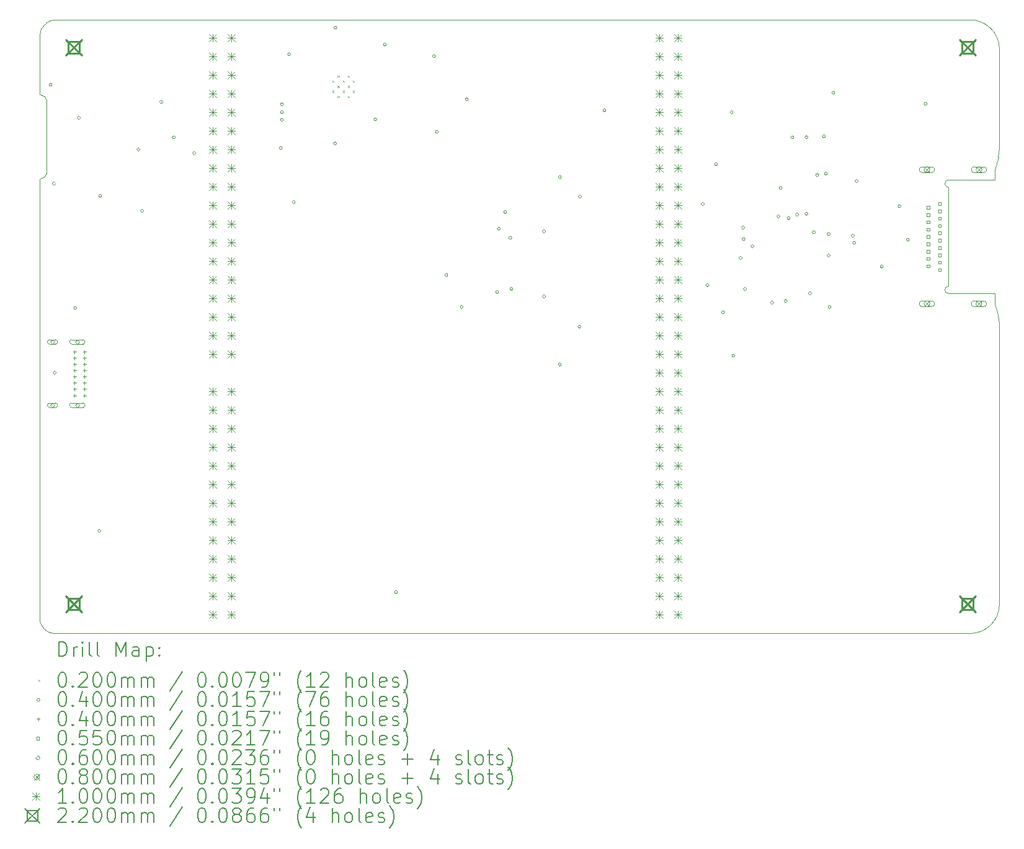
<source format=gbr>
%TF.GenerationSoftware,KiCad,Pcbnew,8.0.7*%
%TF.CreationDate,2024-12-27T23:28:03-08:00*%
%TF.ProjectId,expansionboardB,65787061-6e73-4696-9f6e-626f61726442,3*%
%TF.SameCoordinates,Original*%
%TF.FileFunction,Drillmap*%
%TF.FilePolarity,Positive*%
%FSLAX45Y45*%
G04 Gerber Fmt 4.5, Leading zero omitted, Abs format (unit mm)*
G04 Created by KiCad (PCBNEW 8.0.7) date 2024-12-27 23:28:03*
%MOMM*%
%LPD*%
G01*
G04 APERTURE LIST*
%ADD10C,0.010000*%
%ADD11C,0.200000*%
%ADD12C,0.100000*%
%ADD13C,0.220000*%
G04 APERTURE END LIST*
D10*
X2238153Y-12347410D02*
G75*
G02*
X2209801Y-12244759I171647J102650D01*
G01*
X15291236Y-8094903D02*
G75*
G02*
X15309599Y-8214711I-381706J-119817D01*
G01*
X2209800Y-6255700D02*
G75*
G02*
X2229800Y-6235700I20000J0D01*
G01*
X2413430Y-12450827D02*
X14909600Y-12450800D01*
X2295182Y-4121603D02*
G75*
G02*
X2424701Y-4074001I129518J-152397D01*
G01*
X2238153Y-12347410D02*
X2241782Y-12353478D01*
X14909600Y-4073840D02*
G75*
G02*
X15309600Y-4473843I0J-400000D01*
G01*
X2229800Y-5105400D02*
X2238700Y-5105400D01*
X2229800Y-5105400D02*
G75*
G02*
X2209800Y-5085400I0J20000D01*
G01*
X15309600Y-12050800D02*
X15309600Y-8214711D01*
X2424701Y-4073998D02*
X14909600Y-4073840D01*
X2298700Y-6175700D02*
G75*
G02*
X2238700Y-6235700I-60000J0D01*
G01*
X2298700Y-5165400D02*
X2298700Y-6175700D01*
X2413430Y-12450827D02*
G75*
G02*
X2241779Y-12353480I1J200008D01*
G01*
X2238700Y-5105400D02*
G75*
G02*
X2298700Y-5165400I0J-60000D01*
G01*
X15309600Y-5836792D02*
G75*
G02*
X15294216Y-5946653I-399990J3D01*
G01*
X15309600Y-12050800D02*
G75*
G02*
X14909600Y-12450800I-400000J0D01*
G01*
X2209979Y-4286468D02*
X2209800Y-5085400D01*
X15309600Y-5836792D02*
X15309600Y-4473843D01*
X15245200Y-6118260D02*
X15294217Y-5946654D01*
X2229800Y-6235700D02*
X2238700Y-6235700D01*
X2209800Y-6255700D02*
X2209800Y-12244759D01*
X2280458Y-4134117D02*
X2295182Y-4121603D01*
X15291236Y-8094903D02*
X15245200Y-7948260D01*
X2209979Y-4286468D02*
G75*
G02*
X2280459Y-4134119I199991J-43D01*
G01*
X14615000Y-6259000D02*
X15245000Y-6259000D01*
X14615000Y-7709000D02*
X14615000Y-6359000D01*
X15245000Y-6259000D02*
X15245000Y-6119000D01*
X15245000Y-7809000D02*
X14615000Y-7809000D01*
X15245000Y-7809000D02*
X15245000Y-7949000D01*
X14615000Y-6359000D02*
G75*
G02*
X14615000Y-6259000I0J50000D01*
G01*
X14615000Y-7809000D02*
G75*
G02*
X14615000Y-7709000I0J50000D01*
G01*
D11*
D12*
X6205000Y-4902000D02*
X6225000Y-4922000D01*
X6225000Y-4902000D02*
X6205000Y-4922000D01*
X6205000Y-5042000D02*
X6225000Y-5062000D01*
X6225000Y-5042000D02*
X6205000Y-5062000D01*
X6275000Y-4832000D02*
X6295000Y-4852000D01*
X6295000Y-4832000D02*
X6275000Y-4852000D01*
X6275000Y-4972000D02*
X6295000Y-4992000D01*
X6295000Y-4972000D02*
X6275000Y-4992000D01*
X6275000Y-5112000D02*
X6295000Y-5132000D01*
X6295000Y-5112000D02*
X6275000Y-5132000D01*
X6345000Y-4902000D02*
X6365000Y-4922000D01*
X6365000Y-4902000D02*
X6345000Y-4922000D01*
X6345000Y-5042000D02*
X6365000Y-5062000D01*
X6365000Y-5042000D02*
X6345000Y-5062000D01*
X6415000Y-4832000D02*
X6435000Y-4852000D01*
X6435000Y-4832000D02*
X6415000Y-4852000D01*
X6415000Y-4972000D02*
X6435000Y-4992000D01*
X6435000Y-4972000D02*
X6415000Y-4992000D01*
X6415000Y-5112000D02*
X6435000Y-5132000D01*
X6435000Y-5112000D02*
X6415000Y-5132000D01*
X6485000Y-4902000D02*
X6505000Y-4922000D01*
X6505000Y-4902000D02*
X6485000Y-4922000D01*
X6485000Y-5042000D02*
X6505000Y-5062000D01*
X6505000Y-5042000D02*
X6485000Y-5062000D01*
X2377120Y-4959200D02*
G75*
G02*
X2337120Y-4959200I-20000J0D01*
G01*
X2337120Y-4959200D02*
G75*
G02*
X2377120Y-4959200I20000J0D01*
G01*
X2422120Y-6309200D02*
G75*
G02*
X2382120Y-6309200I-20000J0D01*
G01*
X2382120Y-6309200D02*
G75*
G02*
X2422120Y-6309200I20000J0D01*
G01*
X2433000Y-8890000D02*
G75*
G02*
X2393000Y-8890000I-20000J0D01*
G01*
X2393000Y-8890000D02*
G75*
G02*
X2433000Y-8890000I20000J0D01*
G01*
X2712400Y-8006080D02*
G75*
G02*
X2672400Y-8006080I-20000J0D01*
G01*
X2672400Y-8006080D02*
G75*
G02*
X2712400Y-8006080I20000J0D01*
G01*
X2763200Y-5410200D02*
G75*
G02*
X2723200Y-5410200I-20000J0D01*
G01*
X2723200Y-5410200D02*
G75*
G02*
X2763200Y-5410200I20000J0D01*
G01*
X3042600Y-11049000D02*
G75*
G02*
X3002600Y-11049000I-20000J0D01*
G01*
X3002600Y-11049000D02*
G75*
G02*
X3042600Y-11049000I20000J0D01*
G01*
X3055300Y-6477000D02*
G75*
G02*
X3015300Y-6477000I-20000J0D01*
G01*
X3015300Y-6477000D02*
G75*
G02*
X3055300Y-6477000I20000J0D01*
G01*
X3576000Y-5842000D02*
G75*
G02*
X3536000Y-5842000I-20000J0D01*
G01*
X3536000Y-5842000D02*
G75*
G02*
X3576000Y-5842000I20000J0D01*
G01*
X3626800Y-6680200D02*
G75*
G02*
X3586800Y-6680200I-20000J0D01*
G01*
X3586800Y-6680200D02*
G75*
G02*
X3626800Y-6680200I20000J0D01*
G01*
X3887120Y-5194200D02*
G75*
G02*
X3847120Y-5194200I-20000J0D01*
G01*
X3847120Y-5194200D02*
G75*
G02*
X3887120Y-5194200I20000J0D01*
G01*
X4058600Y-5676900D02*
G75*
G02*
X4018600Y-5676900I-20000J0D01*
G01*
X4018600Y-5676900D02*
G75*
G02*
X4058600Y-5676900I20000J0D01*
G01*
X4338000Y-5892800D02*
G75*
G02*
X4298000Y-5892800I-20000J0D01*
G01*
X4298000Y-5892800D02*
G75*
G02*
X4338000Y-5892800I20000J0D01*
G01*
X5520000Y-5820000D02*
G75*
G02*
X5480000Y-5820000I-20000J0D01*
G01*
X5480000Y-5820000D02*
G75*
G02*
X5520000Y-5820000I20000J0D01*
G01*
X5532614Y-5437386D02*
G75*
G02*
X5492614Y-5437386I-20000J0D01*
G01*
X5492614Y-5437386D02*
G75*
G02*
X5532614Y-5437386I20000J0D01*
G01*
X5533735Y-5333735D02*
G75*
G02*
X5493735Y-5333735I-20000J0D01*
G01*
X5493735Y-5333735D02*
G75*
G02*
X5533735Y-5333735I20000J0D01*
G01*
X5535000Y-5225000D02*
G75*
G02*
X5495000Y-5225000I-20000J0D01*
G01*
X5495000Y-5225000D02*
G75*
G02*
X5535000Y-5225000I20000J0D01*
G01*
X5632500Y-4542500D02*
G75*
G02*
X5592500Y-4542500I-20000J0D01*
G01*
X5592500Y-4542500D02*
G75*
G02*
X5632500Y-4542500I20000J0D01*
G01*
X5697500Y-6562500D02*
G75*
G02*
X5657500Y-6562500I-20000J0D01*
G01*
X5657500Y-6562500D02*
G75*
G02*
X5697500Y-6562500I20000J0D01*
G01*
X6260000Y-5760000D02*
G75*
G02*
X6220000Y-5760000I-20000J0D01*
G01*
X6220000Y-5760000D02*
G75*
G02*
X6260000Y-5760000I20000J0D01*
G01*
X6265000Y-4177500D02*
G75*
G02*
X6225000Y-4177500I-20000J0D01*
G01*
X6225000Y-4177500D02*
G75*
G02*
X6265000Y-4177500I20000J0D01*
G01*
X6810000Y-5430000D02*
G75*
G02*
X6770000Y-5430000I-20000J0D01*
G01*
X6770000Y-5430000D02*
G75*
G02*
X6810000Y-5430000I20000J0D01*
G01*
X6940000Y-4410000D02*
G75*
G02*
X6900000Y-4410000I-20000J0D01*
G01*
X6900000Y-4410000D02*
G75*
G02*
X6940000Y-4410000I20000J0D01*
G01*
X7093900Y-11887200D02*
G75*
G02*
X7053900Y-11887200I-20000J0D01*
G01*
X7053900Y-11887200D02*
G75*
G02*
X7093900Y-11887200I20000J0D01*
G01*
X7610000Y-4570000D02*
G75*
G02*
X7570000Y-4570000I-20000J0D01*
G01*
X7570000Y-4570000D02*
G75*
G02*
X7610000Y-4570000I20000J0D01*
G01*
X7650000Y-5600000D02*
G75*
G02*
X7610000Y-5600000I-20000J0D01*
G01*
X7610000Y-5600000D02*
G75*
G02*
X7650000Y-5600000I20000J0D01*
G01*
X7779700Y-7556500D02*
G75*
G02*
X7739700Y-7556500I-20000J0D01*
G01*
X7739700Y-7556500D02*
G75*
G02*
X7779700Y-7556500I20000J0D01*
G01*
X7987500Y-7992500D02*
G75*
G02*
X7947500Y-7992500I-20000J0D01*
G01*
X7947500Y-7992500D02*
G75*
G02*
X7987500Y-7992500I20000J0D01*
G01*
X8057500Y-5157500D02*
G75*
G02*
X8017500Y-5157500I-20000J0D01*
G01*
X8017500Y-5157500D02*
G75*
G02*
X8057500Y-5157500I20000J0D01*
G01*
X8472500Y-7788387D02*
G75*
G02*
X8432500Y-7788387I-20000J0D01*
G01*
X8432500Y-7788387D02*
G75*
G02*
X8472500Y-7788387I20000J0D01*
G01*
X8495000Y-6925000D02*
G75*
G02*
X8455000Y-6925000I-20000J0D01*
G01*
X8455000Y-6925000D02*
G75*
G02*
X8495000Y-6925000I20000J0D01*
G01*
X8582500Y-6695000D02*
G75*
G02*
X8542500Y-6695000I-20000J0D01*
G01*
X8542500Y-6695000D02*
G75*
G02*
X8582500Y-6695000I20000J0D01*
G01*
X8652500Y-7050000D02*
G75*
G02*
X8612500Y-7050000I-20000J0D01*
G01*
X8612500Y-7050000D02*
G75*
G02*
X8652500Y-7050000I20000J0D01*
G01*
X8668700Y-7747000D02*
G75*
G02*
X8628700Y-7747000I-20000J0D01*
G01*
X8628700Y-7747000D02*
G75*
G02*
X8668700Y-7747000I20000J0D01*
G01*
X9113200Y-6959600D02*
G75*
G02*
X9073200Y-6959600I-20000J0D01*
G01*
X9073200Y-6959600D02*
G75*
G02*
X9113200Y-6959600I20000J0D01*
G01*
X9113200Y-7848600D02*
G75*
G02*
X9073200Y-7848600I-20000J0D01*
G01*
X9073200Y-7848600D02*
G75*
G02*
X9113200Y-7848600I20000J0D01*
G01*
X9329100Y-6220460D02*
G75*
G02*
X9289100Y-6220460I-20000J0D01*
G01*
X9289100Y-6220460D02*
G75*
G02*
X9329100Y-6220460I20000J0D01*
G01*
X9329100Y-8778240D02*
G75*
G02*
X9289100Y-8778240I-20000J0D01*
G01*
X9289100Y-8778240D02*
G75*
G02*
X9329100Y-8778240I20000J0D01*
G01*
X9595800Y-8262620D02*
G75*
G02*
X9555800Y-8262620I-20000J0D01*
G01*
X9555800Y-8262620D02*
G75*
G02*
X9595800Y-8262620I20000J0D01*
G01*
X9603420Y-6487160D02*
G75*
G02*
X9563420Y-6487160I-20000J0D01*
G01*
X9563420Y-6487160D02*
G75*
G02*
X9603420Y-6487160I20000J0D01*
G01*
X9938700Y-5308600D02*
G75*
G02*
X9898700Y-5308600I-20000J0D01*
G01*
X9898700Y-5308600D02*
G75*
G02*
X9938700Y-5308600I20000J0D01*
G01*
X11280000Y-6587500D02*
G75*
G02*
X11240000Y-6587500I-20000J0D01*
G01*
X11240000Y-6587500D02*
G75*
G02*
X11280000Y-6587500I20000J0D01*
G01*
X11345000Y-7695000D02*
G75*
G02*
X11305000Y-7695000I-20000J0D01*
G01*
X11305000Y-7695000D02*
G75*
G02*
X11345000Y-7695000I20000J0D01*
G01*
X11462700Y-6045200D02*
G75*
G02*
X11422700Y-6045200I-20000J0D01*
G01*
X11422700Y-6045200D02*
G75*
G02*
X11462700Y-6045200I20000J0D01*
G01*
X11557500Y-8065000D02*
G75*
G02*
X11517500Y-8065000I-20000J0D01*
G01*
X11517500Y-8065000D02*
G75*
G02*
X11557500Y-8065000I20000J0D01*
G01*
X11675000Y-5335000D02*
G75*
G02*
X11635000Y-5335000I-20000J0D01*
G01*
X11635000Y-5335000D02*
G75*
G02*
X11675000Y-5335000I20000J0D01*
G01*
X11697500Y-8657500D02*
G75*
G02*
X11657500Y-8657500I-20000J0D01*
G01*
X11657500Y-8657500D02*
G75*
G02*
X11697500Y-8657500I20000J0D01*
G01*
X11795000Y-7325000D02*
G75*
G02*
X11755000Y-7325000I-20000J0D01*
G01*
X11755000Y-7325000D02*
G75*
G02*
X11795000Y-7325000I20000J0D01*
G01*
X11831000Y-6908800D02*
G75*
G02*
X11791000Y-6908800I-20000J0D01*
G01*
X11791000Y-6908800D02*
G75*
G02*
X11831000Y-6908800I20000J0D01*
G01*
X11837500Y-7065000D02*
G75*
G02*
X11797500Y-7065000I-20000J0D01*
G01*
X11797500Y-7065000D02*
G75*
G02*
X11837500Y-7065000I20000J0D01*
G01*
X11856400Y-7747000D02*
G75*
G02*
X11816400Y-7747000I-20000J0D01*
G01*
X11816400Y-7747000D02*
G75*
G02*
X11856400Y-7747000I20000J0D01*
G01*
X11958000Y-7162800D02*
G75*
G02*
X11918000Y-7162800I-20000J0D01*
G01*
X11918000Y-7162800D02*
G75*
G02*
X11958000Y-7162800I20000J0D01*
G01*
X12227500Y-7935000D02*
G75*
G02*
X12187500Y-7935000I-20000J0D01*
G01*
X12187500Y-7935000D02*
G75*
G02*
X12227500Y-7935000I20000J0D01*
G01*
X12313600Y-6756400D02*
G75*
G02*
X12273600Y-6756400I-20000J0D01*
G01*
X12273600Y-6756400D02*
G75*
G02*
X12313600Y-6756400I20000J0D01*
G01*
X12342500Y-6367500D02*
G75*
G02*
X12302500Y-6367500I-20000J0D01*
G01*
X12302500Y-6367500D02*
G75*
G02*
X12342500Y-6367500I20000J0D01*
G01*
X12412500Y-7910000D02*
G75*
G02*
X12372500Y-7910000I-20000J0D01*
G01*
X12372500Y-7910000D02*
G75*
G02*
X12412500Y-7910000I20000J0D01*
G01*
X12453300Y-6781800D02*
G75*
G02*
X12413300Y-6781800I-20000J0D01*
G01*
X12413300Y-6781800D02*
G75*
G02*
X12453300Y-6781800I20000J0D01*
G01*
X12504100Y-5676900D02*
G75*
G02*
X12464100Y-5676900I-20000J0D01*
G01*
X12464100Y-5676900D02*
G75*
G02*
X12504100Y-5676900I20000J0D01*
G01*
X12567600Y-6731000D02*
G75*
G02*
X12527600Y-6731000I-20000J0D01*
G01*
X12527600Y-6731000D02*
G75*
G02*
X12567600Y-6731000I20000J0D01*
G01*
X12694600Y-5674550D02*
G75*
G02*
X12654600Y-5674550I-20000J0D01*
G01*
X12654600Y-5674550D02*
G75*
G02*
X12694600Y-5674550I20000J0D01*
G01*
X12694600Y-6722000D02*
G75*
G02*
X12654600Y-6722000I-20000J0D01*
G01*
X12654600Y-6722000D02*
G75*
G02*
X12694600Y-6722000I20000J0D01*
G01*
X12742500Y-7807500D02*
G75*
G02*
X12702500Y-7807500I-20000J0D01*
G01*
X12702500Y-7807500D02*
G75*
G02*
X12742500Y-7807500I20000J0D01*
G01*
X12796200Y-6972300D02*
G75*
G02*
X12756200Y-6972300I-20000J0D01*
G01*
X12756200Y-6972300D02*
G75*
G02*
X12796200Y-6972300I20000J0D01*
G01*
X12840185Y-6190785D02*
G75*
G02*
X12800185Y-6190785I-20000J0D01*
G01*
X12800185Y-6190785D02*
G75*
G02*
X12840185Y-6190785I20000J0D01*
G01*
X12935900Y-5664200D02*
G75*
G02*
X12895900Y-5664200I-20000J0D01*
G01*
X12895900Y-5664200D02*
G75*
G02*
X12935900Y-5664200I20000J0D01*
G01*
X12961300Y-6172200D02*
G75*
G02*
X12921300Y-6172200I-20000J0D01*
G01*
X12921300Y-6172200D02*
G75*
G02*
X12961300Y-6172200I20000J0D01*
G01*
X12999400Y-6998000D02*
G75*
G02*
X12959400Y-6998000I-20000J0D01*
G01*
X12959400Y-6998000D02*
G75*
G02*
X12999400Y-6998000I20000J0D01*
G01*
X12999400Y-7289800D02*
G75*
G02*
X12959400Y-7289800I-20000J0D01*
G01*
X12959400Y-7289800D02*
G75*
G02*
X12999400Y-7289800I20000J0D01*
G01*
X13008990Y-7992677D02*
G75*
G02*
X12968990Y-7992677I-20000J0D01*
G01*
X12968990Y-7992677D02*
G75*
G02*
X13008990Y-7992677I20000J0D01*
G01*
X13062900Y-5067300D02*
G75*
G02*
X13022900Y-5067300I-20000J0D01*
G01*
X13022900Y-5067300D02*
G75*
G02*
X13062900Y-5067300I20000J0D01*
G01*
X13327193Y-7019851D02*
G75*
G02*
X13287193Y-7019851I-20000J0D01*
G01*
X13287193Y-7019851D02*
G75*
G02*
X13327193Y-7019851I20000J0D01*
G01*
X13346346Y-7118000D02*
G75*
G02*
X13306346Y-7118000I-20000J0D01*
G01*
X13306346Y-7118000D02*
G75*
G02*
X13346346Y-7118000I20000J0D01*
G01*
X13380400Y-6273800D02*
G75*
G02*
X13340400Y-6273800I-20000J0D01*
G01*
X13340400Y-6273800D02*
G75*
G02*
X13380400Y-6273800I20000J0D01*
G01*
X13723300Y-7442200D02*
G75*
G02*
X13683300Y-7442200I-20000J0D01*
G01*
X13683300Y-7442200D02*
G75*
G02*
X13723300Y-7442200I20000J0D01*
G01*
X13964600Y-6616700D02*
G75*
G02*
X13924600Y-6616700I-20000J0D01*
G01*
X13924600Y-6616700D02*
G75*
G02*
X13964600Y-6616700I20000J0D01*
G01*
X14078900Y-7073900D02*
G75*
G02*
X14038900Y-7073900I-20000J0D01*
G01*
X14038900Y-7073900D02*
G75*
G02*
X14078900Y-7073900I20000J0D01*
G01*
X14320200Y-5219700D02*
G75*
G02*
X14280200Y-5219700I-20000J0D01*
G01*
X14280200Y-5219700D02*
G75*
G02*
X14320200Y-5219700I20000J0D01*
G01*
X2685000Y-8585000D02*
X2685000Y-8625000D01*
X2665000Y-8605000D02*
X2705000Y-8605000D01*
X2685000Y-8670000D02*
X2685000Y-8710000D01*
X2665000Y-8690000D02*
X2705000Y-8690000D01*
X2685000Y-8755000D02*
X2685000Y-8795000D01*
X2665000Y-8775000D02*
X2705000Y-8775000D01*
X2685000Y-8840000D02*
X2685000Y-8880000D01*
X2665000Y-8860000D02*
X2705000Y-8860000D01*
X2685000Y-8925000D02*
X2685000Y-8965000D01*
X2665000Y-8945000D02*
X2705000Y-8945000D01*
X2685000Y-9010000D02*
X2685000Y-9050000D01*
X2665000Y-9030000D02*
X2705000Y-9030000D01*
X2685000Y-9095000D02*
X2685000Y-9135000D01*
X2665000Y-9115000D02*
X2705000Y-9115000D01*
X2685000Y-9180000D02*
X2685000Y-9220000D01*
X2665000Y-9200000D02*
X2705000Y-9200000D01*
X2820000Y-8585000D02*
X2820000Y-8625000D01*
X2800000Y-8605000D02*
X2840000Y-8605000D01*
X2820000Y-8670000D02*
X2820000Y-8710000D01*
X2800000Y-8690000D02*
X2840000Y-8690000D01*
X2820000Y-8755000D02*
X2820000Y-8795000D01*
X2800000Y-8775000D02*
X2840000Y-8775000D01*
X2820000Y-8840000D02*
X2820000Y-8880000D01*
X2800000Y-8860000D02*
X2840000Y-8860000D01*
X2820000Y-8925000D02*
X2820000Y-8965000D01*
X2800000Y-8945000D02*
X2840000Y-8945000D01*
X2820000Y-9010000D02*
X2820000Y-9050000D01*
X2800000Y-9030000D02*
X2840000Y-9030000D01*
X2820000Y-9095000D02*
X2820000Y-9135000D01*
X2800000Y-9115000D02*
X2840000Y-9115000D01*
X2820000Y-9180000D02*
X2820000Y-9220000D01*
X2800000Y-9200000D02*
X2840000Y-9200000D01*
X14356446Y-6653446D02*
X14356446Y-6614554D01*
X14317554Y-6614554D01*
X14317554Y-6653446D01*
X14356446Y-6653446D01*
X14356446Y-6753446D02*
X14356446Y-6714554D01*
X14317554Y-6714554D01*
X14317554Y-6753446D01*
X14356446Y-6753446D01*
X14356446Y-6853446D02*
X14356446Y-6814554D01*
X14317554Y-6814554D01*
X14317554Y-6853446D01*
X14356446Y-6853446D01*
X14356446Y-6953446D02*
X14356446Y-6914554D01*
X14317554Y-6914554D01*
X14317554Y-6953446D01*
X14356446Y-6953446D01*
X14356446Y-7053446D02*
X14356446Y-7014554D01*
X14317554Y-7014554D01*
X14317554Y-7053446D01*
X14356446Y-7053446D01*
X14356446Y-7153446D02*
X14356446Y-7114554D01*
X14317554Y-7114554D01*
X14317554Y-7153446D01*
X14356446Y-7153446D01*
X14356446Y-7253446D02*
X14356446Y-7214554D01*
X14317554Y-7214554D01*
X14317554Y-7253446D01*
X14356446Y-7253446D01*
X14356446Y-7353446D02*
X14356446Y-7314554D01*
X14317554Y-7314554D01*
X14317554Y-7353446D01*
X14356446Y-7353446D01*
X14356446Y-7453446D02*
X14356446Y-7414554D01*
X14317554Y-7414554D01*
X14317554Y-7453446D01*
X14356446Y-7453446D01*
X14511446Y-6603446D02*
X14511446Y-6564554D01*
X14472554Y-6564554D01*
X14472554Y-6603446D01*
X14511446Y-6603446D01*
X14511446Y-6703446D02*
X14511446Y-6664554D01*
X14472554Y-6664554D01*
X14472554Y-6703446D01*
X14511446Y-6703446D01*
X14511446Y-6803446D02*
X14511446Y-6764554D01*
X14472554Y-6764554D01*
X14472554Y-6803446D01*
X14511446Y-6803446D01*
X14511446Y-6903446D02*
X14511446Y-6864554D01*
X14472554Y-6864554D01*
X14472554Y-6903446D01*
X14511446Y-6903446D01*
X14511446Y-7003446D02*
X14511446Y-6964554D01*
X14472554Y-6964554D01*
X14472554Y-7003446D01*
X14511446Y-7003446D01*
X14511446Y-7103446D02*
X14511446Y-7064554D01*
X14472554Y-7064554D01*
X14472554Y-7103446D01*
X14511446Y-7103446D01*
X14511446Y-7203446D02*
X14511446Y-7164554D01*
X14472554Y-7164554D01*
X14472554Y-7203446D01*
X14511446Y-7203446D01*
X14511446Y-7303446D02*
X14511446Y-7264554D01*
X14472554Y-7264554D01*
X14472554Y-7303446D01*
X14511446Y-7303446D01*
X14511446Y-7403446D02*
X14511446Y-7364554D01*
X14472554Y-7364554D01*
X14472554Y-7403446D01*
X14511446Y-7403446D01*
X14511446Y-7503446D02*
X14511446Y-7464554D01*
X14472554Y-7464554D01*
X14472554Y-7503446D01*
X14511446Y-7503446D01*
X2384000Y-8500000D02*
X2414000Y-8470000D01*
X2384000Y-8440000D01*
X2354000Y-8470000D01*
X2384000Y-8500000D01*
X2424000Y-8440000D02*
X2344000Y-8440000D01*
X2344000Y-8500000D02*
G75*
G02*
X2344000Y-8440000I0J30000D01*
G01*
X2344000Y-8500000D02*
X2424000Y-8500000D01*
X2424000Y-8500000D02*
G75*
G03*
X2424000Y-8440000I0J30000D01*
G01*
X2384000Y-9365000D02*
X2414000Y-9335000D01*
X2384000Y-9305000D01*
X2354000Y-9335000D01*
X2384000Y-9365000D01*
X2424000Y-9305000D02*
X2344000Y-9305000D01*
X2344000Y-9365000D02*
G75*
G02*
X2344000Y-9305000I0J30000D01*
G01*
X2344000Y-9365000D02*
X2424000Y-9365000D01*
X2424000Y-9365000D02*
G75*
G03*
X2424000Y-9305000I0J30000D01*
G01*
X2722000Y-8500000D02*
X2752000Y-8470000D01*
X2722000Y-8440000D01*
X2692000Y-8470000D01*
X2722000Y-8500000D01*
X2797000Y-8440000D02*
X2647000Y-8440000D01*
X2647000Y-8500000D02*
G75*
G02*
X2647000Y-8440000I0J30000D01*
G01*
X2647000Y-8500000D02*
X2797000Y-8500000D01*
X2797000Y-8500000D02*
G75*
G03*
X2797000Y-8440000I0J30000D01*
G01*
X2722000Y-9365000D02*
X2752000Y-9335000D01*
X2722000Y-9305000D01*
X2692000Y-9335000D01*
X2722000Y-9365000D01*
X2797000Y-9305000D02*
X2647000Y-9305000D01*
X2647000Y-9365000D02*
G75*
G02*
X2647000Y-9305000I0J30000D01*
G01*
X2647000Y-9365000D02*
X2797000Y-9365000D01*
X2797000Y-9365000D02*
G75*
G03*
X2797000Y-9305000I0J30000D01*
G01*
X14280000Y-6079000D02*
X14360000Y-6159000D01*
X14360000Y-6079000D02*
X14280000Y-6159000D01*
X14360000Y-6119000D02*
G75*
G02*
X14280000Y-6119000I-40000J0D01*
G01*
X14280000Y-6119000D02*
G75*
G02*
X14360000Y-6119000I40000J0D01*
G01*
X14255000Y-6159000D02*
X14385000Y-6159000D01*
X14385000Y-6079000D02*
G75*
G02*
X14385000Y-6159000I0J-40000D01*
G01*
X14385000Y-6079000D02*
X14255000Y-6079000D01*
X14255000Y-6079000D02*
G75*
G03*
X14255000Y-6159000I0J-40000D01*
G01*
X14280000Y-7909000D02*
X14360000Y-7989000D01*
X14360000Y-7909000D02*
X14280000Y-7989000D01*
X14360000Y-7949000D02*
G75*
G02*
X14280000Y-7949000I-40000J0D01*
G01*
X14280000Y-7949000D02*
G75*
G02*
X14360000Y-7949000I40000J0D01*
G01*
X14255000Y-7989000D02*
X14385000Y-7989000D01*
X14385000Y-7909000D02*
G75*
G02*
X14385000Y-7989000I0J-40000D01*
G01*
X14385000Y-7909000D02*
X14255000Y-7909000D01*
X14255000Y-7909000D02*
G75*
G03*
X14255000Y-7989000I0J-40000D01*
G01*
X14990000Y-6079000D02*
X15070000Y-6159000D01*
X15070000Y-6079000D02*
X14990000Y-6159000D01*
X15070000Y-6119000D02*
G75*
G02*
X14990000Y-6119000I-40000J0D01*
G01*
X14990000Y-6119000D02*
G75*
G02*
X15070000Y-6119000I40000J0D01*
G01*
X14965000Y-6159000D02*
X15095000Y-6159000D01*
X15095000Y-6079000D02*
G75*
G02*
X15095000Y-6159000I0J-40000D01*
G01*
X15095000Y-6079000D02*
X14965000Y-6079000D01*
X14965000Y-6079000D02*
G75*
G03*
X14965000Y-6159000I0J-40000D01*
G01*
X14990000Y-7909000D02*
X15070000Y-7989000D01*
X15070000Y-7909000D02*
X14990000Y-7989000D01*
X15070000Y-7949000D02*
G75*
G02*
X14990000Y-7949000I-40000J0D01*
G01*
X14990000Y-7949000D02*
G75*
G02*
X15070000Y-7949000I40000J0D01*
G01*
X14965000Y-7989000D02*
X15095000Y-7989000D01*
X15095000Y-7909000D02*
G75*
G02*
X15095000Y-7989000I0J-40000D01*
G01*
X15095000Y-7909000D02*
X14965000Y-7909000D01*
X14965000Y-7909000D02*
G75*
G03*
X14965000Y-7989000I0J-40000D01*
G01*
X4518000Y-4268000D02*
X4618000Y-4368000D01*
X4618000Y-4268000D02*
X4518000Y-4368000D01*
X4568000Y-4268000D02*
X4568000Y-4368000D01*
X4518000Y-4318000D02*
X4618000Y-4318000D01*
X4518000Y-4522000D02*
X4618000Y-4622000D01*
X4618000Y-4522000D02*
X4518000Y-4622000D01*
X4568000Y-4522000D02*
X4568000Y-4622000D01*
X4518000Y-4572000D02*
X4618000Y-4572000D01*
X4518000Y-4776000D02*
X4618000Y-4876000D01*
X4618000Y-4776000D02*
X4518000Y-4876000D01*
X4568000Y-4776000D02*
X4568000Y-4876000D01*
X4518000Y-4826000D02*
X4618000Y-4826000D01*
X4518000Y-5030000D02*
X4618000Y-5130000D01*
X4618000Y-5030000D02*
X4518000Y-5130000D01*
X4568000Y-5030000D02*
X4568000Y-5130000D01*
X4518000Y-5080000D02*
X4618000Y-5080000D01*
X4518000Y-5284000D02*
X4618000Y-5384000D01*
X4618000Y-5284000D02*
X4518000Y-5384000D01*
X4568000Y-5284000D02*
X4568000Y-5384000D01*
X4518000Y-5334000D02*
X4618000Y-5334000D01*
X4518000Y-5538000D02*
X4618000Y-5638000D01*
X4618000Y-5538000D02*
X4518000Y-5638000D01*
X4568000Y-5538000D02*
X4568000Y-5638000D01*
X4518000Y-5588000D02*
X4618000Y-5588000D01*
X4518000Y-5792000D02*
X4618000Y-5892000D01*
X4618000Y-5792000D02*
X4518000Y-5892000D01*
X4568000Y-5792000D02*
X4568000Y-5892000D01*
X4518000Y-5842000D02*
X4618000Y-5842000D01*
X4518000Y-6046000D02*
X4618000Y-6146000D01*
X4618000Y-6046000D02*
X4518000Y-6146000D01*
X4568000Y-6046000D02*
X4568000Y-6146000D01*
X4518000Y-6096000D02*
X4618000Y-6096000D01*
X4518000Y-6300000D02*
X4618000Y-6400000D01*
X4618000Y-6300000D02*
X4518000Y-6400000D01*
X4568000Y-6300000D02*
X4568000Y-6400000D01*
X4518000Y-6350000D02*
X4618000Y-6350000D01*
X4518000Y-6554000D02*
X4618000Y-6654000D01*
X4618000Y-6554000D02*
X4518000Y-6654000D01*
X4568000Y-6554000D02*
X4568000Y-6654000D01*
X4518000Y-6604000D02*
X4618000Y-6604000D01*
X4518000Y-6808000D02*
X4618000Y-6908000D01*
X4618000Y-6808000D02*
X4518000Y-6908000D01*
X4568000Y-6808000D02*
X4568000Y-6908000D01*
X4518000Y-6858000D02*
X4618000Y-6858000D01*
X4518000Y-7062000D02*
X4618000Y-7162000D01*
X4618000Y-7062000D02*
X4518000Y-7162000D01*
X4568000Y-7062000D02*
X4568000Y-7162000D01*
X4518000Y-7112000D02*
X4618000Y-7112000D01*
X4518000Y-7316000D02*
X4618000Y-7416000D01*
X4618000Y-7316000D02*
X4518000Y-7416000D01*
X4568000Y-7316000D02*
X4568000Y-7416000D01*
X4518000Y-7366000D02*
X4618000Y-7366000D01*
X4518000Y-7570000D02*
X4618000Y-7670000D01*
X4618000Y-7570000D02*
X4518000Y-7670000D01*
X4568000Y-7570000D02*
X4568000Y-7670000D01*
X4518000Y-7620000D02*
X4618000Y-7620000D01*
X4518000Y-7824000D02*
X4618000Y-7924000D01*
X4618000Y-7824000D02*
X4518000Y-7924000D01*
X4568000Y-7824000D02*
X4568000Y-7924000D01*
X4518000Y-7874000D02*
X4618000Y-7874000D01*
X4518000Y-8078000D02*
X4618000Y-8178000D01*
X4618000Y-8078000D02*
X4518000Y-8178000D01*
X4568000Y-8078000D02*
X4568000Y-8178000D01*
X4518000Y-8128000D02*
X4618000Y-8128000D01*
X4518000Y-8332000D02*
X4618000Y-8432000D01*
X4618000Y-8332000D02*
X4518000Y-8432000D01*
X4568000Y-8332000D02*
X4568000Y-8432000D01*
X4518000Y-8382000D02*
X4618000Y-8382000D01*
X4518000Y-8586000D02*
X4618000Y-8686000D01*
X4618000Y-8586000D02*
X4518000Y-8686000D01*
X4568000Y-8586000D02*
X4568000Y-8686000D01*
X4518000Y-8636000D02*
X4618000Y-8636000D01*
X4518000Y-9094000D02*
X4618000Y-9194000D01*
X4618000Y-9094000D02*
X4518000Y-9194000D01*
X4568000Y-9094000D02*
X4568000Y-9194000D01*
X4518000Y-9144000D02*
X4618000Y-9144000D01*
X4518000Y-9348000D02*
X4618000Y-9448000D01*
X4618000Y-9348000D02*
X4518000Y-9448000D01*
X4568000Y-9348000D02*
X4568000Y-9448000D01*
X4518000Y-9398000D02*
X4618000Y-9398000D01*
X4518000Y-9602000D02*
X4618000Y-9702000D01*
X4618000Y-9602000D02*
X4518000Y-9702000D01*
X4568000Y-9602000D02*
X4568000Y-9702000D01*
X4518000Y-9652000D02*
X4618000Y-9652000D01*
X4518000Y-9856000D02*
X4618000Y-9956000D01*
X4618000Y-9856000D02*
X4518000Y-9956000D01*
X4568000Y-9856000D02*
X4568000Y-9956000D01*
X4518000Y-9906000D02*
X4618000Y-9906000D01*
X4518000Y-10110000D02*
X4618000Y-10210000D01*
X4618000Y-10110000D02*
X4518000Y-10210000D01*
X4568000Y-10110000D02*
X4568000Y-10210000D01*
X4518000Y-10160000D02*
X4618000Y-10160000D01*
X4518000Y-10364000D02*
X4618000Y-10464000D01*
X4618000Y-10364000D02*
X4518000Y-10464000D01*
X4568000Y-10364000D02*
X4568000Y-10464000D01*
X4518000Y-10414000D02*
X4618000Y-10414000D01*
X4518000Y-10618000D02*
X4618000Y-10718000D01*
X4618000Y-10618000D02*
X4518000Y-10718000D01*
X4568000Y-10618000D02*
X4568000Y-10718000D01*
X4518000Y-10668000D02*
X4618000Y-10668000D01*
X4518000Y-10872000D02*
X4618000Y-10972000D01*
X4618000Y-10872000D02*
X4518000Y-10972000D01*
X4568000Y-10872000D02*
X4568000Y-10972000D01*
X4518000Y-10922000D02*
X4618000Y-10922000D01*
X4518000Y-11126000D02*
X4618000Y-11226000D01*
X4618000Y-11126000D02*
X4518000Y-11226000D01*
X4568000Y-11126000D02*
X4568000Y-11226000D01*
X4518000Y-11176000D02*
X4618000Y-11176000D01*
X4518000Y-11380000D02*
X4618000Y-11480000D01*
X4618000Y-11380000D02*
X4518000Y-11480000D01*
X4568000Y-11380000D02*
X4568000Y-11480000D01*
X4518000Y-11430000D02*
X4618000Y-11430000D01*
X4518000Y-11634000D02*
X4618000Y-11734000D01*
X4618000Y-11634000D02*
X4518000Y-11734000D01*
X4568000Y-11634000D02*
X4568000Y-11734000D01*
X4518000Y-11684000D02*
X4618000Y-11684000D01*
X4518000Y-11888000D02*
X4618000Y-11988000D01*
X4618000Y-11888000D02*
X4518000Y-11988000D01*
X4568000Y-11888000D02*
X4568000Y-11988000D01*
X4518000Y-11938000D02*
X4618000Y-11938000D01*
X4518000Y-12142000D02*
X4618000Y-12242000D01*
X4618000Y-12142000D02*
X4518000Y-12242000D01*
X4568000Y-12142000D02*
X4568000Y-12242000D01*
X4518000Y-12192000D02*
X4618000Y-12192000D01*
X4772000Y-4268000D02*
X4872000Y-4368000D01*
X4872000Y-4268000D02*
X4772000Y-4368000D01*
X4822000Y-4268000D02*
X4822000Y-4368000D01*
X4772000Y-4318000D02*
X4872000Y-4318000D01*
X4772000Y-4522000D02*
X4872000Y-4622000D01*
X4872000Y-4522000D02*
X4772000Y-4622000D01*
X4822000Y-4522000D02*
X4822000Y-4622000D01*
X4772000Y-4572000D02*
X4872000Y-4572000D01*
X4772000Y-4776000D02*
X4872000Y-4876000D01*
X4872000Y-4776000D02*
X4772000Y-4876000D01*
X4822000Y-4776000D02*
X4822000Y-4876000D01*
X4772000Y-4826000D02*
X4872000Y-4826000D01*
X4772000Y-5030000D02*
X4872000Y-5130000D01*
X4872000Y-5030000D02*
X4772000Y-5130000D01*
X4822000Y-5030000D02*
X4822000Y-5130000D01*
X4772000Y-5080000D02*
X4872000Y-5080000D01*
X4772000Y-5284000D02*
X4872000Y-5384000D01*
X4872000Y-5284000D02*
X4772000Y-5384000D01*
X4822000Y-5284000D02*
X4822000Y-5384000D01*
X4772000Y-5334000D02*
X4872000Y-5334000D01*
X4772000Y-5538000D02*
X4872000Y-5638000D01*
X4872000Y-5538000D02*
X4772000Y-5638000D01*
X4822000Y-5538000D02*
X4822000Y-5638000D01*
X4772000Y-5588000D02*
X4872000Y-5588000D01*
X4772000Y-5792000D02*
X4872000Y-5892000D01*
X4872000Y-5792000D02*
X4772000Y-5892000D01*
X4822000Y-5792000D02*
X4822000Y-5892000D01*
X4772000Y-5842000D02*
X4872000Y-5842000D01*
X4772000Y-6046000D02*
X4872000Y-6146000D01*
X4872000Y-6046000D02*
X4772000Y-6146000D01*
X4822000Y-6046000D02*
X4822000Y-6146000D01*
X4772000Y-6096000D02*
X4872000Y-6096000D01*
X4772000Y-6300000D02*
X4872000Y-6400000D01*
X4872000Y-6300000D02*
X4772000Y-6400000D01*
X4822000Y-6300000D02*
X4822000Y-6400000D01*
X4772000Y-6350000D02*
X4872000Y-6350000D01*
X4772000Y-6554000D02*
X4872000Y-6654000D01*
X4872000Y-6554000D02*
X4772000Y-6654000D01*
X4822000Y-6554000D02*
X4822000Y-6654000D01*
X4772000Y-6604000D02*
X4872000Y-6604000D01*
X4772000Y-6808000D02*
X4872000Y-6908000D01*
X4872000Y-6808000D02*
X4772000Y-6908000D01*
X4822000Y-6808000D02*
X4822000Y-6908000D01*
X4772000Y-6858000D02*
X4872000Y-6858000D01*
X4772000Y-7062000D02*
X4872000Y-7162000D01*
X4872000Y-7062000D02*
X4772000Y-7162000D01*
X4822000Y-7062000D02*
X4822000Y-7162000D01*
X4772000Y-7112000D02*
X4872000Y-7112000D01*
X4772000Y-7316000D02*
X4872000Y-7416000D01*
X4872000Y-7316000D02*
X4772000Y-7416000D01*
X4822000Y-7316000D02*
X4822000Y-7416000D01*
X4772000Y-7366000D02*
X4872000Y-7366000D01*
X4772000Y-7570000D02*
X4872000Y-7670000D01*
X4872000Y-7570000D02*
X4772000Y-7670000D01*
X4822000Y-7570000D02*
X4822000Y-7670000D01*
X4772000Y-7620000D02*
X4872000Y-7620000D01*
X4772000Y-7824000D02*
X4872000Y-7924000D01*
X4872000Y-7824000D02*
X4772000Y-7924000D01*
X4822000Y-7824000D02*
X4822000Y-7924000D01*
X4772000Y-7874000D02*
X4872000Y-7874000D01*
X4772000Y-8078000D02*
X4872000Y-8178000D01*
X4872000Y-8078000D02*
X4772000Y-8178000D01*
X4822000Y-8078000D02*
X4822000Y-8178000D01*
X4772000Y-8128000D02*
X4872000Y-8128000D01*
X4772000Y-8332000D02*
X4872000Y-8432000D01*
X4872000Y-8332000D02*
X4772000Y-8432000D01*
X4822000Y-8332000D02*
X4822000Y-8432000D01*
X4772000Y-8382000D02*
X4872000Y-8382000D01*
X4772000Y-8586000D02*
X4872000Y-8686000D01*
X4872000Y-8586000D02*
X4772000Y-8686000D01*
X4822000Y-8586000D02*
X4822000Y-8686000D01*
X4772000Y-8636000D02*
X4872000Y-8636000D01*
X4772000Y-9094000D02*
X4872000Y-9194000D01*
X4872000Y-9094000D02*
X4772000Y-9194000D01*
X4822000Y-9094000D02*
X4822000Y-9194000D01*
X4772000Y-9144000D02*
X4872000Y-9144000D01*
X4772000Y-9348000D02*
X4872000Y-9448000D01*
X4872000Y-9348000D02*
X4772000Y-9448000D01*
X4822000Y-9348000D02*
X4822000Y-9448000D01*
X4772000Y-9398000D02*
X4872000Y-9398000D01*
X4772000Y-9602000D02*
X4872000Y-9702000D01*
X4872000Y-9602000D02*
X4772000Y-9702000D01*
X4822000Y-9602000D02*
X4822000Y-9702000D01*
X4772000Y-9652000D02*
X4872000Y-9652000D01*
X4772000Y-9856000D02*
X4872000Y-9956000D01*
X4872000Y-9856000D02*
X4772000Y-9956000D01*
X4822000Y-9856000D02*
X4822000Y-9956000D01*
X4772000Y-9906000D02*
X4872000Y-9906000D01*
X4772000Y-10110000D02*
X4872000Y-10210000D01*
X4872000Y-10110000D02*
X4772000Y-10210000D01*
X4822000Y-10110000D02*
X4822000Y-10210000D01*
X4772000Y-10160000D02*
X4872000Y-10160000D01*
X4772000Y-10364000D02*
X4872000Y-10464000D01*
X4872000Y-10364000D02*
X4772000Y-10464000D01*
X4822000Y-10364000D02*
X4822000Y-10464000D01*
X4772000Y-10414000D02*
X4872000Y-10414000D01*
X4772000Y-10618000D02*
X4872000Y-10718000D01*
X4872000Y-10618000D02*
X4772000Y-10718000D01*
X4822000Y-10618000D02*
X4822000Y-10718000D01*
X4772000Y-10668000D02*
X4872000Y-10668000D01*
X4772000Y-10872000D02*
X4872000Y-10972000D01*
X4872000Y-10872000D02*
X4772000Y-10972000D01*
X4822000Y-10872000D02*
X4822000Y-10972000D01*
X4772000Y-10922000D02*
X4872000Y-10922000D01*
X4772000Y-11126000D02*
X4872000Y-11226000D01*
X4872000Y-11126000D02*
X4772000Y-11226000D01*
X4822000Y-11126000D02*
X4822000Y-11226000D01*
X4772000Y-11176000D02*
X4872000Y-11176000D01*
X4772000Y-11380000D02*
X4872000Y-11480000D01*
X4872000Y-11380000D02*
X4772000Y-11480000D01*
X4822000Y-11380000D02*
X4822000Y-11480000D01*
X4772000Y-11430000D02*
X4872000Y-11430000D01*
X4772000Y-11634000D02*
X4872000Y-11734000D01*
X4872000Y-11634000D02*
X4772000Y-11734000D01*
X4822000Y-11634000D02*
X4822000Y-11734000D01*
X4772000Y-11684000D02*
X4872000Y-11684000D01*
X4772000Y-11888000D02*
X4872000Y-11988000D01*
X4872000Y-11888000D02*
X4772000Y-11988000D01*
X4822000Y-11888000D02*
X4822000Y-11988000D01*
X4772000Y-11938000D02*
X4872000Y-11938000D01*
X4772000Y-12142000D02*
X4872000Y-12242000D01*
X4872000Y-12142000D02*
X4772000Y-12242000D01*
X4822000Y-12142000D02*
X4822000Y-12242000D01*
X4772000Y-12192000D02*
X4872000Y-12192000D01*
X10618000Y-4268000D02*
X10718000Y-4368000D01*
X10718000Y-4268000D02*
X10618000Y-4368000D01*
X10668000Y-4268000D02*
X10668000Y-4368000D01*
X10618000Y-4318000D02*
X10718000Y-4318000D01*
X10618000Y-4522000D02*
X10718000Y-4622000D01*
X10718000Y-4522000D02*
X10618000Y-4622000D01*
X10668000Y-4522000D02*
X10668000Y-4622000D01*
X10618000Y-4572000D02*
X10718000Y-4572000D01*
X10618000Y-4776000D02*
X10718000Y-4876000D01*
X10718000Y-4776000D02*
X10618000Y-4876000D01*
X10668000Y-4776000D02*
X10668000Y-4876000D01*
X10618000Y-4826000D02*
X10718000Y-4826000D01*
X10618000Y-5030000D02*
X10718000Y-5130000D01*
X10718000Y-5030000D02*
X10618000Y-5130000D01*
X10668000Y-5030000D02*
X10668000Y-5130000D01*
X10618000Y-5080000D02*
X10718000Y-5080000D01*
X10618000Y-5284000D02*
X10718000Y-5384000D01*
X10718000Y-5284000D02*
X10618000Y-5384000D01*
X10668000Y-5284000D02*
X10668000Y-5384000D01*
X10618000Y-5334000D02*
X10718000Y-5334000D01*
X10618000Y-5538000D02*
X10718000Y-5638000D01*
X10718000Y-5538000D02*
X10618000Y-5638000D01*
X10668000Y-5538000D02*
X10668000Y-5638000D01*
X10618000Y-5588000D02*
X10718000Y-5588000D01*
X10618000Y-5792000D02*
X10718000Y-5892000D01*
X10718000Y-5792000D02*
X10618000Y-5892000D01*
X10668000Y-5792000D02*
X10668000Y-5892000D01*
X10618000Y-5842000D02*
X10718000Y-5842000D01*
X10618000Y-6046000D02*
X10718000Y-6146000D01*
X10718000Y-6046000D02*
X10618000Y-6146000D01*
X10668000Y-6046000D02*
X10668000Y-6146000D01*
X10618000Y-6096000D02*
X10718000Y-6096000D01*
X10618000Y-6300000D02*
X10718000Y-6400000D01*
X10718000Y-6300000D02*
X10618000Y-6400000D01*
X10668000Y-6300000D02*
X10668000Y-6400000D01*
X10618000Y-6350000D02*
X10718000Y-6350000D01*
X10618000Y-6554000D02*
X10718000Y-6654000D01*
X10718000Y-6554000D02*
X10618000Y-6654000D01*
X10668000Y-6554000D02*
X10668000Y-6654000D01*
X10618000Y-6604000D02*
X10718000Y-6604000D01*
X10618000Y-6808000D02*
X10718000Y-6908000D01*
X10718000Y-6808000D02*
X10618000Y-6908000D01*
X10668000Y-6808000D02*
X10668000Y-6908000D01*
X10618000Y-6858000D02*
X10718000Y-6858000D01*
X10618000Y-7062000D02*
X10718000Y-7162000D01*
X10718000Y-7062000D02*
X10618000Y-7162000D01*
X10668000Y-7062000D02*
X10668000Y-7162000D01*
X10618000Y-7112000D02*
X10718000Y-7112000D01*
X10618000Y-7316000D02*
X10718000Y-7416000D01*
X10718000Y-7316000D02*
X10618000Y-7416000D01*
X10668000Y-7316000D02*
X10668000Y-7416000D01*
X10618000Y-7366000D02*
X10718000Y-7366000D01*
X10618000Y-7570000D02*
X10718000Y-7670000D01*
X10718000Y-7570000D02*
X10618000Y-7670000D01*
X10668000Y-7570000D02*
X10668000Y-7670000D01*
X10618000Y-7620000D02*
X10718000Y-7620000D01*
X10618000Y-7824000D02*
X10718000Y-7924000D01*
X10718000Y-7824000D02*
X10618000Y-7924000D01*
X10668000Y-7824000D02*
X10668000Y-7924000D01*
X10618000Y-7874000D02*
X10718000Y-7874000D01*
X10618000Y-8078000D02*
X10718000Y-8178000D01*
X10718000Y-8078000D02*
X10618000Y-8178000D01*
X10668000Y-8078000D02*
X10668000Y-8178000D01*
X10618000Y-8128000D02*
X10718000Y-8128000D01*
X10618000Y-8332000D02*
X10718000Y-8432000D01*
X10718000Y-8332000D02*
X10618000Y-8432000D01*
X10668000Y-8332000D02*
X10668000Y-8432000D01*
X10618000Y-8382000D02*
X10718000Y-8382000D01*
X10618000Y-8586000D02*
X10718000Y-8686000D01*
X10718000Y-8586000D02*
X10618000Y-8686000D01*
X10668000Y-8586000D02*
X10668000Y-8686000D01*
X10618000Y-8636000D02*
X10718000Y-8636000D01*
X10618000Y-8840000D02*
X10718000Y-8940000D01*
X10718000Y-8840000D02*
X10618000Y-8940000D01*
X10668000Y-8840000D02*
X10668000Y-8940000D01*
X10618000Y-8890000D02*
X10718000Y-8890000D01*
X10618000Y-9094000D02*
X10718000Y-9194000D01*
X10718000Y-9094000D02*
X10618000Y-9194000D01*
X10668000Y-9094000D02*
X10668000Y-9194000D01*
X10618000Y-9144000D02*
X10718000Y-9144000D01*
X10618000Y-9348000D02*
X10718000Y-9448000D01*
X10718000Y-9348000D02*
X10618000Y-9448000D01*
X10668000Y-9348000D02*
X10668000Y-9448000D01*
X10618000Y-9398000D02*
X10718000Y-9398000D01*
X10618000Y-9602000D02*
X10718000Y-9702000D01*
X10718000Y-9602000D02*
X10618000Y-9702000D01*
X10668000Y-9602000D02*
X10668000Y-9702000D01*
X10618000Y-9652000D02*
X10718000Y-9652000D01*
X10618000Y-9856000D02*
X10718000Y-9956000D01*
X10718000Y-9856000D02*
X10618000Y-9956000D01*
X10668000Y-9856000D02*
X10668000Y-9956000D01*
X10618000Y-9906000D02*
X10718000Y-9906000D01*
X10618000Y-10110000D02*
X10718000Y-10210000D01*
X10718000Y-10110000D02*
X10618000Y-10210000D01*
X10668000Y-10110000D02*
X10668000Y-10210000D01*
X10618000Y-10160000D02*
X10718000Y-10160000D01*
X10618000Y-10364000D02*
X10718000Y-10464000D01*
X10718000Y-10364000D02*
X10618000Y-10464000D01*
X10668000Y-10364000D02*
X10668000Y-10464000D01*
X10618000Y-10414000D02*
X10718000Y-10414000D01*
X10618000Y-10618000D02*
X10718000Y-10718000D01*
X10718000Y-10618000D02*
X10618000Y-10718000D01*
X10668000Y-10618000D02*
X10668000Y-10718000D01*
X10618000Y-10668000D02*
X10718000Y-10668000D01*
X10618000Y-10872000D02*
X10718000Y-10972000D01*
X10718000Y-10872000D02*
X10618000Y-10972000D01*
X10668000Y-10872000D02*
X10668000Y-10972000D01*
X10618000Y-10922000D02*
X10718000Y-10922000D01*
X10618000Y-11126000D02*
X10718000Y-11226000D01*
X10718000Y-11126000D02*
X10618000Y-11226000D01*
X10668000Y-11126000D02*
X10668000Y-11226000D01*
X10618000Y-11176000D02*
X10718000Y-11176000D01*
X10618000Y-11380000D02*
X10718000Y-11480000D01*
X10718000Y-11380000D02*
X10618000Y-11480000D01*
X10668000Y-11380000D02*
X10668000Y-11480000D01*
X10618000Y-11430000D02*
X10718000Y-11430000D01*
X10618000Y-11634000D02*
X10718000Y-11734000D01*
X10718000Y-11634000D02*
X10618000Y-11734000D01*
X10668000Y-11634000D02*
X10668000Y-11734000D01*
X10618000Y-11684000D02*
X10718000Y-11684000D01*
X10618000Y-11888000D02*
X10718000Y-11988000D01*
X10718000Y-11888000D02*
X10618000Y-11988000D01*
X10668000Y-11888000D02*
X10668000Y-11988000D01*
X10618000Y-11938000D02*
X10718000Y-11938000D01*
X10618000Y-12142000D02*
X10718000Y-12242000D01*
X10718000Y-12142000D02*
X10618000Y-12242000D01*
X10668000Y-12142000D02*
X10668000Y-12242000D01*
X10618000Y-12192000D02*
X10718000Y-12192000D01*
X10872000Y-4268000D02*
X10972000Y-4368000D01*
X10972000Y-4268000D02*
X10872000Y-4368000D01*
X10922000Y-4268000D02*
X10922000Y-4368000D01*
X10872000Y-4318000D02*
X10972000Y-4318000D01*
X10872000Y-4522000D02*
X10972000Y-4622000D01*
X10972000Y-4522000D02*
X10872000Y-4622000D01*
X10922000Y-4522000D02*
X10922000Y-4622000D01*
X10872000Y-4572000D02*
X10972000Y-4572000D01*
X10872000Y-4776000D02*
X10972000Y-4876000D01*
X10972000Y-4776000D02*
X10872000Y-4876000D01*
X10922000Y-4776000D02*
X10922000Y-4876000D01*
X10872000Y-4826000D02*
X10972000Y-4826000D01*
X10872000Y-5030000D02*
X10972000Y-5130000D01*
X10972000Y-5030000D02*
X10872000Y-5130000D01*
X10922000Y-5030000D02*
X10922000Y-5130000D01*
X10872000Y-5080000D02*
X10972000Y-5080000D01*
X10872000Y-5284000D02*
X10972000Y-5384000D01*
X10972000Y-5284000D02*
X10872000Y-5384000D01*
X10922000Y-5284000D02*
X10922000Y-5384000D01*
X10872000Y-5334000D02*
X10972000Y-5334000D01*
X10872000Y-5538000D02*
X10972000Y-5638000D01*
X10972000Y-5538000D02*
X10872000Y-5638000D01*
X10922000Y-5538000D02*
X10922000Y-5638000D01*
X10872000Y-5588000D02*
X10972000Y-5588000D01*
X10872000Y-5792000D02*
X10972000Y-5892000D01*
X10972000Y-5792000D02*
X10872000Y-5892000D01*
X10922000Y-5792000D02*
X10922000Y-5892000D01*
X10872000Y-5842000D02*
X10972000Y-5842000D01*
X10872000Y-6046000D02*
X10972000Y-6146000D01*
X10972000Y-6046000D02*
X10872000Y-6146000D01*
X10922000Y-6046000D02*
X10922000Y-6146000D01*
X10872000Y-6096000D02*
X10972000Y-6096000D01*
X10872000Y-6300000D02*
X10972000Y-6400000D01*
X10972000Y-6300000D02*
X10872000Y-6400000D01*
X10922000Y-6300000D02*
X10922000Y-6400000D01*
X10872000Y-6350000D02*
X10972000Y-6350000D01*
X10872000Y-6554000D02*
X10972000Y-6654000D01*
X10972000Y-6554000D02*
X10872000Y-6654000D01*
X10922000Y-6554000D02*
X10922000Y-6654000D01*
X10872000Y-6604000D02*
X10972000Y-6604000D01*
X10872000Y-6808000D02*
X10972000Y-6908000D01*
X10972000Y-6808000D02*
X10872000Y-6908000D01*
X10922000Y-6808000D02*
X10922000Y-6908000D01*
X10872000Y-6858000D02*
X10972000Y-6858000D01*
X10872000Y-7062000D02*
X10972000Y-7162000D01*
X10972000Y-7062000D02*
X10872000Y-7162000D01*
X10922000Y-7062000D02*
X10922000Y-7162000D01*
X10872000Y-7112000D02*
X10972000Y-7112000D01*
X10872000Y-7316000D02*
X10972000Y-7416000D01*
X10972000Y-7316000D02*
X10872000Y-7416000D01*
X10922000Y-7316000D02*
X10922000Y-7416000D01*
X10872000Y-7366000D02*
X10972000Y-7366000D01*
X10872000Y-7570000D02*
X10972000Y-7670000D01*
X10972000Y-7570000D02*
X10872000Y-7670000D01*
X10922000Y-7570000D02*
X10922000Y-7670000D01*
X10872000Y-7620000D02*
X10972000Y-7620000D01*
X10872000Y-7824000D02*
X10972000Y-7924000D01*
X10972000Y-7824000D02*
X10872000Y-7924000D01*
X10922000Y-7824000D02*
X10922000Y-7924000D01*
X10872000Y-7874000D02*
X10972000Y-7874000D01*
X10872000Y-8078000D02*
X10972000Y-8178000D01*
X10972000Y-8078000D02*
X10872000Y-8178000D01*
X10922000Y-8078000D02*
X10922000Y-8178000D01*
X10872000Y-8128000D02*
X10972000Y-8128000D01*
X10872000Y-8332000D02*
X10972000Y-8432000D01*
X10972000Y-8332000D02*
X10872000Y-8432000D01*
X10922000Y-8332000D02*
X10922000Y-8432000D01*
X10872000Y-8382000D02*
X10972000Y-8382000D01*
X10872000Y-8586000D02*
X10972000Y-8686000D01*
X10972000Y-8586000D02*
X10872000Y-8686000D01*
X10922000Y-8586000D02*
X10922000Y-8686000D01*
X10872000Y-8636000D02*
X10972000Y-8636000D01*
X10872000Y-8840000D02*
X10972000Y-8940000D01*
X10972000Y-8840000D02*
X10872000Y-8940000D01*
X10922000Y-8840000D02*
X10922000Y-8940000D01*
X10872000Y-8890000D02*
X10972000Y-8890000D01*
X10872000Y-9094000D02*
X10972000Y-9194000D01*
X10972000Y-9094000D02*
X10872000Y-9194000D01*
X10922000Y-9094000D02*
X10922000Y-9194000D01*
X10872000Y-9144000D02*
X10972000Y-9144000D01*
X10872000Y-9348000D02*
X10972000Y-9448000D01*
X10972000Y-9348000D02*
X10872000Y-9448000D01*
X10922000Y-9348000D02*
X10922000Y-9448000D01*
X10872000Y-9398000D02*
X10972000Y-9398000D01*
X10872000Y-9602000D02*
X10972000Y-9702000D01*
X10972000Y-9602000D02*
X10872000Y-9702000D01*
X10922000Y-9602000D02*
X10922000Y-9702000D01*
X10872000Y-9652000D02*
X10972000Y-9652000D01*
X10872000Y-9856000D02*
X10972000Y-9956000D01*
X10972000Y-9856000D02*
X10872000Y-9956000D01*
X10922000Y-9856000D02*
X10922000Y-9956000D01*
X10872000Y-9906000D02*
X10972000Y-9906000D01*
X10872000Y-10110000D02*
X10972000Y-10210000D01*
X10972000Y-10110000D02*
X10872000Y-10210000D01*
X10922000Y-10110000D02*
X10922000Y-10210000D01*
X10872000Y-10160000D02*
X10972000Y-10160000D01*
X10872000Y-10364000D02*
X10972000Y-10464000D01*
X10972000Y-10364000D02*
X10872000Y-10464000D01*
X10922000Y-10364000D02*
X10922000Y-10464000D01*
X10872000Y-10414000D02*
X10972000Y-10414000D01*
X10872000Y-10618000D02*
X10972000Y-10718000D01*
X10972000Y-10618000D02*
X10872000Y-10718000D01*
X10922000Y-10618000D02*
X10922000Y-10718000D01*
X10872000Y-10668000D02*
X10972000Y-10668000D01*
X10872000Y-10872000D02*
X10972000Y-10972000D01*
X10972000Y-10872000D02*
X10872000Y-10972000D01*
X10922000Y-10872000D02*
X10922000Y-10972000D01*
X10872000Y-10922000D02*
X10972000Y-10922000D01*
X10872000Y-11126000D02*
X10972000Y-11226000D01*
X10972000Y-11126000D02*
X10872000Y-11226000D01*
X10922000Y-11126000D02*
X10922000Y-11226000D01*
X10872000Y-11176000D02*
X10972000Y-11176000D01*
X10872000Y-11380000D02*
X10972000Y-11480000D01*
X10972000Y-11380000D02*
X10872000Y-11480000D01*
X10922000Y-11380000D02*
X10922000Y-11480000D01*
X10872000Y-11430000D02*
X10972000Y-11430000D01*
X10872000Y-11634000D02*
X10972000Y-11734000D01*
X10972000Y-11634000D02*
X10872000Y-11734000D01*
X10922000Y-11634000D02*
X10922000Y-11734000D01*
X10872000Y-11684000D02*
X10972000Y-11684000D01*
X10872000Y-11888000D02*
X10972000Y-11988000D01*
X10972000Y-11888000D02*
X10872000Y-11988000D01*
X10922000Y-11888000D02*
X10922000Y-11988000D01*
X10872000Y-11938000D02*
X10972000Y-11938000D01*
X10872000Y-12142000D02*
X10972000Y-12242000D01*
X10972000Y-12142000D02*
X10872000Y-12242000D01*
X10922000Y-12142000D02*
X10922000Y-12242000D01*
X10872000Y-12192000D02*
X10972000Y-12192000D01*
D13*
X2565000Y-4340000D02*
X2785000Y-4560000D01*
X2785000Y-4340000D02*
X2565000Y-4560000D01*
X2752783Y-4527783D02*
X2752783Y-4372218D01*
X2597218Y-4372218D01*
X2597218Y-4527783D01*
X2752783Y-4527783D01*
X2565000Y-11940000D02*
X2785000Y-12160000D01*
X2785000Y-11940000D02*
X2565000Y-12160000D01*
X2752783Y-12127782D02*
X2752783Y-11972217D01*
X2597218Y-11972217D01*
X2597218Y-12127782D01*
X2752783Y-12127782D01*
X14765000Y-4340000D02*
X14985000Y-4560000D01*
X14985000Y-4340000D02*
X14765000Y-4560000D01*
X14952782Y-4527783D02*
X14952782Y-4372218D01*
X14797217Y-4372218D01*
X14797217Y-4527783D01*
X14952782Y-4527783D01*
X14765000Y-11940000D02*
X14985000Y-12160000D01*
X14985000Y-11940000D02*
X14765000Y-12160000D01*
X14952782Y-12127782D02*
X14952782Y-11972217D01*
X14797217Y-11972217D01*
X14797217Y-12127782D01*
X14952782Y-12127782D01*
D11*
X2470077Y-12762811D02*
X2470077Y-12562811D01*
X2470077Y-12562811D02*
X2517696Y-12562811D01*
X2517696Y-12562811D02*
X2546267Y-12572335D01*
X2546267Y-12572335D02*
X2565315Y-12591383D01*
X2565315Y-12591383D02*
X2574839Y-12610430D01*
X2574839Y-12610430D02*
X2584363Y-12648525D01*
X2584363Y-12648525D02*
X2584363Y-12677097D01*
X2584363Y-12677097D02*
X2574839Y-12715192D01*
X2574839Y-12715192D02*
X2565315Y-12734240D01*
X2565315Y-12734240D02*
X2546267Y-12753287D01*
X2546267Y-12753287D02*
X2517696Y-12762811D01*
X2517696Y-12762811D02*
X2470077Y-12762811D01*
X2670077Y-12762811D02*
X2670077Y-12629478D01*
X2670077Y-12667573D02*
X2679601Y-12648525D01*
X2679601Y-12648525D02*
X2689124Y-12639002D01*
X2689124Y-12639002D02*
X2708172Y-12629478D01*
X2708172Y-12629478D02*
X2727220Y-12629478D01*
X2793886Y-12762811D02*
X2793886Y-12629478D01*
X2793886Y-12562811D02*
X2784363Y-12572335D01*
X2784363Y-12572335D02*
X2793886Y-12581859D01*
X2793886Y-12581859D02*
X2803410Y-12572335D01*
X2803410Y-12572335D02*
X2793886Y-12562811D01*
X2793886Y-12562811D02*
X2793886Y-12581859D01*
X2917696Y-12762811D02*
X2898648Y-12753287D01*
X2898648Y-12753287D02*
X2889124Y-12734240D01*
X2889124Y-12734240D02*
X2889124Y-12562811D01*
X3022458Y-12762811D02*
X3003410Y-12753287D01*
X3003410Y-12753287D02*
X2993886Y-12734240D01*
X2993886Y-12734240D02*
X2993886Y-12562811D01*
X3251029Y-12762811D02*
X3251029Y-12562811D01*
X3251029Y-12562811D02*
X3317696Y-12705668D01*
X3317696Y-12705668D02*
X3384362Y-12562811D01*
X3384362Y-12562811D02*
X3384362Y-12762811D01*
X3565315Y-12762811D02*
X3565315Y-12658049D01*
X3565315Y-12658049D02*
X3555791Y-12639002D01*
X3555791Y-12639002D02*
X3536743Y-12629478D01*
X3536743Y-12629478D02*
X3498648Y-12629478D01*
X3498648Y-12629478D02*
X3479601Y-12639002D01*
X3565315Y-12753287D02*
X3546267Y-12762811D01*
X3546267Y-12762811D02*
X3498648Y-12762811D01*
X3498648Y-12762811D02*
X3479601Y-12753287D01*
X3479601Y-12753287D02*
X3470077Y-12734240D01*
X3470077Y-12734240D02*
X3470077Y-12715192D01*
X3470077Y-12715192D02*
X3479601Y-12696145D01*
X3479601Y-12696145D02*
X3498648Y-12686621D01*
X3498648Y-12686621D02*
X3546267Y-12686621D01*
X3546267Y-12686621D02*
X3565315Y-12677097D01*
X3660553Y-12629478D02*
X3660553Y-12829478D01*
X3660553Y-12639002D02*
X3679601Y-12629478D01*
X3679601Y-12629478D02*
X3717696Y-12629478D01*
X3717696Y-12629478D02*
X3736743Y-12639002D01*
X3736743Y-12639002D02*
X3746267Y-12648525D01*
X3746267Y-12648525D02*
X3755791Y-12667573D01*
X3755791Y-12667573D02*
X3755791Y-12724716D01*
X3755791Y-12724716D02*
X3746267Y-12743764D01*
X3746267Y-12743764D02*
X3736743Y-12753287D01*
X3736743Y-12753287D02*
X3717696Y-12762811D01*
X3717696Y-12762811D02*
X3679601Y-12762811D01*
X3679601Y-12762811D02*
X3660553Y-12753287D01*
X3841505Y-12743764D02*
X3851029Y-12753287D01*
X3851029Y-12753287D02*
X3841505Y-12762811D01*
X3841505Y-12762811D02*
X3831982Y-12753287D01*
X3831982Y-12753287D02*
X3841505Y-12743764D01*
X3841505Y-12743764D02*
X3841505Y-12762811D01*
X3841505Y-12639002D02*
X3851029Y-12648525D01*
X3851029Y-12648525D02*
X3841505Y-12658049D01*
X3841505Y-12658049D02*
X3831982Y-12648525D01*
X3831982Y-12648525D02*
X3841505Y-12639002D01*
X3841505Y-12639002D02*
X3841505Y-12658049D01*
D12*
X2189300Y-13081327D02*
X2209300Y-13101327D01*
X2209300Y-13081327D02*
X2189300Y-13101327D01*
D11*
X2508172Y-12982811D02*
X2527220Y-12982811D01*
X2527220Y-12982811D02*
X2546267Y-12992335D01*
X2546267Y-12992335D02*
X2555791Y-13001859D01*
X2555791Y-13001859D02*
X2565315Y-13020906D01*
X2565315Y-13020906D02*
X2574839Y-13059002D01*
X2574839Y-13059002D02*
X2574839Y-13106621D01*
X2574839Y-13106621D02*
X2565315Y-13144716D01*
X2565315Y-13144716D02*
X2555791Y-13163764D01*
X2555791Y-13163764D02*
X2546267Y-13173287D01*
X2546267Y-13173287D02*
X2527220Y-13182811D01*
X2527220Y-13182811D02*
X2508172Y-13182811D01*
X2508172Y-13182811D02*
X2489124Y-13173287D01*
X2489124Y-13173287D02*
X2479601Y-13163764D01*
X2479601Y-13163764D02*
X2470077Y-13144716D01*
X2470077Y-13144716D02*
X2460553Y-13106621D01*
X2460553Y-13106621D02*
X2460553Y-13059002D01*
X2460553Y-13059002D02*
X2470077Y-13020906D01*
X2470077Y-13020906D02*
X2479601Y-13001859D01*
X2479601Y-13001859D02*
X2489124Y-12992335D01*
X2489124Y-12992335D02*
X2508172Y-12982811D01*
X2660553Y-13163764D02*
X2670077Y-13173287D01*
X2670077Y-13173287D02*
X2660553Y-13182811D01*
X2660553Y-13182811D02*
X2651029Y-13173287D01*
X2651029Y-13173287D02*
X2660553Y-13163764D01*
X2660553Y-13163764D02*
X2660553Y-13182811D01*
X2746267Y-13001859D02*
X2755791Y-12992335D01*
X2755791Y-12992335D02*
X2774839Y-12982811D01*
X2774839Y-12982811D02*
X2822458Y-12982811D01*
X2822458Y-12982811D02*
X2841505Y-12992335D01*
X2841505Y-12992335D02*
X2851029Y-13001859D01*
X2851029Y-13001859D02*
X2860553Y-13020906D01*
X2860553Y-13020906D02*
X2860553Y-13039954D01*
X2860553Y-13039954D02*
X2851029Y-13068525D01*
X2851029Y-13068525D02*
X2736744Y-13182811D01*
X2736744Y-13182811D02*
X2860553Y-13182811D01*
X2984362Y-12982811D02*
X3003410Y-12982811D01*
X3003410Y-12982811D02*
X3022458Y-12992335D01*
X3022458Y-12992335D02*
X3031982Y-13001859D01*
X3031982Y-13001859D02*
X3041505Y-13020906D01*
X3041505Y-13020906D02*
X3051029Y-13059002D01*
X3051029Y-13059002D02*
X3051029Y-13106621D01*
X3051029Y-13106621D02*
X3041505Y-13144716D01*
X3041505Y-13144716D02*
X3031982Y-13163764D01*
X3031982Y-13163764D02*
X3022458Y-13173287D01*
X3022458Y-13173287D02*
X3003410Y-13182811D01*
X3003410Y-13182811D02*
X2984362Y-13182811D01*
X2984362Y-13182811D02*
X2965315Y-13173287D01*
X2965315Y-13173287D02*
X2955791Y-13163764D01*
X2955791Y-13163764D02*
X2946267Y-13144716D01*
X2946267Y-13144716D02*
X2936743Y-13106621D01*
X2936743Y-13106621D02*
X2936743Y-13059002D01*
X2936743Y-13059002D02*
X2946267Y-13020906D01*
X2946267Y-13020906D02*
X2955791Y-13001859D01*
X2955791Y-13001859D02*
X2965315Y-12992335D01*
X2965315Y-12992335D02*
X2984362Y-12982811D01*
X3174839Y-12982811D02*
X3193886Y-12982811D01*
X3193886Y-12982811D02*
X3212934Y-12992335D01*
X3212934Y-12992335D02*
X3222458Y-13001859D01*
X3222458Y-13001859D02*
X3231982Y-13020906D01*
X3231982Y-13020906D02*
X3241505Y-13059002D01*
X3241505Y-13059002D02*
X3241505Y-13106621D01*
X3241505Y-13106621D02*
X3231982Y-13144716D01*
X3231982Y-13144716D02*
X3222458Y-13163764D01*
X3222458Y-13163764D02*
X3212934Y-13173287D01*
X3212934Y-13173287D02*
X3193886Y-13182811D01*
X3193886Y-13182811D02*
X3174839Y-13182811D01*
X3174839Y-13182811D02*
X3155791Y-13173287D01*
X3155791Y-13173287D02*
X3146267Y-13163764D01*
X3146267Y-13163764D02*
X3136743Y-13144716D01*
X3136743Y-13144716D02*
X3127220Y-13106621D01*
X3127220Y-13106621D02*
X3127220Y-13059002D01*
X3127220Y-13059002D02*
X3136743Y-13020906D01*
X3136743Y-13020906D02*
X3146267Y-13001859D01*
X3146267Y-13001859D02*
X3155791Y-12992335D01*
X3155791Y-12992335D02*
X3174839Y-12982811D01*
X3327220Y-13182811D02*
X3327220Y-13049478D01*
X3327220Y-13068525D02*
X3336743Y-13059002D01*
X3336743Y-13059002D02*
X3355791Y-13049478D01*
X3355791Y-13049478D02*
X3384363Y-13049478D01*
X3384363Y-13049478D02*
X3403410Y-13059002D01*
X3403410Y-13059002D02*
X3412934Y-13078049D01*
X3412934Y-13078049D02*
X3412934Y-13182811D01*
X3412934Y-13078049D02*
X3422458Y-13059002D01*
X3422458Y-13059002D02*
X3441505Y-13049478D01*
X3441505Y-13049478D02*
X3470077Y-13049478D01*
X3470077Y-13049478D02*
X3489124Y-13059002D01*
X3489124Y-13059002D02*
X3498648Y-13078049D01*
X3498648Y-13078049D02*
X3498648Y-13182811D01*
X3593886Y-13182811D02*
X3593886Y-13049478D01*
X3593886Y-13068525D02*
X3603410Y-13059002D01*
X3603410Y-13059002D02*
X3622458Y-13049478D01*
X3622458Y-13049478D02*
X3651029Y-13049478D01*
X3651029Y-13049478D02*
X3670077Y-13059002D01*
X3670077Y-13059002D02*
X3679601Y-13078049D01*
X3679601Y-13078049D02*
X3679601Y-13182811D01*
X3679601Y-13078049D02*
X3689124Y-13059002D01*
X3689124Y-13059002D02*
X3708172Y-13049478D01*
X3708172Y-13049478D02*
X3736743Y-13049478D01*
X3736743Y-13049478D02*
X3755791Y-13059002D01*
X3755791Y-13059002D02*
X3765315Y-13078049D01*
X3765315Y-13078049D02*
X3765315Y-13182811D01*
X4155791Y-12973287D02*
X3984363Y-13230430D01*
X4412934Y-12982811D02*
X4431982Y-12982811D01*
X4431982Y-12982811D02*
X4451029Y-12992335D01*
X4451029Y-12992335D02*
X4460553Y-13001859D01*
X4460553Y-13001859D02*
X4470077Y-13020906D01*
X4470077Y-13020906D02*
X4479601Y-13059002D01*
X4479601Y-13059002D02*
X4479601Y-13106621D01*
X4479601Y-13106621D02*
X4470077Y-13144716D01*
X4470077Y-13144716D02*
X4460553Y-13163764D01*
X4460553Y-13163764D02*
X4451029Y-13173287D01*
X4451029Y-13173287D02*
X4431982Y-13182811D01*
X4431982Y-13182811D02*
X4412934Y-13182811D01*
X4412934Y-13182811D02*
X4393887Y-13173287D01*
X4393887Y-13173287D02*
X4384363Y-13163764D01*
X4384363Y-13163764D02*
X4374839Y-13144716D01*
X4374839Y-13144716D02*
X4365315Y-13106621D01*
X4365315Y-13106621D02*
X4365315Y-13059002D01*
X4365315Y-13059002D02*
X4374839Y-13020906D01*
X4374839Y-13020906D02*
X4384363Y-13001859D01*
X4384363Y-13001859D02*
X4393887Y-12992335D01*
X4393887Y-12992335D02*
X4412934Y-12982811D01*
X4565315Y-13163764D02*
X4574839Y-13173287D01*
X4574839Y-13173287D02*
X4565315Y-13182811D01*
X4565315Y-13182811D02*
X4555791Y-13173287D01*
X4555791Y-13173287D02*
X4565315Y-13163764D01*
X4565315Y-13163764D02*
X4565315Y-13182811D01*
X4698648Y-12982811D02*
X4717696Y-12982811D01*
X4717696Y-12982811D02*
X4736744Y-12992335D01*
X4736744Y-12992335D02*
X4746268Y-13001859D01*
X4746268Y-13001859D02*
X4755791Y-13020906D01*
X4755791Y-13020906D02*
X4765315Y-13059002D01*
X4765315Y-13059002D02*
X4765315Y-13106621D01*
X4765315Y-13106621D02*
X4755791Y-13144716D01*
X4755791Y-13144716D02*
X4746268Y-13163764D01*
X4746268Y-13163764D02*
X4736744Y-13173287D01*
X4736744Y-13173287D02*
X4717696Y-13182811D01*
X4717696Y-13182811D02*
X4698648Y-13182811D01*
X4698648Y-13182811D02*
X4679601Y-13173287D01*
X4679601Y-13173287D02*
X4670077Y-13163764D01*
X4670077Y-13163764D02*
X4660553Y-13144716D01*
X4660553Y-13144716D02*
X4651029Y-13106621D01*
X4651029Y-13106621D02*
X4651029Y-13059002D01*
X4651029Y-13059002D02*
X4660553Y-13020906D01*
X4660553Y-13020906D02*
X4670077Y-13001859D01*
X4670077Y-13001859D02*
X4679601Y-12992335D01*
X4679601Y-12992335D02*
X4698648Y-12982811D01*
X4889125Y-12982811D02*
X4908172Y-12982811D01*
X4908172Y-12982811D02*
X4927220Y-12992335D01*
X4927220Y-12992335D02*
X4936744Y-13001859D01*
X4936744Y-13001859D02*
X4946268Y-13020906D01*
X4946268Y-13020906D02*
X4955791Y-13059002D01*
X4955791Y-13059002D02*
X4955791Y-13106621D01*
X4955791Y-13106621D02*
X4946268Y-13144716D01*
X4946268Y-13144716D02*
X4936744Y-13163764D01*
X4936744Y-13163764D02*
X4927220Y-13173287D01*
X4927220Y-13173287D02*
X4908172Y-13182811D01*
X4908172Y-13182811D02*
X4889125Y-13182811D01*
X4889125Y-13182811D02*
X4870077Y-13173287D01*
X4870077Y-13173287D02*
X4860553Y-13163764D01*
X4860553Y-13163764D02*
X4851029Y-13144716D01*
X4851029Y-13144716D02*
X4841506Y-13106621D01*
X4841506Y-13106621D02*
X4841506Y-13059002D01*
X4841506Y-13059002D02*
X4851029Y-13020906D01*
X4851029Y-13020906D02*
X4860553Y-13001859D01*
X4860553Y-13001859D02*
X4870077Y-12992335D01*
X4870077Y-12992335D02*
X4889125Y-12982811D01*
X5022458Y-12982811D02*
X5155791Y-12982811D01*
X5155791Y-12982811D02*
X5070077Y-13182811D01*
X5241506Y-13182811D02*
X5279601Y-13182811D01*
X5279601Y-13182811D02*
X5298649Y-13173287D01*
X5298649Y-13173287D02*
X5308172Y-13163764D01*
X5308172Y-13163764D02*
X5327220Y-13135192D01*
X5327220Y-13135192D02*
X5336744Y-13097097D01*
X5336744Y-13097097D02*
X5336744Y-13020906D01*
X5336744Y-13020906D02*
X5327220Y-13001859D01*
X5327220Y-13001859D02*
X5317696Y-12992335D01*
X5317696Y-12992335D02*
X5298649Y-12982811D01*
X5298649Y-12982811D02*
X5260553Y-12982811D01*
X5260553Y-12982811D02*
X5241506Y-12992335D01*
X5241506Y-12992335D02*
X5231982Y-13001859D01*
X5231982Y-13001859D02*
X5222458Y-13020906D01*
X5222458Y-13020906D02*
X5222458Y-13068525D01*
X5222458Y-13068525D02*
X5231982Y-13087573D01*
X5231982Y-13087573D02*
X5241506Y-13097097D01*
X5241506Y-13097097D02*
X5260553Y-13106621D01*
X5260553Y-13106621D02*
X5298649Y-13106621D01*
X5298649Y-13106621D02*
X5317696Y-13097097D01*
X5317696Y-13097097D02*
X5327220Y-13087573D01*
X5327220Y-13087573D02*
X5336744Y-13068525D01*
X5412934Y-12982811D02*
X5412934Y-13020906D01*
X5489125Y-12982811D02*
X5489125Y-13020906D01*
X5784363Y-13259002D02*
X5774839Y-13249478D01*
X5774839Y-13249478D02*
X5755791Y-13220906D01*
X5755791Y-13220906D02*
X5746268Y-13201859D01*
X5746268Y-13201859D02*
X5736744Y-13173287D01*
X5736744Y-13173287D02*
X5727220Y-13125668D01*
X5727220Y-13125668D02*
X5727220Y-13087573D01*
X5727220Y-13087573D02*
X5736744Y-13039954D01*
X5736744Y-13039954D02*
X5746268Y-13011383D01*
X5746268Y-13011383D02*
X5755791Y-12992335D01*
X5755791Y-12992335D02*
X5774839Y-12963764D01*
X5774839Y-12963764D02*
X5784363Y-12954240D01*
X5965315Y-13182811D02*
X5851029Y-13182811D01*
X5908172Y-13182811D02*
X5908172Y-12982811D01*
X5908172Y-12982811D02*
X5889125Y-13011383D01*
X5889125Y-13011383D02*
X5870077Y-13030430D01*
X5870077Y-13030430D02*
X5851029Y-13039954D01*
X6041506Y-13001859D02*
X6051029Y-12992335D01*
X6051029Y-12992335D02*
X6070077Y-12982811D01*
X6070077Y-12982811D02*
X6117696Y-12982811D01*
X6117696Y-12982811D02*
X6136744Y-12992335D01*
X6136744Y-12992335D02*
X6146268Y-13001859D01*
X6146268Y-13001859D02*
X6155791Y-13020906D01*
X6155791Y-13020906D02*
X6155791Y-13039954D01*
X6155791Y-13039954D02*
X6146268Y-13068525D01*
X6146268Y-13068525D02*
X6031982Y-13182811D01*
X6031982Y-13182811D02*
X6155791Y-13182811D01*
X6393887Y-13182811D02*
X6393887Y-12982811D01*
X6479601Y-13182811D02*
X6479601Y-13078049D01*
X6479601Y-13078049D02*
X6470077Y-13059002D01*
X6470077Y-13059002D02*
X6451030Y-13049478D01*
X6451030Y-13049478D02*
X6422458Y-13049478D01*
X6422458Y-13049478D02*
X6403410Y-13059002D01*
X6403410Y-13059002D02*
X6393887Y-13068525D01*
X6603410Y-13182811D02*
X6584363Y-13173287D01*
X6584363Y-13173287D02*
X6574839Y-13163764D01*
X6574839Y-13163764D02*
X6565315Y-13144716D01*
X6565315Y-13144716D02*
X6565315Y-13087573D01*
X6565315Y-13087573D02*
X6574839Y-13068525D01*
X6574839Y-13068525D02*
X6584363Y-13059002D01*
X6584363Y-13059002D02*
X6603410Y-13049478D01*
X6603410Y-13049478D02*
X6631982Y-13049478D01*
X6631982Y-13049478D02*
X6651030Y-13059002D01*
X6651030Y-13059002D02*
X6660553Y-13068525D01*
X6660553Y-13068525D02*
X6670077Y-13087573D01*
X6670077Y-13087573D02*
X6670077Y-13144716D01*
X6670077Y-13144716D02*
X6660553Y-13163764D01*
X6660553Y-13163764D02*
X6651030Y-13173287D01*
X6651030Y-13173287D02*
X6631982Y-13182811D01*
X6631982Y-13182811D02*
X6603410Y-13182811D01*
X6784363Y-13182811D02*
X6765315Y-13173287D01*
X6765315Y-13173287D02*
X6755791Y-13154240D01*
X6755791Y-13154240D02*
X6755791Y-12982811D01*
X6936744Y-13173287D02*
X6917696Y-13182811D01*
X6917696Y-13182811D02*
X6879601Y-13182811D01*
X6879601Y-13182811D02*
X6860553Y-13173287D01*
X6860553Y-13173287D02*
X6851030Y-13154240D01*
X6851030Y-13154240D02*
X6851030Y-13078049D01*
X6851030Y-13078049D02*
X6860553Y-13059002D01*
X6860553Y-13059002D02*
X6879601Y-13049478D01*
X6879601Y-13049478D02*
X6917696Y-13049478D01*
X6917696Y-13049478D02*
X6936744Y-13059002D01*
X6936744Y-13059002D02*
X6946268Y-13078049D01*
X6946268Y-13078049D02*
X6946268Y-13097097D01*
X6946268Y-13097097D02*
X6851030Y-13116145D01*
X7022458Y-13173287D02*
X7041506Y-13182811D01*
X7041506Y-13182811D02*
X7079601Y-13182811D01*
X7079601Y-13182811D02*
X7098649Y-13173287D01*
X7098649Y-13173287D02*
X7108172Y-13154240D01*
X7108172Y-13154240D02*
X7108172Y-13144716D01*
X7108172Y-13144716D02*
X7098649Y-13125668D01*
X7098649Y-13125668D02*
X7079601Y-13116145D01*
X7079601Y-13116145D02*
X7051030Y-13116145D01*
X7051030Y-13116145D02*
X7031982Y-13106621D01*
X7031982Y-13106621D02*
X7022458Y-13087573D01*
X7022458Y-13087573D02*
X7022458Y-13078049D01*
X7022458Y-13078049D02*
X7031982Y-13059002D01*
X7031982Y-13059002D02*
X7051030Y-13049478D01*
X7051030Y-13049478D02*
X7079601Y-13049478D01*
X7079601Y-13049478D02*
X7098649Y-13059002D01*
X7174839Y-13259002D02*
X7184363Y-13249478D01*
X7184363Y-13249478D02*
X7203411Y-13220906D01*
X7203411Y-13220906D02*
X7212934Y-13201859D01*
X7212934Y-13201859D02*
X7222458Y-13173287D01*
X7222458Y-13173287D02*
X7231982Y-13125668D01*
X7231982Y-13125668D02*
X7231982Y-13087573D01*
X7231982Y-13087573D02*
X7222458Y-13039954D01*
X7222458Y-13039954D02*
X7212934Y-13011383D01*
X7212934Y-13011383D02*
X7203411Y-12992335D01*
X7203411Y-12992335D02*
X7184363Y-12963764D01*
X7184363Y-12963764D02*
X7174839Y-12954240D01*
D12*
X2209300Y-13355327D02*
G75*
G02*
X2169300Y-13355327I-20000J0D01*
G01*
X2169300Y-13355327D02*
G75*
G02*
X2209300Y-13355327I20000J0D01*
G01*
D11*
X2508172Y-13246811D02*
X2527220Y-13246811D01*
X2527220Y-13246811D02*
X2546267Y-13256335D01*
X2546267Y-13256335D02*
X2555791Y-13265859D01*
X2555791Y-13265859D02*
X2565315Y-13284906D01*
X2565315Y-13284906D02*
X2574839Y-13323002D01*
X2574839Y-13323002D02*
X2574839Y-13370621D01*
X2574839Y-13370621D02*
X2565315Y-13408716D01*
X2565315Y-13408716D02*
X2555791Y-13427764D01*
X2555791Y-13427764D02*
X2546267Y-13437287D01*
X2546267Y-13437287D02*
X2527220Y-13446811D01*
X2527220Y-13446811D02*
X2508172Y-13446811D01*
X2508172Y-13446811D02*
X2489124Y-13437287D01*
X2489124Y-13437287D02*
X2479601Y-13427764D01*
X2479601Y-13427764D02*
X2470077Y-13408716D01*
X2470077Y-13408716D02*
X2460553Y-13370621D01*
X2460553Y-13370621D02*
X2460553Y-13323002D01*
X2460553Y-13323002D02*
X2470077Y-13284906D01*
X2470077Y-13284906D02*
X2479601Y-13265859D01*
X2479601Y-13265859D02*
X2489124Y-13256335D01*
X2489124Y-13256335D02*
X2508172Y-13246811D01*
X2660553Y-13427764D02*
X2670077Y-13437287D01*
X2670077Y-13437287D02*
X2660553Y-13446811D01*
X2660553Y-13446811D02*
X2651029Y-13437287D01*
X2651029Y-13437287D02*
X2660553Y-13427764D01*
X2660553Y-13427764D02*
X2660553Y-13446811D01*
X2841505Y-13313478D02*
X2841505Y-13446811D01*
X2793886Y-13237287D02*
X2746267Y-13380145D01*
X2746267Y-13380145D02*
X2870077Y-13380145D01*
X2984362Y-13246811D02*
X3003410Y-13246811D01*
X3003410Y-13246811D02*
X3022458Y-13256335D01*
X3022458Y-13256335D02*
X3031982Y-13265859D01*
X3031982Y-13265859D02*
X3041505Y-13284906D01*
X3041505Y-13284906D02*
X3051029Y-13323002D01*
X3051029Y-13323002D02*
X3051029Y-13370621D01*
X3051029Y-13370621D02*
X3041505Y-13408716D01*
X3041505Y-13408716D02*
X3031982Y-13427764D01*
X3031982Y-13427764D02*
X3022458Y-13437287D01*
X3022458Y-13437287D02*
X3003410Y-13446811D01*
X3003410Y-13446811D02*
X2984362Y-13446811D01*
X2984362Y-13446811D02*
X2965315Y-13437287D01*
X2965315Y-13437287D02*
X2955791Y-13427764D01*
X2955791Y-13427764D02*
X2946267Y-13408716D01*
X2946267Y-13408716D02*
X2936743Y-13370621D01*
X2936743Y-13370621D02*
X2936743Y-13323002D01*
X2936743Y-13323002D02*
X2946267Y-13284906D01*
X2946267Y-13284906D02*
X2955791Y-13265859D01*
X2955791Y-13265859D02*
X2965315Y-13256335D01*
X2965315Y-13256335D02*
X2984362Y-13246811D01*
X3174839Y-13246811D02*
X3193886Y-13246811D01*
X3193886Y-13246811D02*
X3212934Y-13256335D01*
X3212934Y-13256335D02*
X3222458Y-13265859D01*
X3222458Y-13265859D02*
X3231982Y-13284906D01*
X3231982Y-13284906D02*
X3241505Y-13323002D01*
X3241505Y-13323002D02*
X3241505Y-13370621D01*
X3241505Y-13370621D02*
X3231982Y-13408716D01*
X3231982Y-13408716D02*
X3222458Y-13427764D01*
X3222458Y-13427764D02*
X3212934Y-13437287D01*
X3212934Y-13437287D02*
X3193886Y-13446811D01*
X3193886Y-13446811D02*
X3174839Y-13446811D01*
X3174839Y-13446811D02*
X3155791Y-13437287D01*
X3155791Y-13437287D02*
X3146267Y-13427764D01*
X3146267Y-13427764D02*
X3136743Y-13408716D01*
X3136743Y-13408716D02*
X3127220Y-13370621D01*
X3127220Y-13370621D02*
X3127220Y-13323002D01*
X3127220Y-13323002D02*
X3136743Y-13284906D01*
X3136743Y-13284906D02*
X3146267Y-13265859D01*
X3146267Y-13265859D02*
X3155791Y-13256335D01*
X3155791Y-13256335D02*
X3174839Y-13246811D01*
X3327220Y-13446811D02*
X3327220Y-13313478D01*
X3327220Y-13332525D02*
X3336743Y-13323002D01*
X3336743Y-13323002D02*
X3355791Y-13313478D01*
X3355791Y-13313478D02*
X3384363Y-13313478D01*
X3384363Y-13313478D02*
X3403410Y-13323002D01*
X3403410Y-13323002D02*
X3412934Y-13342049D01*
X3412934Y-13342049D02*
X3412934Y-13446811D01*
X3412934Y-13342049D02*
X3422458Y-13323002D01*
X3422458Y-13323002D02*
X3441505Y-13313478D01*
X3441505Y-13313478D02*
X3470077Y-13313478D01*
X3470077Y-13313478D02*
X3489124Y-13323002D01*
X3489124Y-13323002D02*
X3498648Y-13342049D01*
X3498648Y-13342049D02*
X3498648Y-13446811D01*
X3593886Y-13446811D02*
X3593886Y-13313478D01*
X3593886Y-13332525D02*
X3603410Y-13323002D01*
X3603410Y-13323002D02*
X3622458Y-13313478D01*
X3622458Y-13313478D02*
X3651029Y-13313478D01*
X3651029Y-13313478D02*
X3670077Y-13323002D01*
X3670077Y-13323002D02*
X3679601Y-13342049D01*
X3679601Y-13342049D02*
X3679601Y-13446811D01*
X3679601Y-13342049D02*
X3689124Y-13323002D01*
X3689124Y-13323002D02*
X3708172Y-13313478D01*
X3708172Y-13313478D02*
X3736743Y-13313478D01*
X3736743Y-13313478D02*
X3755791Y-13323002D01*
X3755791Y-13323002D02*
X3765315Y-13342049D01*
X3765315Y-13342049D02*
X3765315Y-13446811D01*
X4155791Y-13237287D02*
X3984363Y-13494430D01*
X4412934Y-13246811D02*
X4431982Y-13246811D01*
X4431982Y-13246811D02*
X4451029Y-13256335D01*
X4451029Y-13256335D02*
X4460553Y-13265859D01*
X4460553Y-13265859D02*
X4470077Y-13284906D01*
X4470077Y-13284906D02*
X4479601Y-13323002D01*
X4479601Y-13323002D02*
X4479601Y-13370621D01*
X4479601Y-13370621D02*
X4470077Y-13408716D01*
X4470077Y-13408716D02*
X4460553Y-13427764D01*
X4460553Y-13427764D02*
X4451029Y-13437287D01*
X4451029Y-13437287D02*
X4431982Y-13446811D01*
X4431982Y-13446811D02*
X4412934Y-13446811D01*
X4412934Y-13446811D02*
X4393887Y-13437287D01*
X4393887Y-13437287D02*
X4384363Y-13427764D01*
X4384363Y-13427764D02*
X4374839Y-13408716D01*
X4374839Y-13408716D02*
X4365315Y-13370621D01*
X4365315Y-13370621D02*
X4365315Y-13323002D01*
X4365315Y-13323002D02*
X4374839Y-13284906D01*
X4374839Y-13284906D02*
X4384363Y-13265859D01*
X4384363Y-13265859D02*
X4393887Y-13256335D01*
X4393887Y-13256335D02*
X4412934Y-13246811D01*
X4565315Y-13427764D02*
X4574839Y-13437287D01*
X4574839Y-13437287D02*
X4565315Y-13446811D01*
X4565315Y-13446811D02*
X4555791Y-13437287D01*
X4555791Y-13437287D02*
X4565315Y-13427764D01*
X4565315Y-13427764D02*
X4565315Y-13446811D01*
X4698648Y-13246811D02*
X4717696Y-13246811D01*
X4717696Y-13246811D02*
X4736744Y-13256335D01*
X4736744Y-13256335D02*
X4746268Y-13265859D01*
X4746268Y-13265859D02*
X4755791Y-13284906D01*
X4755791Y-13284906D02*
X4765315Y-13323002D01*
X4765315Y-13323002D02*
X4765315Y-13370621D01*
X4765315Y-13370621D02*
X4755791Y-13408716D01*
X4755791Y-13408716D02*
X4746268Y-13427764D01*
X4746268Y-13427764D02*
X4736744Y-13437287D01*
X4736744Y-13437287D02*
X4717696Y-13446811D01*
X4717696Y-13446811D02*
X4698648Y-13446811D01*
X4698648Y-13446811D02*
X4679601Y-13437287D01*
X4679601Y-13437287D02*
X4670077Y-13427764D01*
X4670077Y-13427764D02*
X4660553Y-13408716D01*
X4660553Y-13408716D02*
X4651029Y-13370621D01*
X4651029Y-13370621D02*
X4651029Y-13323002D01*
X4651029Y-13323002D02*
X4660553Y-13284906D01*
X4660553Y-13284906D02*
X4670077Y-13265859D01*
X4670077Y-13265859D02*
X4679601Y-13256335D01*
X4679601Y-13256335D02*
X4698648Y-13246811D01*
X4955791Y-13446811D02*
X4841506Y-13446811D01*
X4898648Y-13446811D02*
X4898648Y-13246811D01*
X4898648Y-13246811D02*
X4879601Y-13275383D01*
X4879601Y-13275383D02*
X4860553Y-13294430D01*
X4860553Y-13294430D02*
X4841506Y-13303954D01*
X5136744Y-13246811D02*
X5041506Y-13246811D01*
X5041506Y-13246811D02*
X5031982Y-13342049D01*
X5031982Y-13342049D02*
X5041506Y-13332525D01*
X5041506Y-13332525D02*
X5060553Y-13323002D01*
X5060553Y-13323002D02*
X5108172Y-13323002D01*
X5108172Y-13323002D02*
X5127220Y-13332525D01*
X5127220Y-13332525D02*
X5136744Y-13342049D01*
X5136744Y-13342049D02*
X5146268Y-13361097D01*
X5146268Y-13361097D02*
X5146268Y-13408716D01*
X5146268Y-13408716D02*
X5136744Y-13427764D01*
X5136744Y-13427764D02*
X5127220Y-13437287D01*
X5127220Y-13437287D02*
X5108172Y-13446811D01*
X5108172Y-13446811D02*
X5060553Y-13446811D01*
X5060553Y-13446811D02*
X5041506Y-13437287D01*
X5041506Y-13437287D02*
X5031982Y-13427764D01*
X5212934Y-13246811D02*
X5346268Y-13246811D01*
X5346268Y-13246811D02*
X5260553Y-13446811D01*
X5412934Y-13246811D02*
X5412934Y-13284906D01*
X5489125Y-13246811D02*
X5489125Y-13284906D01*
X5784363Y-13523002D02*
X5774839Y-13513478D01*
X5774839Y-13513478D02*
X5755791Y-13484906D01*
X5755791Y-13484906D02*
X5746268Y-13465859D01*
X5746268Y-13465859D02*
X5736744Y-13437287D01*
X5736744Y-13437287D02*
X5727220Y-13389668D01*
X5727220Y-13389668D02*
X5727220Y-13351573D01*
X5727220Y-13351573D02*
X5736744Y-13303954D01*
X5736744Y-13303954D02*
X5746268Y-13275383D01*
X5746268Y-13275383D02*
X5755791Y-13256335D01*
X5755791Y-13256335D02*
X5774839Y-13227764D01*
X5774839Y-13227764D02*
X5784363Y-13218240D01*
X5841506Y-13246811D02*
X5974839Y-13246811D01*
X5974839Y-13246811D02*
X5889125Y-13446811D01*
X6136744Y-13246811D02*
X6098648Y-13246811D01*
X6098648Y-13246811D02*
X6079601Y-13256335D01*
X6079601Y-13256335D02*
X6070077Y-13265859D01*
X6070077Y-13265859D02*
X6051029Y-13294430D01*
X6051029Y-13294430D02*
X6041506Y-13332525D01*
X6041506Y-13332525D02*
X6041506Y-13408716D01*
X6041506Y-13408716D02*
X6051029Y-13427764D01*
X6051029Y-13427764D02*
X6060553Y-13437287D01*
X6060553Y-13437287D02*
X6079601Y-13446811D01*
X6079601Y-13446811D02*
X6117696Y-13446811D01*
X6117696Y-13446811D02*
X6136744Y-13437287D01*
X6136744Y-13437287D02*
X6146268Y-13427764D01*
X6146268Y-13427764D02*
X6155791Y-13408716D01*
X6155791Y-13408716D02*
X6155791Y-13361097D01*
X6155791Y-13361097D02*
X6146268Y-13342049D01*
X6146268Y-13342049D02*
X6136744Y-13332525D01*
X6136744Y-13332525D02*
X6117696Y-13323002D01*
X6117696Y-13323002D02*
X6079601Y-13323002D01*
X6079601Y-13323002D02*
X6060553Y-13332525D01*
X6060553Y-13332525D02*
X6051029Y-13342049D01*
X6051029Y-13342049D02*
X6041506Y-13361097D01*
X6393887Y-13446811D02*
X6393887Y-13246811D01*
X6479601Y-13446811D02*
X6479601Y-13342049D01*
X6479601Y-13342049D02*
X6470077Y-13323002D01*
X6470077Y-13323002D02*
X6451030Y-13313478D01*
X6451030Y-13313478D02*
X6422458Y-13313478D01*
X6422458Y-13313478D02*
X6403410Y-13323002D01*
X6403410Y-13323002D02*
X6393887Y-13332525D01*
X6603410Y-13446811D02*
X6584363Y-13437287D01*
X6584363Y-13437287D02*
X6574839Y-13427764D01*
X6574839Y-13427764D02*
X6565315Y-13408716D01*
X6565315Y-13408716D02*
X6565315Y-13351573D01*
X6565315Y-13351573D02*
X6574839Y-13332525D01*
X6574839Y-13332525D02*
X6584363Y-13323002D01*
X6584363Y-13323002D02*
X6603410Y-13313478D01*
X6603410Y-13313478D02*
X6631982Y-13313478D01*
X6631982Y-13313478D02*
X6651030Y-13323002D01*
X6651030Y-13323002D02*
X6660553Y-13332525D01*
X6660553Y-13332525D02*
X6670077Y-13351573D01*
X6670077Y-13351573D02*
X6670077Y-13408716D01*
X6670077Y-13408716D02*
X6660553Y-13427764D01*
X6660553Y-13427764D02*
X6651030Y-13437287D01*
X6651030Y-13437287D02*
X6631982Y-13446811D01*
X6631982Y-13446811D02*
X6603410Y-13446811D01*
X6784363Y-13446811D02*
X6765315Y-13437287D01*
X6765315Y-13437287D02*
X6755791Y-13418240D01*
X6755791Y-13418240D02*
X6755791Y-13246811D01*
X6936744Y-13437287D02*
X6917696Y-13446811D01*
X6917696Y-13446811D02*
X6879601Y-13446811D01*
X6879601Y-13446811D02*
X6860553Y-13437287D01*
X6860553Y-13437287D02*
X6851030Y-13418240D01*
X6851030Y-13418240D02*
X6851030Y-13342049D01*
X6851030Y-13342049D02*
X6860553Y-13323002D01*
X6860553Y-13323002D02*
X6879601Y-13313478D01*
X6879601Y-13313478D02*
X6917696Y-13313478D01*
X6917696Y-13313478D02*
X6936744Y-13323002D01*
X6936744Y-13323002D02*
X6946268Y-13342049D01*
X6946268Y-13342049D02*
X6946268Y-13361097D01*
X6946268Y-13361097D02*
X6851030Y-13380145D01*
X7022458Y-13437287D02*
X7041506Y-13446811D01*
X7041506Y-13446811D02*
X7079601Y-13446811D01*
X7079601Y-13446811D02*
X7098649Y-13437287D01*
X7098649Y-13437287D02*
X7108172Y-13418240D01*
X7108172Y-13418240D02*
X7108172Y-13408716D01*
X7108172Y-13408716D02*
X7098649Y-13389668D01*
X7098649Y-13389668D02*
X7079601Y-13380145D01*
X7079601Y-13380145D02*
X7051030Y-13380145D01*
X7051030Y-13380145D02*
X7031982Y-13370621D01*
X7031982Y-13370621D02*
X7022458Y-13351573D01*
X7022458Y-13351573D02*
X7022458Y-13342049D01*
X7022458Y-13342049D02*
X7031982Y-13323002D01*
X7031982Y-13323002D02*
X7051030Y-13313478D01*
X7051030Y-13313478D02*
X7079601Y-13313478D01*
X7079601Y-13313478D02*
X7098649Y-13323002D01*
X7174839Y-13523002D02*
X7184363Y-13513478D01*
X7184363Y-13513478D02*
X7203411Y-13484906D01*
X7203411Y-13484906D02*
X7212934Y-13465859D01*
X7212934Y-13465859D02*
X7222458Y-13437287D01*
X7222458Y-13437287D02*
X7231982Y-13389668D01*
X7231982Y-13389668D02*
X7231982Y-13351573D01*
X7231982Y-13351573D02*
X7222458Y-13303954D01*
X7222458Y-13303954D02*
X7212934Y-13275383D01*
X7212934Y-13275383D02*
X7203411Y-13256335D01*
X7203411Y-13256335D02*
X7184363Y-13227764D01*
X7184363Y-13227764D02*
X7174839Y-13218240D01*
D12*
X2189300Y-13599327D02*
X2189300Y-13639327D01*
X2169300Y-13619327D02*
X2209300Y-13619327D01*
D11*
X2508172Y-13510811D02*
X2527220Y-13510811D01*
X2527220Y-13510811D02*
X2546267Y-13520335D01*
X2546267Y-13520335D02*
X2555791Y-13529859D01*
X2555791Y-13529859D02*
X2565315Y-13548906D01*
X2565315Y-13548906D02*
X2574839Y-13587002D01*
X2574839Y-13587002D02*
X2574839Y-13634621D01*
X2574839Y-13634621D02*
X2565315Y-13672716D01*
X2565315Y-13672716D02*
X2555791Y-13691764D01*
X2555791Y-13691764D02*
X2546267Y-13701287D01*
X2546267Y-13701287D02*
X2527220Y-13710811D01*
X2527220Y-13710811D02*
X2508172Y-13710811D01*
X2508172Y-13710811D02*
X2489124Y-13701287D01*
X2489124Y-13701287D02*
X2479601Y-13691764D01*
X2479601Y-13691764D02*
X2470077Y-13672716D01*
X2470077Y-13672716D02*
X2460553Y-13634621D01*
X2460553Y-13634621D02*
X2460553Y-13587002D01*
X2460553Y-13587002D02*
X2470077Y-13548906D01*
X2470077Y-13548906D02*
X2479601Y-13529859D01*
X2479601Y-13529859D02*
X2489124Y-13520335D01*
X2489124Y-13520335D02*
X2508172Y-13510811D01*
X2660553Y-13691764D02*
X2670077Y-13701287D01*
X2670077Y-13701287D02*
X2660553Y-13710811D01*
X2660553Y-13710811D02*
X2651029Y-13701287D01*
X2651029Y-13701287D02*
X2660553Y-13691764D01*
X2660553Y-13691764D02*
X2660553Y-13710811D01*
X2841505Y-13577478D02*
X2841505Y-13710811D01*
X2793886Y-13501287D02*
X2746267Y-13644145D01*
X2746267Y-13644145D02*
X2870077Y-13644145D01*
X2984362Y-13510811D02*
X3003410Y-13510811D01*
X3003410Y-13510811D02*
X3022458Y-13520335D01*
X3022458Y-13520335D02*
X3031982Y-13529859D01*
X3031982Y-13529859D02*
X3041505Y-13548906D01*
X3041505Y-13548906D02*
X3051029Y-13587002D01*
X3051029Y-13587002D02*
X3051029Y-13634621D01*
X3051029Y-13634621D02*
X3041505Y-13672716D01*
X3041505Y-13672716D02*
X3031982Y-13691764D01*
X3031982Y-13691764D02*
X3022458Y-13701287D01*
X3022458Y-13701287D02*
X3003410Y-13710811D01*
X3003410Y-13710811D02*
X2984362Y-13710811D01*
X2984362Y-13710811D02*
X2965315Y-13701287D01*
X2965315Y-13701287D02*
X2955791Y-13691764D01*
X2955791Y-13691764D02*
X2946267Y-13672716D01*
X2946267Y-13672716D02*
X2936743Y-13634621D01*
X2936743Y-13634621D02*
X2936743Y-13587002D01*
X2936743Y-13587002D02*
X2946267Y-13548906D01*
X2946267Y-13548906D02*
X2955791Y-13529859D01*
X2955791Y-13529859D02*
X2965315Y-13520335D01*
X2965315Y-13520335D02*
X2984362Y-13510811D01*
X3174839Y-13510811D02*
X3193886Y-13510811D01*
X3193886Y-13510811D02*
X3212934Y-13520335D01*
X3212934Y-13520335D02*
X3222458Y-13529859D01*
X3222458Y-13529859D02*
X3231982Y-13548906D01*
X3231982Y-13548906D02*
X3241505Y-13587002D01*
X3241505Y-13587002D02*
X3241505Y-13634621D01*
X3241505Y-13634621D02*
X3231982Y-13672716D01*
X3231982Y-13672716D02*
X3222458Y-13691764D01*
X3222458Y-13691764D02*
X3212934Y-13701287D01*
X3212934Y-13701287D02*
X3193886Y-13710811D01*
X3193886Y-13710811D02*
X3174839Y-13710811D01*
X3174839Y-13710811D02*
X3155791Y-13701287D01*
X3155791Y-13701287D02*
X3146267Y-13691764D01*
X3146267Y-13691764D02*
X3136743Y-13672716D01*
X3136743Y-13672716D02*
X3127220Y-13634621D01*
X3127220Y-13634621D02*
X3127220Y-13587002D01*
X3127220Y-13587002D02*
X3136743Y-13548906D01*
X3136743Y-13548906D02*
X3146267Y-13529859D01*
X3146267Y-13529859D02*
X3155791Y-13520335D01*
X3155791Y-13520335D02*
X3174839Y-13510811D01*
X3327220Y-13710811D02*
X3327220Y-13577478D01*
X3327220Y-13596525D02*
X3336743Y-13587002D01*
X3336743Y-13587002D02*
X3355791Y-13577478D01*
X3355791Y-13577478D02*
X3384363Y-13577478D01*
X3384363Y-13577478D02*
X3403410Y-13587002D01*
X3403410Y-13587002D02*
X3412934Y-13606049D01*
X3412934Y-13606049D02*
X3412934Y-13710811D01*
X3412934Y-13606049D02*
X3422458Y-13587002D01*
X3422458Y-13587002D02*
X3441505Y-13577478D01*
X3441505Y-13577478D02*
X3470077Y-13577478D01*
X3470077Y-13577478D02*
X3489124Y-13587002D01*
X3489124Y-13587002D02*
X3498648Y-13606049D01*
X3498648Y-13606049D02*
X3498648Y-13710811D01*
X3593886Y-13710811D02*
X3593886Y-13577478D01*
X3593886Y-13596525D02*
X3603410Y-13587002D01*
X3603410Y-13587002D02*
X3622458Y-13577478D01*
X3622458Y-13577478D02*
X3651029Y-13577478D01*
X3651029Y-13577478D02*
X3670077Y-13587002D01*
X3670077Y-13587002D02*
X3679601Y-13606049D01*
X3679601Y-13606049D02*
X3679601Y-13710811D01*
X3679601Y-13606049D02*
X3689124Y-13587002D01*
X3689124Y-13587002D02*
X3708172Y-13577478D01*
X3708172Y-13577478D02*
X3736743Y-13577478D01*
X3736743Y-13577478D02*
X3755791Y-13587002D01*
X3755791Y-13587002D02*
X3765315Y-13606049D01*
X3765315Y-13606049D02*
X3765315Y-13710811D01*
X4155791Y-13501287D02*
X3984363Y-13758430D01*
X4412934Y-13510811D02*
X4431982Y-13510811D01*
X4431982Y-13510811D02*
X4451029Y-13520335D01*
X4451029Y-13520335D02*
X4460553Y-13529859D01*
X4460553Y-13529859D02*
X4470077Y-13548906D01*
X4470077Y-13548906D02*
X4479601Y-13587002D01*
X4479601Y-13587002D02*
X4479601Y-13634621D01*
X4479601Y-13634621D02*
X4470077Y-13672716D01*
X4470077Y-13672716D02*
X4460553Y-13691764D01*
X4460553Y-13691764D02*
X4451029Y-13701287D01*
X4451029Y-13701287D02*
X4431982Y-13710811D01*
X4431982Y-13710811D02*
X4412934Y-13710811D01*
X4412934Y-13710811D02*
X4393887Y-13701287D01*
X4393887Y-13701287D02*
X4384363Y-13691764D01*
X4384363Y-13691764D02*
X4374839Y-13672716D01*
X4374839Y-13672716D02*
X4365315Y-13634621D01*
X4365315Y-13634621D02*
X4365315Y-13587002D01*
X4365315Y-13587002D02*
X4374839Y-13548906D01*
X4374839Y-13548906D02*
X4384363Y-13529859D01*
X4384363Y-13529859D02*
X4393887Y-13520335D01*
X4393887Y-13520335D02*
X4412934Y-13510811D01*
X4565315Y-13691764D02*
X4574839Y-13701287D01*
X4574839Y-13701287D02*
X4565315Y-13710811D01*
X4565315Y-13710811D02*
X4555791Y-13701287D01*
X4555791Y-13701287D02*
X4565315Y-13691764D01*
X4565315Y-13691764D02*
X4565315Y-13710811D01*
X4698648Y-13510811D02*
X4717696Y-13510811D01*
X4717696Y-13510811D02*
X4736744Y-13520335D01*
X4736744Y-13520335D02*
X4746268Y-13529859D01*
X4746268Y-13529859D02*
X4755791Y-13548906D01*
X4755791Y-13548906D02*
X4765315Y-13587002D01*
X4765315Y-13587002D02*
X4765315Y-13634621D01*
X4765315Y-13634621D02*
X4755791Y-13672716D01*
X4755791Y-13672716D02*
X4746268Y-13691764D01*
X4746268Y-13691764D02*
X4736744Y-13701287D01*
X4736744Y-13701287D02*
X4717696Y-13710811D01*
X4717696Y-13710811D02*
X4698648Y-13710811D01*
X4698648Y-13710811D02*
X4679601Y-13701287D01*
X4679601Y-13701287D02*
X4670077Y-13691764D01*
X4670077Y-13691764D02*
X4660553Y-13672716D01*
X4660553Y-13672716D02*
X4651029Y-13634621D01*
X4651029Y-13634621D02*
X4651029Y-13587002D01*
X4651029Y-13587002D02*
X4660553Y-13548906D01*
X4660553Y-13548906D02*
X4670077Y-13529859D01*
X4670077Y-13529859D02*
X4679601Y-13520335D01*
X4679601Y-13520335D02*
X4698648Y-13510811D01*
X4955791Y-13710811D02*
X4841506Y-13710811D01*
X4898648Y-13710811D02*
X4898648Y-13510811D01*
X4898648Y-13510811D02*
X4879601Y-13539383D01*
X4879601Y-13539383D02*
X4860553Y-13558430D01*
X4860553Y-13558430D02*
X4841506Y-13567954D01*
X5136744Y-13510811D02*
X5041506Y-13510811D01*
X5041506Y-13510811D02*
X5031982Y-13606049D01*
X5031982Y-13606049D02*
X5041506Y-13596525D01*
X5041506Y-13596525D02*
X5060553Y-13587002D01*
X5060553Y-13587002D02*
X5108172Y-13587002D01*
X5108172Y-13587002D02*
X5127220Y-13596525D01*
X5127220Y-13596525D02*
X5136744Y-13606049D01*
X5136744Y-13606049D02*
X5146268Y-13625097D01*
X5146268Y-13625097D02*
X5146268Y-13672716D01*
X5146268Y-13672716D02*
X5136744Y-13691764D01*
X5136744Y-13691764D02*
X5127220Y-13701287D01*
X5127220Y-13701287D02*
X5108172Y-13710811D01*
X5108172Y-13710811D02*
X5060553Y-13710811D01*
X5060553Y-13710811D02*
X5041506Y-13701287D01*
X5041506Y-13701287D02*
X5031982Y-13691764D01*
X5212934Y-13510811D02*
X5346268Y-13510811D01*
X5346268Y-13510811D02*
X5260553Y-13710811D01*
X5412934Y-13510811D02*
X5412934Y-13548906D01*
X5489125Y-13510811D02*
X5489125Y-13548906D01*
X5784363Y-13787002D02*
X5774839Y-13777478D01*
X5774839Y-13777478D02*
X5755791Y-13748906D01*
X5755791Y-13748906D02*
X5746268Y-13729859D01*
X5746268Y-13729859D02*
X5736744Y-13701287D01*
X5736744Y-13701287D02*
X5727220Y-13653668D01*
X5727220Y-13653668D02*
X5727220Y-13615573D01*
X5727220Y-13615573D02*
X5736744Y-13567954D01*
X5736744Y-13567954D02*
X5746268Y-13539383D01*
X5746268Y-13539383D02*
X5755791Y-13520335D01*
X5755791Y-13520335D02*
X5774839Y-13491764D01*
X5774839Y-13491764D02*
X5784363Y-13482240D01*
X5965315Y-13710811D02*
X5851029Y-13710811D01*
X5908172Y-13710811D02*
X5908172Y-13510811D01*
X5908172Y-13510811D02*
X5889125Y-13539383D01*
X5889125Y-13539383D02*
X5870077Y-13558430D01*
X5870077Y-13558430D02*
X5851029Y-13567954D01*
X6136744Y-13510811D02*
X6098648Y-13510811D01*
X6098648Y-13510811D02*
X6079601Y-13520335D01*
X6079601Y-13520335D02*
X6070077Y-13529859D01*
X6070077Y-13529859D02*
X6051029Y-13558430D01*
X6051029Y-13558430D02*
X6041506Y-13596525D01*
X6041506Y-13596525D02*
X6041506Y-13672716D01*
X6041506Y-13672716D02*
X6051029Y-13691764D01*
X6051029Y-13691764D02*
X6060553Y-13701287D01*
X6060553Y-13701287D02*
X6079601Y-13710811D01*
X6079601Y-13710811D02*
X6117696Y-13710811D01*
X6117696Y-13710811D02*
X6136744Y-13701287D01*
X6136744Y-13701287D02*
X6146268Y-13691764D01*
X6146268Y-13691764D02*
X6155791Y-13672716D01*
X6155791Y-13672716D02*
X6155791Y-13625097D01*
X6155791Y-13625097D02*
X6146268Y-13606049D01*
X6146268Y-13606049D02*
X6136744Y-13596525D01*
X6136744Y-13596525D02*
X6117696Y-13587002D01*
X6117696Y-13587002D02*
X6079601Y-13587002D01*
X6079601Y-13587002D02*
X6060553Y-13596525D01*
X6060553Y-13596525D02*
X6051029Y-13606049D01*
X6051029Y-13606049D02*
X6041506Y-13625097D01*
X6393887Y-13710811D02*
X6393887Y-13510811D01*
X6479601Y-13710811D02*
X6479601Y-13606049D01*
X6479601Y-13606049D02*
X6470077Y-13587002D01*
X6470077Y-13587002D02*
X6451030Y-13577478D01*
X6451030Y-13577478D02*
X6422458Y-13577478D01*
X6422458Y-13577478D02*
X6403410Y-13587002D01*
X6403410Y-13587002D02*
X6393887Y-13596525D01*
X6603410Y-13710811D02*
X6584363Y-13701287D01*
X6584363Y-13701287D02*
X6574839Y-13691764D01*
X6574839Y-13691764D02*
X6565315Y-13672716D01*
X6565315Y-13672716D02*
X6565315Y-13615573D01*
X6565315Y-13615573D02*
X6574839Y-13596525D01*
X6574839Y-13596525D02*
X6584363Y-13587002D01*
X6584363Y-13587002D02*
X6603410Y-13577478D01*
X6603410Y-13577478D02*
X6631982Y-13577478D01*
X6631982Y-13577478D02*
X6651030Y-13587002D01*
X6651030Y-13587002D02*
X6660553Y-13596525D01*
X6660553Y-13596525D02*
X6670077Y-13615573D01*
X6670077Y-13615573D02*
X6670077Y-13672716D01*
X6670077Y-13672716D02*
X6660553Y-13691764D01*
X6660553Y-13691764D02*
X6651030Y-13701287D01*
X6651030Y-13701287D02*
X6631982Y-13710811D01*
X6631982Y-13710811D02*
X6603410Y-13710811D01*
X6784363Y-13710811D02*
X6765315Y-13701287D01*
X6765315Y-13701287D02*
X6755791Y-13682240D01*
X6755791Y-13682240D02*
X6755791Y-13510811D01*
X6936744Y-13701287D02*
X6917696Y-13710811D01*
X6917696Y-13710811D02*
X6879601Y-13710811D01*
X6879601Y-13710811D02*
X6860553Y-13701287D01*
X6860553Y-13701287D02*
X6851030Y-13682240D01*
X6851030Y-13682240D02*
X6851030Y-13606049D01*
X6851030Y-13606049D02*
X6860553Y-13587002D01*
X6860553Y-13587002D02*
X6879601Y-13577478D01*
X6879601Y-13577478D02*
X6917696Y-13577478D01*
X6917696Y-13577478D02*
X6936744Y-13587002D01*
X6936744Y-13587002D02*
X6946268Y-13606049D01*
X6946268Y-13606049D02*
X6946268Y-13625097D01*
X6946268Y-13625097D02*
X6851030Y-13644145D01*
X7022458Y-13701287D02*
X7041506Y-13710811D01*
X7041506Y-13710811D02*
X7079601Y-13710811D01*
X7079601Y-13710811D02*
X7098649Y-13701287D01*
X7098649Y-13701287D02*
X7108172Y-13682240D01*
X7108172Y-13682240D02*
X7108172Y-13672716D01*
X7108172Y-13672716D02*
X7098649Y-13653668D01*
X7098649Y-13653668D02*
X7079601Y-13644145D01*
X7079601Y-13644145D02*
X7051030Y-13644145D01*
X7051030Y-13644145D02*
X7031982Y-13634621D01*
X7031982Y-13634621D02*
X7022458Y-13615573D01*
X7022458Y-13615573D02*
X7022458Y-13606049D01*
X7022458Y-13606049D02*
X7031982Y-13587002D01*
X7031982Y-13587002D02*
X7051030Y-13577478D01*
X7051030Y-13577478D02*
X7079601Y-13577478D01*
X7079601Y-13577478D02*
X7098649Y-13587002D01*
X7174839Y-13787002D02*
X7184363Y-13777478D01*
X7184363Y-13777478D02*
X7203411Y-13748906D01*
X7203411Y-13748906D02*
X7212934Y-13729859D01*
X7212934Y-13729859D02*
X7222458Y-13701287D01*
X7222458Y-13701287D02*
X7231982Y-13653668D01*
X7231982Y-13653668D02*
X7231982Y-13615573D01*
X7231982Y-13615573D02*
X7222458Y-13567954D01*
X7222458Y-13567954D02*
X7212934Y-13539383D01*
X7212934Y-13539383D02*
X7203411Y-13520335D01*
X7203411Y-13520335D02*
X7184363Y-13491764D01*
X7184363Y-13491764D02*
X7174839Y-13482240D01*
D12*
X2201246Y-13902773D02*
X2201246Y-13863882D01*
X2162354Y-13863882D01*
X2162354Y-13902773D01*
X2201246Y-13902773D01*
D11*
X2508172Y-13774811D02*
X2527220Y-13774811D01*
X2527220Y-13774811D02*
X2546267Y-13784335D01*
X2546267Y-13784335D02*
X2555791Y-13793859D01*
X2555791Y-13793859D02*
X2565315Y-13812906D01*
X2565315Y-13812906D02*
X2574839Y-13851002D01*
X2574839Y-13851002D02*
X2574839Y-13898621D01*
X2574839Y-13898621D02*
X2565315Y-13936716D01*
X2565315Y-13936716D02*
X2555791Y-13955764D01*
X2555791Y-13955764D02*
X2546267Y-13965287D01*
X2546267Y-13965287D02*
X2527220Y-13974811D01*
X2527220Y-13974811D02*
X2508172Y-13974811D01*
X2508172Y-13974811D02*
X2489124Y-13965287D01*
X2489124Y-13965287D02*
X2479601Y-13955764D01*
X2479601Y-13955764D02*
X2470077Y-13936716D01*
X2470077Y-13936716D02*
X2460553Y-13898621D01*
X2460553Y-13898621D02*
X2460553Y-13851002D01*
X2460553Y-13851002D02*
X2470077Y-13812906D01*
X2470077Y-13812906D02*
X2479601Y-13793859D01*
X2479601Y-13793859D02*
X2489124Y-13784335D01*
X2489124Y-13784335D02*
X2508172Y-13774811D01*
X2660553Y-13955764D02*
X2670077Y-13965287D01*
X2670077Y-13965287D02*
X2660553Y-13974811D01*
X2660553Y-13974811D02*
X2651029Y-13965287D01*
X2651029Y-13965287D02*
X2660553Y-13955764D01*
X2660553Y-13955764D02*
X2660553Y-13974811D01*
X2851029Y-13774811D02*
X2755791Y-13774811D01*
X2755791Y-13774811D02*
X2746267Y-13870049D01*
X2746267Y-13870049D02*
X2755791Y-13860525D01*
X2755791Y-13860525D02*
X2774839Y-13851002D01*
X2774839Y-13851002D02*
X2822458Y-13851002D01*
X2822458Y-13851002D02*
X2841505Y-13860525D01*
X2841505Y-13860525D02*
X2851029Y-13870049D01*
X2851029Y-13870049D02*
X2860553Y-13889097D01*
X2860553Y-13889097D02*
X2860553Y-13936716D01*
X2860553Y-13936716D02*
X2851029Y-13955764D01*
X2851029Y-13955764D02*
X2841505Y-13965287D01*
X2841505Y-13965287D02*
X2822458Y-13974811D01*
X2822458Y-13974811D02*
X2774839Y-13974811D01*
X2774839Y-13974811D02*
X2755791Y-13965287D01*
X2755791Y-13965287D02*
X2746267Y-13955764D01*
X3041505Y-13774811D02*
X2946267Y-13774811D01*
X2946267Y-13774811D02*
X2936743Y-13870049D01*
X2936743Y-13870049D02*
X2946267Y-13860525D01*
X2946267Y-13860525D02*
X2965315Y-13851002D01*
X2965315Y-13851002D02*
X3012934Y-13851002D01*
X3012934Y-13851002D02*
X3031982Y-13860525D01*
X3031982Y-13860525D02*
X3041505Y-13870049D01*
X3041505Y-13870049D02*
X3051029Y-13889097D01*
X3051029Y-13889097D02*
X3051029Y-13936716D01*
X3051029Y-13936716D02*
X3041505Y-13955764D01*
X3041505Y-13955764D02*
X3031982Y-13965287D01*
X3031982Y-13965287D02*
X3012934Y-13974811D01*
X3012934Y-13974811D02*
X2965315Y-13974811D01*
X2965315Y-13974811D02*
X2946267Y-13965287D01*
X2946267Y-13965287D02*
X2936743Y-13955764D01*
X3174839Y-13774811D02*
X3193886Y-13774811D01*
X3193886Y-13774811D02*
X3212934Y-13784335D01*
X3212934Y-13784335D02*
X3222458Y-13793859D01*
X3222458Y-13793859D02*
X3231982Y-13812906D01*
X3231982Y-13812906D02*
X3241505Y-13851002D01*
X3241505Y-13851002D02*
X3241505Y-13898621D01*
X3241505Y-13898621D02*
X3231982Y-13936716D01*
X3231982Y-13936716D02*
X3222458Y-13955764D01*
X3222458Y-13955764D02*
X3212934Y-13965287D01*
X3212934Y-13965287D02*
X3193886Y-13974811D01*
X3193886Y-13974811D02*
X3174839Y-13974811D01*
X3174839Y-13974811D02*
X3155791Y-13965287D01*
X3155791Y-13965287D02*
X3146267Y-13955764D01*
X3146267Y-13955764D02*
X3136743Y-13936716D01*
X3136743Y-13936716D02*
X3127220Y-13898621D01*
X3127220Y-13898621D02*
X3127220Y-13851002D01*
X3127220Y-13851002D02*
X3136743Y-13812906D01*
X3136743Y-13812906D02*
X3146267Y-13793859D01*
X3146267Y-13793859D02*
X3155791Y-13784335D01*
X3155791Y-13784335D02*
X3174839Y-13774811D01*
X3327220Y-13974811D02*
X3327220Y-13841478D01*
X3327220Y-13860525D02*
X3336743Y-13851002D01*
X3336743Y-13851002D02*
X3355791Y-13841478D01*
X3355791Y-13841478D02*
X3384363Y-13841478D01*
X3384363Y-13841478D02*
X3403410Y-13851002D01*
X3403410Y-13851002D02*
X3412934Y-13870049D01*
X3412934Y-13870049D02*
X3412934Y-13974811D01*
X3412934Y-13870049D02*
X3422458Y-13851002D01*
X3422458Y-13851002D02*
X3441505Y-13841478D01*
X3441505Y-13841478D02*
X3470077Y-13841478D01*
X3470077Y-13841478D02*
X3489124Y-13851002D01*
X3489124Y-13851002D02*
X3498648Y-13870049D01*
X3498648Y-13870049D02*
X3498648Y-13974811D01*
X3593886Y-13974811D02*
X3593886Y-13841478D01*
X3593886Y-13860525D02*
X3603410Y-13851002D01*
X3603410Y-13851002D02*
X3622458Y-13841478D01*
X3622458Y-13841478D02*
X3651029Y-13841478D01*
X3651029Y-13841478D02*
X3670077Y-13851002D01*
X3670077Y-13851002D02*
X3679601Y-13870049D01*
X3679601Y-13870049D02*
X3679601Y-13974811D01*
X3679601Y-13870049D02*
X3689124Y-13851002D01*
X3689124Y-13851002D02*
X3708172Y-13841478D01*
X3708172Y-13841478D02*
X3736743Y-13841478D01*
X3736743Y-13841478D02*
X3755791Y-13851002D01*
X3755791Y-13851002D02*
X3765315Y-13870049D01*
X3765315Y-13870049D02*
X3765315Y-13974811D01*
X4155791Y-13765287D02*
X3984363Y-14022430D01*
X4412934Y-13774811D02*
X4431982Y-13774811D01*
X4431982Y-13774811D02*
X4451029Y-13784335D01*
X4451029Y-13784335D02*
X4460553Y-13793859D01*
X4460553Y-13793859D02*
X4470077Y-13812906D01*
X4470077Y-13812906D02*
X4479601Y-13851002D01*
X4479601Y-13851002D02*
X4479601Y-13898621D01*
X4479601Y-13898621D02*
X4470077Y-13936716D01*
X4470077Y-13936716D02*
X4460553Y-13955764D01*
X4460553Y-13955764D02*
X4451029Y-13965287D01*
X4451029Y-13965287D02*
X4431982Y-13974811D01*
X4431982Y-13974811D02*
X4412934Y-13974811D01*
X4412934Y-13974811D02*
X4393887Y-13965287D01*
X4393887Y-13965287D02*
X4384363Y-13955764D01*
X4384363Y-13955764D02*
X4374839Y-13936716D01*
X4374839Y-13936716D02*
X4365315Y-13898621D01*
X4365315Y-13898621D02*
X4365315Y-13851002D01*
X4365315Y-13851002D02*
X4374839Y-13812906D01*
X4374839Y-13812906D02*
X4384363Y-13793859D01*
X4384363Y-13793859D02*
X4393887Y-13784335D01*
X4393887Y-13784335D02*
X4412934Y-13774811D01*
X4565315Y-13955764D02*
X4574839Y-13965287D01*
X4574839Y-13965287D02*
X4565315Y-13974811D01*
X4565315Y-13974811D02*
X4555791Y-13965287D01*
X4555791Y-13965287D02*
X4565315Y-13955764D01*
X4565315Y-13955764D02*
X4565315Y-13974811D01*
X4698648Y-13774811D02*
X4717696Y-13774811D01*
X4717696Y-13774811D02*
X4736744Y-13784335D01*
X4736744Y-13784335D02*
X4746268Y-13793859D01*
X4746268Y-13793859D02*
X4755791Y-13812906D01*
X4755791Y-13812906D02*
X4765315Y-13851002D01*
X4765315Y-13851002D02*
X4765315Y-13898621D01*
X4765315Y-13898621D02*
X4755791Y-13936716D01*
X4755791Y-13936716D02*
X4746268Y-13955764D01*
X4746268Y-13955764D02*
X4736744Y-13965287D01*
X4736744Y-13965287D02*
X4717696Y-13974811D01*
X4717696Y-13974811D02*
X4698648Y-13974811D01*
X4698648Y-13974811D02*
X4679601Y-13965287D01*
X4679601Y-13965287D02*
X4670077Y-13955764D01*
X4670077Y-13955764D02*
X4660553Y-13936716D01*
X4660553Y-13936716D02*
X4651029Y-13898621D01*
X4651029Y-13898621D02*
X4651029Y-13851002D01*
X4651029Y-13851002D02*
X4660553Y-13812906D01*
X4660553Y-13812906D02*
X4670077Y-13793859D01*
X4670077Y-13793859D02*
X4679601Y-13784335D01*
X4679601Y-13784335D02*
X4698648Y-13774811D01*
X4841506Y-13793859D02*
X4851029Y-13784335D01*
X4851029Y-13784335D02*
X4870077Y-13774811D01*
X4870077Y-13774811D02*
X4917696Y-13774811D01*
X4917696Y-13774811D02*
X4936744Y-13784335D01*
X4936744Y-13784335D02*
X4946268Y-13793859D01*
X4946268Y-13793859D02*
X4955791Y-13812906D01*
X4955791Y-13812906D02*
X4955791Y-13831954D01*
X4955791Y-13831954D02*
X4946268Y-13860525D01*
X4946268Y-13860525D02*
X4831982Y-13974811D01*
X4831982Y-13974811D02*
X4955791Y-13974811D01*
X5146268Y-13974811D02*
X5031982Y-13974811D01*
X5089125Y-13974811D02*
X5089125Y-13774811D01*
X5089125Y-13774811D02*
X5070077Y-13803383D01*
X5070077Y-13803383D02*
X5051029Y-13822430D01*
X5051029Y-13822430D02*
X5031982Y-13831954D01*
X5212934Y-13774811D02*
X5346268Y-13774811D01*
X5346268Y-13774811D02*
X5260553Y-13974811D01*
X5412934Y-13774811D02*
X5412934Y-13812906D01*
X5489125Y-13774811D02*
X5489125Y-13812906D01*
X5784363Y-14051002D02*
X5774839Y-14041478D01*
X5774839Y-14041478D02*
X5755791Y-14012906D01*
X5755791Y-14012906D02*
X5746268Y-13993859D01*
X5746268Y-13993859D02*
X5736744Y-13965287D01*
X5736744Y-13965287D02*
X5727220Y-13917668D01*
X5727220Y-13917668D02*
X5727220Y-13879573D01*
X5727220Y-13879573D02*
X5736744Y-13831954D01*
X5736744Y-13831954D02*
X5746268Y-13803383D01*
X5746268Y-13803383D02*
X5755791Y-13784335D01*
X5755791Y-13784335D02*
X5774839Y-13755764D01*
X5774839Y-13755764D02*
X5784363Y-13746240D01*
X5965315Y-13974811D02*
X5851029Y-13974811D01*
X5908172Y-13974811D02*
X5908172Y-13774811D01*
X5908172Y-13774811D02*
X5889125Y-13803383D01*
X5889125Y-13803383D02*
X5870077Y-13822430D01*
X5870077Y-13822430D02*
X5851029Y-13831954D01*
X6060553Y-13974811D02*
X6098648Y-13974811D01*
X6098648Y-13974811D02*
X6117696Y-13965287D01*
X6117696Y-13965287D02*
X6127220Y-13955764D01*
X6127220Y-13955764D02*
X6146268Y-13927192D01*
X6146268Y-13927192D02*
X6155791Y-13889097D01*
X6155791Y-13889097D02*
X6155791Y-13812906D01*
X6155791Y-13812906D02*
X6146268Y-13793859D01*
X6146268Y-13793859D02*
X6136744Y-13784335D01*
X6136744Y-13784335D02*
X6117696Y-13774811D01*
X6117696Y-13774811D02*
X6079601Y-13774811D01*
X6079601Y-13774811D02*
X6060553Y-13784335D01*
X6060553Y-13784335D02*
X6051029Y-13793859D01*
X6051029Y-13793859D02*
X6041506Y-13812906D01*
X6041506Y-13812906D02*
X6041506Y-13860525D01*
X6041506Y-13860525D02*
X6051029Y-13879573D01*
X6051029Y-13879573D02*
X6060553Y-13889097D01*
X6060553Y-13889097D02*
X6079601Y-13898621D01*
X6079601Y-13898621D02*
X6117696Y-13898621D01*
X6117696Y-13898621D02*
X6136744Y-13889097D01*
X6136744Y-13889097D02*
X6146268Y-13879573D01*
X6146268Y-13879573D02*
X6155791Y-13860525D01*
X6393887Y-13974811D02*
X6393887Y-13774811D01*
X6479601Y-13974811D02*
X6479601Y-13870049D01*
X6479601Y-13870049D02*
X6470077Y-13851002D01*
X6470077Y-13851002D02*
X6451030Y-13841478D01*
X6451030Y-13841478D02*
X6422458Y-13841478D01*
X6422458Y-13841478D02*
X6403410Y-13851002D01*
X6403410Y-13851002D02*
X6393887Y-13860525D01*
X6603410Y-13974811D02*
X6584363Y-13965287D01*
X6584363Y-13965287D02*
X6574839Y-13955764D01*
X6574839Y-13955764D02*
X6565315Y-13936716D01*
X6565315Y-13936716D02*
X6565315Y-13879573D01*
X6565315Y-13879573D02*
X6574839Y-13860525D01*
X6574839Y-13860525D02*
X6584363Y-13851002D01*
X6584363Y-13851002D02*
X6603410Y-13841478D01*
X6603410Y-13841478D02*
X6631982Y-13841478D01*
X6631982Y-13841478D02*
X6651030Y-13851002D01*
X6651030Y-13851002D02*
X6660553Y-13860525D01*
X6660553Y-13860525D02*
X6670077Y-13879573D01*
X6670077Y-13879573D02*
X6670077Y-13936716D01*
X6670077Y-13936716D02*
X6660553Y-13955764D01*
X6660553Y-13955764D02*
X6651030Y-13965287D01*
X6651030Y-13965287D02*
X6631982Y-13974811D01*
X6631982Y-13974811D02*
X6603410Y-13974811D01*
X6784363Y-13974811D02*
X6765315Y-13965287D01*
X6765315Y-13965287D02*
X6755791Y-13946240D01*
X6755791Y-13946240D02*
X6755791Y-13774811D01*
X6936744Y-13965287D02*
X6917696Y-13974811D01*
X6917696Y-13974811D02*
X6879601Y-13974811D01*
X6879601Y-13974811D02*
X6860553Y-13965287D01*
X6860553Y-13965287D02*
X6851030Y-13946240D01*
X6851030Y-13946240D02*
X6851030Y-13870049D01*
X6851030Y-13870049D02*
X6860553Y-13851002D01*
X6860553Y-13851002D02*
X6879601Y-13841478D01*
X6879601Y-13841478D02*
X6917696Y-13841478D01*
X6917696Y-13841478D02*
X6936744Y-13851002D01*
X6936744Y-13851002D02*
X6946268Y-13870049D01*
X6946268Y-13870049D02*
X6946268Y-13889097D01*
X6946268Y-13889097D02*
X6851030Y-13908145D01*
X7022458Y-13965287D02*
X7041506Y-13974811D01*
X7041506Y-13974811D02*
X7079601Y-13974811D01*
X7079601Y-13974811D02*
X7098649Y-13965287D01*
X7098649Y-13965287D02*
X7108172Y-13946240D01*
X7108172Y-13946240D02*
X7108172Y-13936716D01*
X7108172Y-13936716D02*
X7098649Y-13917668D01*
X7098649Y-13917668D02*
X7079601Y-13908145D01*
X7079601Y-13908145D02*
X7051030Y-13908145D01*
X7051030Y-13908145D02*
X7031982Y-13898621D01*
X7031982Y-13898621D02*
X7022458Y-13879573D01*
X7022458Y-13879573D02*
X7022458Y-13870049D01*
X7022458Y-13870049D02*
X7031982Y-13851002D01*
X7031982Y-13851002D02*
X7051030Y-13841478D01*
X7051030Y-13841478D02*
X7079601Y-13841478D01*
X7079601Y-13841478D02*
X7098649Y-13851002D01*
X7174839Y-14051002D02*
X7184363Y-14041478D01*
X7184363Y-14041478D02*
X7203411Y-14012906D01*
X7203411Y-14012906D02*
X7212934Y-13993859D01*
X7212934Y-13993859D02*
X7222458Y-13965287D01*
X7222458Y-13965287D02*
X7231982Y-13917668D01*
X7231982Y-13917668D02*
X7231982Y-13879573D01*
X7231982Y-13879573D02*
X7222458Y-13831954D01*
X7222458Y-13831954D02*
X7212934Y-13803383D01*
X7212934Y-13803383D02*
X7203411Y-13784335D01*
X7203411Y-13784335D02*
X7184363Y-13755764D01*
X7184363Y-13755764D02*
X7174839Y-13746240D01*
D12*
X2179300Y-14177327D02*
X2209300Y-14147327D01*
X2179300Y-14117327D01*
X2149300Y-14147327D01*
X2179300Y-14177327D01*
D11*
X2508172Y-14038811D02*
X2527220Y-14038811D01*
X2527220Y-14038811D02*
X2546267Y-14048335D01*
X2546267Y-14048335D02*
X2555791Y-14057859D01*
X2555791Y-14057859D02*
X2565315Y-14076906D01*
X2565315Y-14076906D02*
X2574839Y-14115002D01*
X2574839Y-14115002D02*
X2574839Y-14162621D01*
X2574839Y-14162621D02*
X2565315Y-14200716D01*
X2565315Y-14200716D02*
X2555791Y-14219764D01*
X2555791Y-14219764D02*
X2546267Y-14229287D01*
X2546267Y-14229287D02*
X2527220Y-14238811D01*
X2527220Y-14238811D02*
X2508172Y-14238811D01*
X2508172Y-14238811D02*
X2489124Y-14229287D01*
X2489124Y-14229287D02*
X2479601Y-14219764D01*
X2479601Y-14219764D02*
X2470077Y-14200716D01*
X2470077Y-14200716D02*
X2460553Y-14162621D01*
X2460553Y-14162621D02*
X2460553Y-14115002D01*
X2460553Y-14115002D02*
X2470077Y-14076906D01*
X2470077Y-14076906D02*
X2479601Y-14057859D01*
X2479601Y-14057859D02*
X2489124Y-14048335D01*
X2489124Y-14048335D02*
X2508172Y-14038811D01*
X2660553Y-14219764D02*
X2670077Y-14229287D01*
X2670077Y-14229287D02*
X2660553Y-14238811D01*
X2660553Y-14238811D02*
X2651029Y-14229287D01*
X2651029Y-14229287D02*
X2660553Y-14219764D01*
X2660553Y-14219764D02*
X2660553Y-14238811D01*
X2841505Y-14038811D02*
X2803410Y-14038811D01*
X2803410Y-14038811D02*
X2784363Y-14048335D01*
X2784363Y-14048335D02*
X2774839Y-14057859D01*
X2774839Y-14057859D02*
X2755791Y-14086430D01*
X2755791Y-14086430D02*
X2746267Y-14124525D01*
X2746267Y-14124525D02*
X2746267Y-14200716D01*
X2746267Y-14200716D02*
X2755791Y-14219764D01*
X2755791Y-14219764D02*
X2765315Y-14229287D01*
X2765315Y-14229287D02*
X2784363Y-14238811D01*
X2784363Y-14238811D02*
X2822458Y-14238811D01*
X2822458Y-14238811D02*
X2841505Y-14229287D01*
X2841505Y-14229287D02*
X2851029Y-14219764D01*
X2851029Y-14219764D02*
X2860553Y-14200716D01*
X2860553Y-14200716D02*
X2860553Y-14153097D01*
X2860553Y-14153097D02*
X2851029Y-14134049D01*
X2851029Y-14134049D02*
X2841505Y-14124525D01*
X2841505Y-14124525D02*
X2822458Y-14115002D01*
X2822458Y-14115002D02*
X2784363Y-14115002D01*
X2784363Y-14115002D02*
X2765315Y-14124525D01*
X2765315Y-14124525D02*
X2755791Y-14134049D01*
X2755791Y-14134049D02*
X2746267Y-14153097D01*
X2984362Y-14038811D02*
X3003410Y-14038811D01*
X3003410Y-14038811D02*
X3022458Y-14048335D01*
X3022458Y-14048335D02*
X3031982Y-14057859D01*
X3031982Y-14057859D02*
X3041505Y-14076906D01*
X3041505Y-14076906D02*
X3051029Y-14115002D01*
X3051029Y-14115002D02*
X3051029Y-14162621D01*
X3051029Y-14162621D02*
X3041505Y-14200716D01*
X3041505Y-14200716D02*
X3031982Y-14219764D01*
X3031982Y-14219764D02*
X3022458Y-14229287D01*
X3022458Y-14229287D02*
X3003410Y-14238811D01*
X3003410Y-14238811D02*
X2984362Y-14238811D01*
X2984362Y-14238811D02*
X2965315Y-14229287D01*
X2965315Y-14229287D02*
X2955791Y-14219764D01*
X2955791Y-14219764D02*
X2946267Y-14200716D01*
X2946267Y-14200716D02*
X2936743Y-14162621D01*
X2936743Y-14162621D02*
X2936743Y-14115002D01*
X2936743Y-14115002D02*
X2946267Y-14076906D01*
X2946267Y-14076906D02*
X2955791Y-14057859D01*
X2955791Y-14057859D02*
X2965315Y-14048335D01*
X2965315Y-14048335D02*
X2984362Y-14038811D01*
X3174839Y-14038811D02*
X3193886Y-14038811D01*
X3193886Y-14038811D02*
X3212934Y-14048335D01*
X3212934Y-14048335D02*
X3222458Y-14057859D01*
X3222458Y-14057859D02*
X3231982Y-14076906D01*
X3231982Y-14076906D02*
X3241505Y-14115002D01*
X3241505Y-14115002D02*
X3241505Y-14162621D01*
X3241505Y-14162621D02*
X3231982Y-14200716D01*
X3231982Y-14200716D02*
X3222458Y-14219764D01*
X3222458Y-14219764D02*
X3212934Y-14229287D01*
X3212934Y-14229287D02*
X3193886Y-14238811D01*
X3193886Y-14238811D02*
X3174839Y-14238811D01*
X3174839Y-14238811D02*
X3155791Y-14229287D01*
X3155791Y-14229287D02*
X3146267Y-14219764D01*
X3146267Y-14219764D02*
X3136743Y-14200716D01*
X3136743Y-14200716D02*
X3127220Y-14162621D01*
X3127220Y-14162621D02*
X3127220Y-14115002D01*
X3127220Y-14115002D02*
X3136743Y-14076906D01*
X3136743Y-14076906D02*
X3146267Y-14057859D01*
X3146267Y-14057859D02*
X3155791Y-14048335D01*
X3155791Y-14048335D02*
X3174839Y-14038811D01*
X3327220Y-14238811D02*
X3327220Y-14105478D01*
X3327220Y-14124525D02*
X3336743Y-14115002D01*
X3336743Y-14115002D02*
X3355791Y-14105478D01*
X3355791Y-14105478D02*
X3384363Y-14105478D01*
X3384363Y-14105478D02*
X3403410Y-14115002D01*
X3403410Y-14115002D02*
X3412934Y-14134049D01*
X3412934Y-14134049D02*
X3412934Y-14238811D01*
X3412934Y-14134049D02*
X3422458Y-14115002D01*
X3422458Y-14115002D02*
X3441505Y-14105478D01*
X3441505Y-14105478D02*
X3470077Y-14105478D01*
X3470077Y-14105478D02*
X3489124Y-14115002D01*
X3489124Y-14115002D02*
X3498648Y-14134049D01*
X3498648Y-14134049D02*
X3498648Y-14238811D01*
X3593886Y-14238811D02*
X3593886Y-14105478D01*
X3593886Y-14124525D02*
X3603410Y-14115002D01*
X3603410Y-14115002D02*
X3622458Y-14105478D01*
X3622458Y-14105478D02*
X3651029Y-14105478D01*
X3651029Y-14105478D02*
X3670077Y-14115002D01*
X3670077Y-14115002D02*
X3679601Y-14134049D01*
X3679601Y-14134049D02*
X3679601Y-14238811D01*
X3679601Y-14134049D02*
X3689124Y-14115002D01*
X3689124Y-14115002D02*
X3708172Y-14105478D01*
X3708172Y-14105478D02*
X3736743Y-14105478D01*
X3736743Y-14105478D02*
X3755791Y-14115002D01*
X3755791Y-14115002D02*
X3765315Y-14134049D01*
X3765315Y-14134049D02*
X3765315Y-14238811D01*
X4155791Y-14029287D02*
X3984363Y-14286430D01*
X4412934Y-14038811D02*
X4431982Y-14038811D01*
X4431982Y-14038811D02*
X4451029Y-14048335D01*
X4451029Y-14048335D02*
X4460553Y-14057859D01*
X4460553Y-14057859D02*
X4470077Y-14076906D01*
X4470077Y-14076906D02*
X4479601Y-14115002D01*
X4479601Y-14115002D02*
X4479601Y-14162621D01*
X4479601Y-14162621D02*
X4470077Y-14200716D01*
X4470077Y-14200716D02*
X4460553Y-14219764D01*
X4460553Y-14219764D02*
X4451029Y-14229287D01*
X4451029Y-14229287D02*
X4431982Y-14238811D01*
X4431982Y-14238811D02*
X4412934Y-14238811D01*
X4412934Y-14238811D02*
X4393887Y-14229287D01*
X4393887Y-14229287D02*
X4384363Y-14219764D01*
X4384363Y-14219764D02*
X4374839Y-14200716D01*
X4374839Y-14200716D02*
X4365315Y-14162621D01*
X4365315Y-14162621D02*
X4365315Y-14115002D01*
X4365315Y-14115002D02*
X4374839Y-14076906D01*
X4374839Y-14076906D02*
X4384363Y-14057859D01*
X4384363Y-14057859D02*
X4393887Y-14048335D01*
X4393887Y-14048335D02*
X4412934Y-14038811D01*
X4565315Y-14219764D02*
X4574839Y-14229287D01*
X4574839Y-14229287D02*
X4565315Y-14238811D01*
X4565315Y-14238811D02*
X4555791Y-14229287D01*
X4555791Y-14229287D02*
X4565315Y-14219764D01*
X4565315Y-14219764D02*
X4565315Y-14238811D01*
X4698648Y-14038811D02*
X4717696Y-14038811D01*
X4717696Y-14038811D02*
X4736744Y-14048335D01*
X4736744Y-14048335D02*
X4746268Y-14057859D01*
X4746268Y-14057859D02*
X4755791Y-14076906D01*
X4755791Y-14076906D02*
X4765315Y-14115002D01*
X4765315Y-14115002D02*
X4765315Y-14162621D01*
X4765315Y-14162621D02*
X4755791Y-14200716D01*
X4755791Y-14200716D02*
X4746268Y-14219764D01*
X4746268Y-14219764D02*
X4736744Y-14229287D01*
X4736744Y-14229287D02*
X4717696Y-14238811D01*
X4717696Y-14238811D02*
X4698648Y-14238811D01*
X4698648Y-14238811D02*
X4679601Y-14229287D01*
X4679601Y-14229287D02*
X4670077Y-14219764D01*
X4670077Y-14219764D02*
X4660553Y-14200716D01*
X4660553Y-14200716D02*
X4651029Y-14162621D01*
X4651029Y-14162621D02*
X4651029Y-14115002D01*
X4651029Y-14115002D02*
X4660553Y-14076906D01*
X4660553Y-14076906D02*
X4670077Y-14057859D01*
X4670077Y-14057859D02*
X4679601Y-14048335D01*
X4679601Y-14048335D02*
X4698648Y-14038811D01*
X4841506Y-14057859D02*
X4851029Y-14048335D01*
X4851029Y-14048335D02*
X4870077Y-14038811D01*
X4870077Y-14038811D02*
X4917696Y-14038811D01*
X4917696Y-14038811D02*
X4936744Y-14048335D01*
X4936744Y-14048335D02*
X4946268Y-14057859D01*
X4946268Y-14057859D02*
X4955791Y-14076906D01*
X4955791Y-14076906D02*
X4955791Y-14095954D01*
X4955791Y-14095954D02*
X4946268Y-14124525D01*
X4946268Y-14124525D02*
X4831982Y-14238811D01*
X4831982Y-14238811D02*
X4955791Y-14238811D01*
X5022458Y-14038811D02*
X5146268Y-14038811D01*
X5146268Y-14038811D02*
X5079601Y-14115002D01*
X5079601Y-14115002D02*
X5108172Y-14115002D01*
X5108172Y-14115002D02*
X5127220Y-14124525D01*
X5127220Y-14124525D02*
X5136744Y-14134049D01*
X5136744Y-14134049D02*
X5146268Y-14153097D01*
X5146268Y-14153097D02*
X5146268Y-14200716D01*
X5146268Y-14200716D02*
X5136744Y-14219764D01*
X5136744Y-14219764D02*
X5127220Y-14229287D01*
X5127220Y-14229287D02*
X5108172Y-14238811D01*
X5108172Y-14238811D02*
X5051029Y-14238811D01*
X5051029Y-14238811D02*
X5031982Y-14229287D01*
X5031982Y-14229287D02*
X5022458Y-14219764D01*
X5317696Y-14038811D02*
X5279601Y-14038811D01*
X5279601Y-14038811D02*
X5260553Y-14048335D01*
X5260553Y-14048335D02*
X5251029Y-14057859D01*
X5251029Y-14057859D02*
X5231982Y-14086430D01*
X5231982Y-14086430D02*
X5222458Y-14124525D01*
X5222458Y-14124525D02*
X5222458Y-14200716D01*
X5222458Y-14200716D02*
X5231982Y-14219764D01*
X5231982Y-14219764D02*
X5241506Y-14229287D01*
X5241506Y-14229287D02*
X5260553Y-14238811D01*
X5260553Y-14238811D02*
X5298649Y-14238811D01*
X5298649Y-14238811D02*
X5317696Y-14229287D01*
X5317696Y-14229287D02*
X5327220Y-14219764D01*
X5327220Y-14219764D02*
X5336744Y-14200716D01*
X5336744Y-14200716D02*
X5336744Y-14153097D01*
X5336744Y-14153097D02*
X5327220Y-14134049D01*
X5327220Y-14134049D02*
X5317696Y-14124525D01*
X5317696Y-14124525D02*
X5298649Y-14115002D01*
X5298649Y-14115002D02*
X5260553Y-14115002D01*
X5260553Y-14115002D02*
X5241506Y-14124525D01*
X5241506Y-14124525D02*
X5231982Y-14134049D01*
X5231982Y-14134049D02*
X5222458Y-14153097D01*
X5412934Y-14038811D02*
X5412934Y-14076906D01*
X5489125Y-14038811D02*
X5489125Y-14076906D01*
X5784363Y-14315002D02*
X5774839Y-14305478D01*
X5774839Y-14305478D02*
X5755791Y-14276906D01*
X5755791Y-14276906D02*
X5746268Y-14257859D01*
X5746268Y-14257859D02*
X5736744Y-14229287D01*
X5736744Y-14229287D02*
X5727220Y-14181668D01*
X5727220Y-14181668D02*
X5727220Y-14143573D01*
X5727220Y-14143573D02*
X5736744Y-14095954D01*
X5736744Y-14095954D02*
X5746268Y-14067383D01*
X5746268Y-14067383D02*
X5755791Y-14048335D01*
X5755791Y-14048335D02*
X5774839Y-14019764D01*
X5774839Y-14019764D02*
X5784363Y-14010240D01*
X5898648Y-14038811D02*
X5917696Y-14038811D01*
X5917696Y-14038811D02*
X5936744Y-14048335D01*
X5936744Y-14048335D02*
X5946268Y-14057859D01*
X5946268Y-14057859D02*
X5955791Y-14076906D01*
X5955791Y-14076906D02*
X5965315Y-14115002D01*
X5965315Y-14115002D02*
X5965315Y-14162621D01*
X5965315Y-14162621D02*
X5955791Y-14200716D01*
X5955791Y-14200716D02*
X5946268Y-14219764D01*
X5946268Y-14219764D02*
X5936744Y-14229287D01*
X5936744Y-14229287D02*
X5917696Y-14238811D01*
X5917696Y-14238811D02*
X5898648Y-14238811D01*
X5898648Y-14238811D02*
X5879601Y-14229287D01*
X5879601Y-14229287D02*
X5870077Y-14219764D01*
X5870077Y-14219764D02*
X5860553Y-14200716D01*
X5860553Y-14200716D02*
X5851029Y-14162621D01*
X5851029Y-14162621D02*
X5851029Y-14115002D01*
X5851029Y-14115002D02*
X5860553Y-14076906D01*
X5860553Y-14076906D02*
X5870077Y-14057859D01*
X5870077Y-14057859D02*
X5879601Y-14048335D01*
X5879601Y-14048335D02*
X5898648Y-14038811D01*
X6203410Y-14238811D02*
X6203410Y-14038811D01*
X6289125Y-14238811D02*
X6289125Y-14134049D01*
X6289125Y-14134049D02*
X6279601Y-14115002D01*
X6279601Y-14115002D02*
X6260553Y-14105478D01*
X6260553Y-14105478D02*
X6231982Y-14105478D01*
X6231982Y-14105478D02*
X6212934Y-14115002D01*
X6212934Y-14115002D02*
X6203410Y-14124525D01*
X6412934Y-14238811D02*
X6393887Y-14229287D01*
X6393887Y-14229287D02*
X6384363Y-14219764D01*
X6384363Y-14219764D02*
X6374839Y-14200716D01*
X6374839Y-14200716D02*
X6374839Y-14143573D01*
X6374839Y-14143573D02*
X6384363Y-14124525D01*
X6384363Y-14124525D02*
X6393887Y-14115002D01*
X6393887Y-14115002D02*
X6412934Y-14105478D01*
X6412934Y-14105478D02*
X6441506Y-14105478D01*
X6441506Y-14105478D02*
X6460553Y-14115002D01*
X6460553Y-14115002D02*
X6470077Y-14124525D01*
X6470077Y-14124525D02*
X6479601Y-14143573D01*
X6479601Y-14143573D02*
X6479601Y-14200716D01*
X6479601Y-14200716D02*
X6470077Y-14219764D01*
X6470077Y-14219764D02*
X6460553Y-14229287D01*
X6460553Y-14229287D02*
X6441506Y-14238811D01*
X6441506Y-14238811D02*
X6412934Y-14238811D01*
X6593887Y-14238811D02*
X6574839Y-14229287D01*
X6574839Y-14229287D02*
X6565315Y-14210240D01*
X6565315Y-14210240D02*
X6565315Y-14038811D01*
X6746268Y-14229287D02*
X6727220Y-14238811D01*
X6727220Y-14238811D02*
X6689125Y-14238811D01*
X6689125Y-14238811D02*
X6670077Y-14229287D01*
X6670077Y-14229287D02*
X6660553Y-14210240D01*
X6660553Y-14210240D02*
X6660553Y-14134049D01*
X6660553Y-14134049D02*
X6670077Y-14115002D01*
X6670077Y-14115002D02*
X6689125Y-14105478D01*
X6689125Y-14105478D02*
X6727220Y-14105478D01*
X6727220Y-14105478D02*
X6746268Y-14115002D01*
X6746268Y-14115002D02*
X6755791Y-14134049D01*
X6755791Y-14134049D02*
X6755791Y-14153097D01*
X6755791Y-14153097D02*
X6660553Y-14172145D01*
X6831982Y-14229287D02*
X6851030Y-14238811D01*
X6851030Y-14238811D02*
X6889125Y-14238811D01*
X6889125Y-14238811D02*
X6908172Y-14229287D01*
X6908172Y-14229287D02*
X6917696Y-14210240D01*
X6917696Y-14210240D02*
X6917696Y-14200716D01*
X6917696Y-14200716D02*
X6908172Y-14181668D01*
X6908172Y-14181668D02*
X6889125Y-14172145D01*
X6889125Y-14172145D02*
X6860553Y-14172145D01*
X6860553Y-14172145D02*
X6841506Y-14162621D01*
X6841506Y-14162621D02*
X6831982Y-14143573D01*
X6831982Y-14143573D02*
X6831982Y-14134049D01*
X6831982Y-14134049D02*
X6841506Y-14115002D01*
X6841506Y-14115002D02*
X6860553Y-14105478D01*
X6860553Y-14105478D02*
X6889125Y-14105478D01*
X6889125Y-14105478D02*
X6908172Y-14115002D01*
X7155792Y-14162621D02*
X7308173Y-14162621D01*
X7231982Y-14238811D02*
X7231982Y-14086430D01*
X7641506Y-14105478D02*
X7641506Y-14238811D01*
X7593887Y-14029287D02*
X7546268Y-14172145D01*
X7546268Y-14172145D02*
X7670077Y-14172145D01*
X7889125Y-14229287D02*
X7908173Y-14238811D01*
X7908173Y-14238811D02*
X7946268Y-14238811D01*
X7946268Y-14238811D02*
X7965315Y-14229287D01*
X7965315Y-14229287D02*
X7974839Y-14210240D01*
X7974839Y-14210240D02*
X7974839Y-14200716D01*
X7974839Y-14200716D02*
X7965315Y-14181668D01*
X7965315Y-14181668D02*
X7946268Y-14172145D01*
X7946268Y-14172145D02*
X7917696Y-14172145D01*
X7917696Y-14172145D02*
X7898649Y-14162621D01*
X7898649Y-14162621D02*
X7889125Y-14143573D01*
X7889125Y-14143573D02*
X7889125Y-14134049D01*
X7889125Y-14134049D02*
X7898649Y-14115002D01*
X7898649Y-14115002D02*
X7917696Y-14105478D01*
X7917696Y-14105478D02*
X7946268Y-14105478D01*
X7946268Y-14105478D02*
X7965315Y-14115002D01*
X8089125Y-14238811D02*
X8070077Y-14229287D01*
X8070077Y-14229287D02*
X8060554Y-14210240D01*
X8060554Y-14210240D02*
X8060554Y-14038811D01*
X8193887Y-14238811D02*
X8174839Y-14229287D01*
X8174839Y-14229287D02*
X8165315Y-14219764D01*
X8165315Y-14219764D02*
X8155792Y-14200716D01*
X8155792Y-14200716D02*
X8155792Y-14143573D01*
X8155792Y-14143573D02*
X8165315Y-14124525D01*
X8165315Y-14124525D02*
X8174839Y-14115002D01*
X8174839Y-14115002D02*
X8193887Y-14105478D01*
X8193887Y-14105478D02*
X8222458Y-14105478D01*
X8222458Y-14105478D02*
X8241506Y-14115002D01*
X8241506Y-14115002D02*
X8251030Y-14124525D01*
X8251030Y-14124525D02*
X8260554Y-14143573D01*
X8260554Y-14143573D02*
X8260554Y-14200716D01*
X8260554Y-14200716D02*
X8251030Y-14219764D01*
X8251030Y-14219764D02*
X8241506Y-14229287D01*
X8241506Y-14229287D02*
X8222458Y-14238811D01*
X8222458Y-14238811D02*
X8193887Y-14238811D01*
X8317696Y-14105478D02*
X8393887Y-14105478D01*
X8346268Y-14038811D02*
X8346268Y-14210240D01*
X8346268Y-14210240D02*
X8355792Y-14229287D01*
X8355792Y-14229287D02*
X8374839Y-14238811D01*
X8374839Y-14238811D02*
X8393887Y-14238811D01*
X8451030Y-14229287D02*
X8470077Y-14238811D01*
X8470077Y-14238811D02*
X8508173Y-14238811D01*
X8508173Y-14238811D02*
X8527220Y-14229287D01*
X8527220Y-14229287D02*
X8536744Y-14210240D01*
X8536744Y-14210240D02*
X8536744Y-14200716D01*
X8536744Y-14200716D02*
X8527220Y-14181668D01*
X8527220Y-14181668D02*
X8508173Y-14172145D01*
X8508173Y-14172145D02*
X8479601Y-14172145D01*
X8479601Y-14172145D02*
X8460554Y-14162621D01*
X8460554Y-14162621D02*
X8451030Y-14143573D01*
X8451030Y-14143573D02*
X8451030Y-14134049D01*
X8451030Y-14134049D02*
X8460554Y-14115002D01*
X8460554Y-14115002D02*
X8479601Y-14105478D01*
X8479601Y-14105478D02*
X8508173Y-14105478D01*
X8508173Y-14105478D02*
X8527220Y-14115002D01*
X8603411Y-14315002D02*
X8612935Y-14305478D01*
X8612935Y-14305478D02*
X8631982Y-14276906D01*
X8631982Y-14276906D02*
X8641506Y-14257859D01*
X8641506Y-14257859D02*
X8651030Y-14229287D01*
X8651030Y-14229287D02*
X8660554Y-14181668D01*
X8660554Y-14181668D02*
X8660554Y-14143573D01*
X8660554Y-14143573D02*
X8651030Y-14095954D01*
X8651030Y-14095954D02*
X8641506Y-14067383D01*
X8641506Y-14067383D02*
X8631982Y-14048335D01*
X8631982Y-14048335D02*
X8612935Y-14019764D01*
X8612935Y-14019764D02*
X8603411Y-14010240D01*
D12*
X2129300Y-14371327D02*
X2209300Y-14451327D01*
X2209300Y-14371327D02*
X2129300Y-14451327D01*
X2209300Y-14411327D02*
G75*
G02*
X2129300Y-14411327I-40000J0D01*
G01*
X2129300Y-14411327D02*
G75*
G02*
X2209300Y-14411327I40000J0D01*
G01*
D11*
X2508172Y-14302811D02*
X2527220Y-14302811D01*
X2527220Y-14302811D02*
X2546267Y-14312335D01*
X2546267Y-14312335D02*
X2555791Y-14321859D01*
X2555791Y-14321859D02*
X2565315Y-14340906D01*
X2565315Y-14340906D02*
X2574839Y-14379002D01*
X2574839Y-14379002D02*
X2574839Y-14426621D01*
X2574839Y-14426621D02*
X2565315Y-14464716D01*
X2565315Y-14464716D02*
X2555791Y-14483764D01*
X2555791Y-14483764D02*
X2546267Y-14493287D01*
X2546267Y-14493287D02*
X2527220Y-14502811D01*
X2527220Y-14502811D02*
X2508172Y-14502811D01*
X2508172Y-14502811D02*
X2489124Y-14493287D01*
X2489124Y-14493287D02*
X2479601Y-14483764D01*
X2479601Y-14483764D02*
X2470077Y-14464716D01*
X2470077Y-14464716D02*
X2460553Y-14426621D01*
X2460553Y-14426621D02*
X2460553Y-14379002D01*
X2460553Y-14379002D02*
X2470077Y-14340906D01*
X2470077Y-14340906D02*
X2479601Y-14321859D01*
X2479601Y-14321859D02*
X2489124Y-14312335D01*
X2489124Y-14312335D02*
X2508172Y-14302811D01*
X2660553Y-14483764D02*
X2670077Y-14493287D01*
X2670077Y-14493287D02*
X2660553Y-14502811D01*
X2660553Y-14502811D02*
X2651029Y-14493287D01*
X2651029Y-14493287D02*
X2660553Y-14483764D01*
X2660553Y-14483764D02*
X2660553Y-14502811D01*
X2784363Y-14388525D02*
X2765315Y-14379002D01*
X2765315Y-14379002D02*
X2755791Y-14369478D01*
X2755791Y-14369478D02*
X2746267Y-14350430D01*
X2746267Y-14350430D02*
X2746267Y-14340906D01*
X2746267Y-14340906D02*
X2755791Y-14321859D01*
X2755791Y-14321859D02*
X2765315Y-14312335D01*
X2765315Y-14312335D02*
X2784363Y-14302811D01*
X2784363Y-14302811D02*
X2822458Y-14302811D01*
X2822458Y-14302811D02*
X2841505Y-14312335D01*
X2841505Y-14312335D02*
X2851029Y-14321859D01*
X2851029Y-14321859D02*
X2860553Y-14340906D01*
X2860553Y-14340906D02*
X2860553Y-14350430D01*
X2860553Y-14350430D02*
X2851029Y-14369478D01*
X2851029Y-14369478D02*
X2841505Y-14379002D01*
X2841505Y-14379002D02*
X2822458Y-14388525D01*
X2822458Y-14388525D02*
X2784363Y-14388525D01*
X2784363Y-14388525D02*
X2765315Y-14398049D01*
X2765315Y-14398049D02*
X2755791Y-14407573D01*
X2755791Y-14407573D02*
X2746267Y-14426621D01*
X2746267Y-14426621D02*
X2746267Y-14464716D01*
X2746267Y-14464716D02*
X2755791Y-14483764D01*
X2755791Y-14483764D02*
X2765315Y-14493287D01*
X2765315Y-14493287D02*
X2784363Y-14502811D01*
X2784363Y-14502811D02*
X2822458Y-14502811D01*
X2822458Y-14502811D02*
X2841505Y-14493287D01*
X2841505Y-14493287D02*
X2851029Y-14483764D01*
X2851029Y-14483764D02*
X2860553Y-14464716D01*
X2860553Y-14464716D02*
X2860553Y-14426621D01*
X2860553Y-14426621D02*
X2851029Y-14407573D01*
X2851029Y-14407573D02*
X2841505Y-14398049D01*
X2841505Y-14398049D02*
X2822458Y-14388525D01*
X2984362Y-14302811D02*
X3003410Y-14302811D01*
X3003410Y-14302811D02*
X3022458Y-14312335D01*
X3022458Y-14312335D02*
X3031982Y-14321859D01*
X3031982Y-14321859D02*
X3041505Y-14340906D01*
X3041505Y-14340906D02*
X3051029Y-14379002D01*
X3051029Y-14379002D02*
X3051029Y-14426621D01*
X3051029Y-14426621D02*
X3041505Y-14464716D01*
X3041505Y-14464716D02*
X3031982Y-14483764D01*
X3031982Y-14483764D02*
X3022458Y-14493287D01*
X3022458Y-14493287D02*
X3003410Y-14502811D01*
X3003410Y-14502811D02*
X2984362Y-14502811D01*
X2984362Y-14502811D02*
X2965315Y-14493287D01*
X2965315Y-14493287D02*
X2955791Y-14483764D01*
X2955791Y-14483764D02*
X2946267Y-14464716D01*
X2946267Y-14464716D02*
X2936743Y-14426621D01*
X2936743Y-14426621D02*
X2936743Y-14379002D01*
X2936743Y-14379002D02*
X2946267Y-14340906D01*
X2946267Y-14340906D02*
X2955791Y-14321859D01*
X2955791Y-14321859D02*
X2965315Y-14312335D01*
X2965315Y-14312335D02*
X2984362Y-14302811D01*
X3174839Y-14302811D02*
X3193886Y-14302811D01*
X3193886Y-14302811D02*
X3212934Y-14312335D01*
X3212934Y-14312335D02*
X3222458Y-14321859D01*
X3222458Y-14321859D02*
X3231982Y-14340906D01*
X3231982Y-14340906D02*
X3241505Y-14379002D01*
X3241505Y-14379002D02*
X3241505Y-14426621D01*
X3241505Y-14426621D02*
X3231982Y-14464716D01*
X3231982Y-14464716D02*
X3222458Y-14483764D01*
X3222458Y-14483764D02*
X3212934Y-14493287D01*
X3212934Y-14493287D02*
X3193886Y-14502811D01*
X3193886Y-14502811D02*
X3174839Y-14502811D01*
X3174839Y-14502811D02*
X3155791Y-14493287D01*
X3155791Y-14493287D02*
X3146267Y-14483764D01*
X3146267Y-14483764D02*
X3136743Y-14464716D01*
X3136743Y-14464716D02*
X3127220Y-14426621D01*
X3127220Y-14426621D02*
X3127220Y-14379002D01*
X3127220Y-14379002D02*
X3136743Y-14340906D01*
X3136743Y-14340906D02*
X3146267Y-14321859D01*
X3146267Y-14321859D02*
X3155791Y-14312335D01*
X3155791Y-14312335D02*
X3174839Y-14302811D01*
X3327220Y-14502811D02*
X3327220Y-14369478D01*
X3327220Y-14388525D02*
X3336743Y-14379002D01*
X3336743Y-14379002D02*
X3355791Y-14369478D01*
X3355791Y-14369478D02*
X3384363Y-14369478D01*
X3384363Y-14369478D02*
X3403410Y-14379002D01*
X3403410Y-14379002D02*
X3412934Y-14398049D01*
X3412934Y-14398049D02*
X3412934Y-14502811D01*
X3412934Y-14398049D02*
X3422458Y-14379002D01*
X3422458Y-14379002D02*
X3441505Y-14369478D01*
X3441505Y-14369478D02*
X3470077Y-14369478D01*
X3470077Y-14369478D02*
X3489124Y-14379002D01*
X3489124Y-14379002D02*
X3498648Y-14398049D01*
X3498648Y-14398049D02*
X3498648Y-14502811D01*
X3593886Y-14502811D02*
X3593886Y-14369478D01*
X3593886Y-14388525D02*
X3603410Y-14379002D01*
X3603410Y-14379002D02*
X3622458Y-14369478D01*
X3622458Y-14369478D02*
X3651029Y-14369478D01*
X3651029Y-14369478D02*
X3670077Y-14379002D01*
X3670077Y-14379002D02*
X3679601Y-14398049D01*
X3679601Y-14398049D02*
X3679601Y-14502811D01*
X3679601Y-14398049D02*
X3689124Y-14379002D01*
X3689124Y-14379002D02*
X3708172Y-14369478D01*
X3708172Y-14369478D02*
X3736743Y-14369478D01*
X3736743Y-14369478D02*
X3755791Y-14379002D01*
X3755791Y-14379002D02*
X3765315Y-14398049D01*
X3765315Y-14398049D02*
X3765315Y-14502811D01*
X4155791Y-14293287D02*
X3984363Y-14550430D01*
X4412934Y-14302811D02*
X4431982Y-14302811D01*
X4431982Y-14302811D02*
X4451029Y-14312335D01*
X4451029Y-14312335D02*
X4460553Y-14321859D01*
X4460553Y-14321859D02*
X4470077Y-14340906D01*
X4470077Y-14340906D02*
X4479601Y-14379002D01*
X4479601Y-14379002D02*
X4479601Y-14426621D01*
X4479601Y-14426621D02*
X4470077Y-14464716D01*
X4470077Y-14464716D02*
X4460553Y-14483764D01*
X4460553Y-14483764D02*
X4451029Y-14493287D01*
X4451029Y-14493287D02*
X4431982Y-14502811D01*
X4431982Y-14502811D02*
X4412934Y-14502811D01*
X4412934Y-14502811D02*
X4393887Y-14493287D01*
X4393887Y-14493287D02*
X4384363Y-14483764D01*
X4384363Y-14483764D02*
X4374839Y-14464716D01*
X4374839Y-14464716D02*
X4365315Y-14426621D01*
X4365315Y-14426621D02*
X4365315Y-14379002D01*
X4365315Y-14379002D02*
X4374839Y-14340906D01*
X4374839Y-14340906D02*
X4384363Y-14321859D01*
X4384363Y-14321859D02*
X4393887Y-14312335D01*
X4393887Y-14312335D02*
X4412934Y-14302811D01*
X4565315Y-14483764D02*
X4574839Y-14493287D01*
X4574839Y-14493287D02*
X4565315Y-14502811D01*
X4565315Y-14502811D02*
X4555791Y-14493287D01*
X4555791Y-14493287D02*
X4565315Y-14483764D01*
X4565315Y-14483764D02*
X4565315Y-14502811D01*
X4698648Y-14302811D02*
X4717696Y-14302811D01*
X4717696Y-14302811D02*
X4736744Y-14312335D01*
X4736744Y-14312335D02*
X4746268Y-14321859D01*
X4746268Y-14321859D02*
X4755791Y-14340906D01*
X4755791Y-14340906D02*
X4765315Y-14379002D01*
X4765315Y-14379002D02*
X4765315Y-14426621D01*
X4765315Y-14426621D02*
X4755791Y-14464716D01*
X4755791Y-14464716D02*
X4746268Y-14483764D01*
X4746268Y-14483764D02*
X4736744Y-14493287D01*
X4736744Y-14493287D02*
X4717696Y-14502811D01*
X4717696Y-14502811D02*
X4698648Y-14502811D01*
X4698648Y-14502811D02*
X4679601Y-14493287D01*
X4679601Y-14493287D02*
X4670077Y-14483764D01*
X4670077Y-14483764D02*
X4660553Y-14464716D01*
X4660553Y-14464716D02*
X4651029Y-14426621D01*
X4651029Y-14426621D02*
X4651029Y-14379002D01*
X4651029Y-14379002D02*
X4660553Y-14340906D01*
X4660553Y-14340906D02*
X4670077Y-14321859D01*
X4670077Y-14321859D02*
X4679601Y-14312335D01*
X4679601Y-14312335D02*
X4698648Y-14302811D01*
X4831982Y-14302811D02*
X4955791Y-14302811D01*
X4955791Y-14302811D02*
X4889125Y-14379002D01*
X4889125Y-14379002D02*
X4917696Y-14379002D01*
X4917696Y-14379002D02*
X4936744Y-14388525D01*
X4936744Y-14388525D02*
X4946268Y-14398049D01*
X4946268Y-14398049D02*
X4955791Y-14417097D01*
X4955791Y-14417097D02*
X4955791Y-14464716D01*
X4955791Y-14464716D02*
X4946268Y-14483764D01*
X4946268Y-14483764D02*
X4936744Y-14493287D01*
X4936744Y-14493287D02*
X4917696Y-14502811D01*
X4917696Y-14502811D02*
X4860553Y-14502811D01*
X4860553Y-14502811D02*
X4841506Y-14493287D01*
X4841506Y-14493287D02*
X4831982Y-14483764D01*
X5146268Y-14502811D02*
X5031982Y-14502811D01*
X5089125Y-14502811D02*
X5089125Y-14302811D01*
X5089125Y-14302811D02*
X5070077Y-14331383D01*
X5070077Y-14331383D02*
X5051029Y-14350430D01*
X5051029Y-14350430D02*
X5031982Y-14359954D01*
X5327220Y-14302811D02*
X5231982Y-14302811D01*
X5231982Y-14302811D02*
X5222458Y-14398049D01*
X5222458Y-14398049D02*
X5231982Y-14388525D01*
X5231982Y-14388525D02*
X5251029Y-14379002D01*
X5251029Y-14379002D02*
X5298649Y-14379002D01*
X5298649Y-14379002D02*
X5317696Y-14388525D01*
X5317696Y-14388525D02*
X5327220Y-14398049D01*
X5327220Y-14398049D02*
X5336744Y-14417097D01*
X5336744Y-14417097D02*
X5336744Y-14464716D01*
X5336744Y-14464716D02*
X5327220Y-14483764D01*
X5327220Y-14483764D02*
X5317696Y-14493287D01*
X5317696Y-14493287D02*
X5298649Y-14502811D01*
X5298649Y-14502811D02*
X5251029Y-14502811D01*
X5251029Y-14502811D02*
X5231982Y-14493287D01*
X5231982Y-14493287D02*
X5222458Y-14483764D01*
X5412934Y-14302811D02*
X5412934Y-14340906D01*
X5489125Y-14302811D02*
X5489125Y-14340906D01*
X5784363Y-14579002D02*
X5774839Y-14569478D01*
X5774839Y-14569478D02*
X5755791Y-14540906D01*
X5755791Y-14540906D02*
X5746268Y-14521859D01*
X5746268Y-14521859D02*
X5736744Y-14493287D01*
X5736744Y-14493287D02*
X5727220Y-14445668D01*
X5727220Y-14445668D02*
X5727220Y-14407573D01*
X5727220Y-14407573D02*
X5736744Y-14359954D01*
X5736744Y-14359954D02*
X5746268Y-14331383D01*
X5746268Y-14331383D02*
X5755791Y-14312335D01*
X5755791Y-14312335D02*
X5774839Y-14283764D01*
X5774839Y-14283764D02*
X5784363Y-14274240D01*
X5898648Y-14302811D02*
X5917696Y-14302811D01*
X5917696Y-14302811D02*
X5936744Y-14312335D01*
X5936744Y-14312335D02*
X5946268Y-14321859D01*
X5946268Y-14321859D02*
X5955791Y-14340906D01*
X5955791Y-14340906D02*
X5965315Y-14379002D01*
X5965315Y-14379002D02*
X5965315Y-14426621D01*
X5965315Y-14426621D02*
X5955791Y-14464716D01*
X5955791Y-14464716D02*
X5946268Y-14483764D01*
X5946268Y-14483764D02*
X5936744Y-14493287D01*
X5936744Y-14493287D02*
X5917696Y-14502811D01*
X5917696Y-14502811D02*
X5898648Y-14502811D01*
X5898648Y-14502811D02*
X5879601Y-14493287D01*
X5879601Y-14493287D02*
X5870077Y-14483764D01*
X5870077Y-14483764D02*
X5860553Y-14464716D01*
X5860553Y-14464716D02*
X5851029Y-14426621D01*
X5851029Y-14426621D02*
X5851029Y-14379002D01*
X5851029Y-14379002D02*
X5860553Y-14340906D01*
X5860553Y-14340906D02*
X5870077Y-14321859D01*
X5870077Y-14321859D02*
X5879601Y-14312335D01*
X5879601Y-14312335D02*
X5898648Y-14302811D01*
X6203410Y-14502811D02*
X6203410Y-14302811D01*
X6289125Y-14502811D02*
X6289125Y-14398049D01*
X6289125Y-14398049D02*
X6279601Y-14379002D01*
X6279601Y-14379002D02*
X6260553Y-14369478D01*
X6260553Y-14369478D02*
X6231982Y-14369478D01*
X6231982Y-14369478D02*
X6212934Y-14379002D01*
X6212934Y-14379002D02*
X6203410Y-14388525D01*
X6412934Y-14502811D02*
X6393887Y-14493287D01*
X6393887Y-14493287D02*
X6384363Y-14483764D01*
X6384363Y-14483764D02*
X6374839Y-14464716D01*
X6374839Y-14464716D02*
X6374839Y-14407573D01*
X6374839Y-14407573D02*
X6384363Y-14388525D01*
X6384363Y-14388525D02*
X6393887Y-14379002D01*
X6393887Y-14379002D02*
X6412934Y-14369478D01*
X6412934Y-14369478D02*
X6441506Y-14369478D01*
X6441506Y-14369478D02*
X6460553Y-14379002D01*
X6460553Y-14379002D02*
X6470077Y-14388525D01*
X6470077Y-14388525D02*
X6479601Y-14407573D01*
X6479601Y-14407573D02*
X6479601Y-14464716D01*
X6479601Y-14464716D02*
X6470077Y-14483764D01*
X6470077Y-14483764D02*
X6460553Y-14493287D01*
X6460553Y-14493287D02*
X6441506Y-14502811D01*
X6441506Y-14502811D02*
X6412934Y-14502811D01*
X6593887Y-14502811D02*
X6574839Y-14493287D01*
X6574839Y-14493287D02*
X6565315Y-14474240D01*
X6565315Y-14474240D02*
X6565315Y-14302811D01*
X6746268Y-14493287D02*
X6727220Y-14502811D01*
X6727220Y-14502811D02*
X6689125Y-14502811D01*
X6689125Y-14502811D02*
X6670077Y-14493287D01*
X6670077Y-14493287D02*
X6660553Y-14474240D01*
X6660553Y-14474240D02*
X6660553Y-14398049D01*
X6660553Y-14398049D02*
X6670077Y-14379002D01*
X6670077Y-14379002D02*
X6689125Y-14369478D01*
X6689125Y-14369478D02*
X6727220Y-14369478D01*
X6727220Y-14369478D02*
X6746268Y-14379002D01*
X6746268Y-14379002D02*
X6755791Y-14398049D01*
X6755791Y-14398049D02*
X6755791Y-14417097D01*
X6755791Y-14417097D02*
X6660553Y-14436145D01*
X6831982Y-14493287D02*
X6851030Y-14502811D01*
X6851030Y-14502811D02*
X6889125Y-14502811D01*
X6889125Y-14502811D02*
X6908172Y-14493287D01*
X6908172Y-14493287D02*
X6917696Y-14474240D01*
X6917696Y-14474240D02*
X6917696Y-14464716D01*
X6917696Y-14464716D02*
X6908172Y-14445668D01*
X6908172Y-14445668D02*
X6889125Y-14436145D01*
X6889125Y-14436145D02*
X6860553Y-14436145D01*
X6860553Y-14436145D02*
X6841506Y-14426621D01*
X6841506Y-14426621D02*
X6831982Y-14407573D01*
X6831982Y-14407573D02*
X6831982Y-14398049D01*
X6831982Y-14398049D02*
X6841506Y-14379002D01*
X6841506Y-14379002D02*
X6860553Y-14369478D01*
X6860553Y-14369478D02*
X6889125Y-14369478D01*
X6889125Y-14369478D02*
X6908172Y-14379002D01*
X7155792Y-14426621D02*
X7308173Y-14426621D01*
X7231982Y-14502811D02*
X7231982Y-14350430D01*
X7641506Y-14369478D02*
X7641506Y-14502811D01*
X7593887Y-14293287D02*
X7546268Y-14436145D01*
X7546268Y-14436145D02*
X7670077Y-14436145D01*
X7889125Y-14493287D02*
X7908173Y-14502811D01*
X7908173Y-14502811D02*
X7946268Y-14502811D01*
X7946268Y-14502811D02*
X7965315Y-14493287D01*
X7965315Y-14493287D02*
X7974839Y-14474240D01*
X7974839Y-14474240D02*
X7974839Y-14464716D01*
X7974839Y-14464716D02*
X7965315Y-14445668D01*
X7965315Y-14445668D02*
X7946268Y-14436145D01*
X7946268Y-14436145D02*
X7917696Y-14436145D01*
X7917696Y-14436145D02*
X7898649Y-14426621D01*
X7898649Y-14426621D02*
X7889125Y-14407573D01*
X7889125Y-14407573D02*
X7889125Y-14398049D01*
X7889125Y-14398049D02*
X7898649Y-14379002D01*
X7898649Y-14379002D02*
X7917696Y-14369478D01*
X7917696Y-14369478D02*
X7946268Y-14369478D01*
X7946268Y-14369478D02*
X7965315Y-14379002D01*
X8089125Y-14502811D02*
X8070077Y-14493287D01*
X8070077Y-14493287D02*
X8060554Y-14474240D01*
X8060554Y-14474240D02*
X8060554Y-14302811D01*
X8193887Y-14502811D02*
X8174839Y-14493287D01*
X8174839Y-14493287D02*
X8165315Y-14483764D01*
X8165315Y-14483764D02*
X8155792Y-14464716D01*
X8155792Y-14464716D02*
X8155792Y-14407573D01*
X8155792Y-14407573D02*
X8165315Y-14388525D01*
X8165315Y-14388525D02*
X8174839Y-14379002D01*
X8174839Y-14379002D02*
X8193887Y-14369478D01*
X8193887Y-14369478D02*
X8222458Y-14369478D01*
X8222458Y-14369478D02*
X8241506Y-14379002D01*
X8241506Y-14379002D02*
X8251030Y-14388525D01*
X8251030Y-14388525D02*
X8260554Y-14407573D01*
X8260554Y-14407573D02*
X8260554Y-14464716D01*
X8260554Y-14464716D02*
X8251030Y-14483764D01*
X8251030Y-14483764D02*
X8241506Y-14493287D01*
X8241506Y-14493287D02*
X8222458Y-14502811D01*
X8222458Y-14502811D02*
X8193887Y-14502811D01*
X8317696Y-14369478D02*
X8393887Y-14369478D01*
X8346268Y-14302811D02*
X8346268Y-14474240D01*
X8346268Y-14474240D02*
X8355792Y-14493287D01*
X8355792Y-14493287D02*
X8374839Y-14502811D01*
X8374839Y-14502811D02*
X8393887Y-14502811D01*
X8451030Y-14493287D02*
X8470077Y-14502811D01*
X8470077Y-14502811D02*
X8508173Y-14502811D01*
X8508173Y-14502811D02*
X8527220Y-14493287D01*
X8527220Y-14493287D02*
X8536744Y-14474240D01*
X8536744Y-14474240D02*
X8536744Y-14464716D01*
X8536744Y-14464716D02*
X8527220Y-14445668D01*
X8527220Y-14445668D02*
X8508173Y-14436145D01*
X8508173Y-14436145D02*
X8479601Y-14436145D01*
X8479601Y-14436145D02*
X8460554Y-14426621D01*
X8460554Y-14426621D02*
X8451030Y-14407573D01*
X8451030Y-14407573D02*
X8451030Y-14398049D01*
X8451030Y-14398049D02*
X8460554Y-14379002D01*
X8460554Y-14379002D02*
X8479601Y-14369478D01*
X8479601Y-14369478D02*
X8508173Y-14369478D01*
X8508173Y-14369478D02*
X8527220Y-14379002D01*
X8603411Y-14579002D02*
X8612935Y-14569478D01*
X8612935Y-14569478D02*
X8631982Y-14540906D01*
X8631982Y-14540906D02*
X8641506Y-14521859D01*
X8641506Y-14521859D02*
X8651030Y-14493287D01*
X8651030Y-14493287D02*
X8660554Y-14445668D01*
X8660554Y-14445668D02*
X8660554Y-14407573D01*
X8660554Y-14407573D02*
X8651030Y-14359954D01*
X8651030Y-14359954D02*
X8641506Y-14331383D01*
X8641506Y-14331383D02*
X8631982Y-14312335D01*
X8631982Y-14312335D02*
X8612935Y-14283764D01*
X8612935Y-14283764D02*
X8603411Y-14274240D01*
D12*
X2109300Y-14625327D02*
X2209300Y-14725327D01*
X2209300Y-14625327D02*
X2109300Y-14725327D01*
X2159300Y-14625327D02*
X2159300Y-14725327D01*
X2109300Y-14675327D02*
X2209300Y-14675327D01*
D11*
X2574839Y-14766811D02*
X2460553Y-14766811D01*
X2517696Y-14766811D02*
X2517696Y-14566811D01*
X2517696Y-14566811D02*
X2498648Y-14595383D01*
X2498648Y-14595383D02*
X2479601Y-14614430D01*
X2479601Y-14614430D02*
X2460553Y-14623954D01*
X2660553Y-14747764D02*
X2670077Y-14757287D01*
X2670077Y-14757287D02*
X2660553Y-14766811D01*
X2660553Y-14766811D02*
X2651029Y-14757287D01*
X2651029Y-14757287D02*
X2660553Y-14747764D01*
X2660553Y-14747764D02*
X2660553Y-14766811D01*
X2793886Y-14566811D02*
X2812934Y-14566811D01*
X2812934Y-14566811D02*
X2831982Y-14576335D01*
X2831982Y-14576335D02*
X2841505Y-14585859D01*
X2841505Y-14585859D02*
X2851029Y-14604906D01*
X2851029Y-14604906D02*
X2860553Y-14643002D01*
X2860553Y-14643002D02*
X2860553Y-14690621D01*
X2860553Y-14690621D02*
X2851029Y-14728716D01*
X2851029Y-14728716D02*
X2841505Y-14747764D01*
X2841505Y-14747764D02*
X2831982Y-14757287D01*
X2831982Y-14757287D02*
X2812934Y-14766811D01*
X2812934Y-14766811D02*
X2793886Y-14766811D01*
X2793886Y-14766811D02*
X2774839Y-14757287D01*
X2774839Y-14757287D02*
X2765315Y-14747764D01*
X2765315Y-14747764D02*
X2755791Y-14728716D01*
X2755791Y-14728716D02*
X2746267Y-14690621D01*
X2746267Y-14690621D02*
X2746267Y-14643002D01*
X2746267Y-14643002D02*
X2755791Y-14604906D01*
X2755791Y-14604906D02*
X2765315Y-14585859D01*
X2765315Y-14585859D02*
X2774839Y-14576335D01*
X2774839Y-14576335D02*
X2793886Y-14566811D01*
X2984362Y-14566811D02*
X3003410Y-14566811D01*
X3003410Y-14566811D02*
X3022458Y-14576335D01*
X3022458Y-14576335D02*
X3031982Y-14585859D01*
X3031982Y-14585859D02*
X3041505Y-14604906D01*
X3041505Y-14604906D02*
X3051029Y-14643002D01*
X3051029Y-14643002D02*
X3051029Y-14690621D01*
X3051029Y-14690621D02*
X3041505Y-14728716D01*
X3041505Y-14728716D02*
X3031982Y-14747764D01*
X3031982Y-14747764D02*
X3022458Y-14757287D01*
X3022458Y-14757287D02*
X3003410Y-14766811D01*
X3003410Y-14766811D02*
X2984362Y-14766811D01*
X2984362Y-14766811D02*
X2965315Y-14757287D01*
X2965315Y-14757287D02*
X2955791Y-14747764D01*
X2955791Y-14747764D02*
X2946267Y-14728716D01*
X2946267Y-14728716D02*
X2936743Y-14690621D01*
X2936743Y-14690621D02*
X2936743Y-14643002D01*
X2936743Y-14643002D02*
X2946267Y-14604906D01*
X2946267Y-14604906D02*
X2955791Y-14585859D01*
X2955791Y-14585859D02*
X2965315Y-14576335D01*
X2965315Y-14576335D02*
X2984362Y-14566811D01*
X3174839Y-14566811D02*
X3193886Y-14566811D01*
X3193886Y-14566811D02*
X3212934Y-14576335D01*
X3212934Y-14576335D02*
X3222458Y-14585859D01*
X3222458Y-14585859D02*
X3231982Y-14604906D01*
X3231982Y-14604906D02*
X3241505Y-14643002D01*
X3241505Y-14643002D02*
X3241505Y-14690621D01*
X3241505Y-14690621D02*
X3231982Y-14728716D01*
X3231982Y-14728716D02*
X3222458Y-14747764D01*
X3222458Y-14747764D02*
X3212934Y-14757287D01*
X3212934Y-14757287D02*
X3193886Y-14766811D01*
X3193886Y-14766811D02*
X3174839Y-14766811D01*
X3174839Y-14766811D02*
X3155791Y-14757287D01*
X3155791Y-14757287D02*
X3146267Y-14747764D01*
X3146267Y-14747764D02*
X3136743Y-14728716D01*
X3136743Y-14728716D02*
X3127220Y-14690621D01*
X3127220Y-14690621D02*
X3127220Y-14643002D01*
X3127220Y-14643002D02*
X3136743Y-14604906D01*
X3136743Y-14604906D02*
X3146267Y-14585859D01*
X3146267Y-14585859D02*
X3155791Y-14576335D01*
X3155791Y-14576335D02*
X3174839Y-14566811D01*
X3327220Y-14766811D02*
X3327220Y-14633478D01*
X3327220Y-14652525D02*
X3336743Y-14643002D01*
X3336743Y-14643002D02*
X3355791Y-14633478D01*
X3355791Y-14633478D02*
X3384363Y-14633478D01*
X3384363Y-14633478D02*
X3403410Y-14643002D01*
X3403410Y-14643002D02*
X3412934Y-14662049D01*
X3412934Y-14662049D02*
X3412934Y-14766811D01*
X3412934Y-14662049D02*
X3422458Y-14643002D01*
X3422458Y-14643002D02*
X3441505Y-14633478D01*
X3441505Y-14633478D02*
X3470077Y-14633478D01*
X3470077Y-14633478D02*
X3489124Y-14643002D01*
X3489124Y-14643002D02*
X3498648Y-14662049D01*
X3498648Y-14662049D02*
X3498648Y-14766811D01*
X3593886Y-14766811D02*
X3593886Y-14633478D01*
X3593886Y-14652525D02*
X3603410Y-14643002D01*
X3603410Y-14643002D02*
X3622458Y-14633478D01*
X3622458Y-14633478D02*
X3651029Y-14633478D01*
X3651029Y-14633478D02*
X3670077Y-14643002D01*
X3670077Y-14643002D02*
X3679601Y-14662049D01*
X3679601Y-14662049D02*
X3679601Y-14766811D01*
X3679601Y-14662049D02*
X3689124Y-14643002D01*
X3689124Y-14643002D02*
X3708172Y-14633478D01*
X3708172Y-14633478D02*
X3736743Y-14633478D01*
X3736743Y-14633478D02*
X3755791Y-14643002D01*
X3755791Y-14643002D02*
X3765315Y-14662049D01*
X3765315Y-14662049D02*
X3765315Y-14766811D01*
X4155791Y-14557287D02*
X3984363Y-14814430D01*
X4412934Y-14566811D02*
X4431982Y-14566811D01*
X4431982Y-14566811D02*
X4451029Y-14576335D01*
X4451029Y-14576335D02*
X4460553Y-14585859D01*
X4460553Y-14585859D02*
X4470077Y-14604906D01*
X4470077Y-14604906D02*
X4479601Y-14643002D01*
X4479601Y-14643002D02*
X4479601Y-14690621D01*
X4479601Y-14690621D02*
X4470077Y-14728716D01*
X4470077Y-14728716D02*
X4460553Y-14747764D01*
X4460553Y-14747764D02*
X4451029Y-14757287D01*
X4451029Y-14757287D02*
X4431982Y-14766811D01*
X4431982Y-14766811D02*
X4412934Y-14766811D01*
X4412934Y-14766811D02*
X4393887Y-14757287D01*
X4393887Y-14757287D02*
X4384363Y-14747764D01*
X4384363Y-14747764D02*
X4374839Y-14728716D01*
X4374839Y-14728716D02*
X4365315Y-14690621D01*
X4365315Y-14690621D02*
X4365315Y-14643002D01*
X4365315Y-14643002D02*
X4374839Y-14604906D01*
X4374839Y-14604906D02*
X4384363Y-14585859D01*
X4384363Y-14585859D02*
X4393887Y-14576335D01*
X4393887Y-14576335D02*
X4412934Y-14566811D01*
X4565315Y-14747764D02*
X4574839Y-14757287D01*
X4574839Y-14757287D02*
X4565315Y-14766811D01*
X4565315Y-14766811D02*
X4555791Y-14757287D01*
X4555791Y-14757287D02*
X4565315Y-14747764D01*
X4565315Y-14747764D02*
X4565315Y-14766811D01*
X4698648Y-14566811D02*
X4717696Y-14566811D01*
X4717696Y-14566811D02*
X4736744Y-14576335D01*
X4736744Y-14576335D02*
X4746268Y-14585859D01*
X4746268Y-14585859D02*
X4755791Y-14604906D01*
X4755791Y-14604906D02*
X4765315Y-14643002D01*
X4765315Y-14643002D02*
X4765315Y-14690621D01*
X4765315Y-14690621D02*
X4755791Y-14728716D01*
X4755791Y-14728716D02*
X4746268Y-14747764D01*
X4746268Y-14747764D02*
X4736744Y-14757287D01*
X4736744Y-14757287D02*
X4717696Y-14766811D01*
X4717696Y-14766811D02*
X4698648Y-14766811D01*
X4698648Y-14766811D02*
X4679601Y-14757287D01*
X4679601Y-14757287D02*
X4670077Y-14747764D01*
X4670077Y-14747764D02*
X4660553Y-14728716D01*
X4660553Y-14728716D02*
X4651029Y-14690621D01*
X4651029Y-14690621D02*
X4651029Y-14643002D01*
X4651029Y-14643002D02*
X4660553Y-14604906D01*
X4660553Y-14604906D02*
X4670077Y-14585859D01*
X4670077Y-14585859D02*
X4679601Y-14576335D01*
X4679601Y-14576335D02*
X4698648Y-14566811D01*
X4831982Y-14566811D02*
X4955791Y-14566811D01*
X4955791Y-14566811D02*
X4889125Y-14643002D01*
X4889125Y-14643002D02*
X4917696Y-14643002D01*
X4917696Y-14643002D02*
X4936744Y-14652525D01*
X4936744Y-14652525D02*
X4946268Y-14662049D01*
X4946268Y-14662049D02*
X4955791Y-14681097D01*
X4955791Y-14681097D02*
X4955791Y-14728716D01*
X4955791Y-14728716D02*
X4946268Y-14747764D01*
X4946268Y-14747764D02*
X4936744Y-14757287D01*
X4936744Y-14757287D02*
X4917696Y-14766811D01*
X4917696Y-14766811D02*
X4860553Y-14766811D01*
X4860553Y-14766811D02*
X4841506Y-14757287D01*
X4841506Y-14757287D02*
X4831982Y-14747764D01*
X5051029Y-14766811D02*
X5089125Y-14766811D01*
X5089125Y-14766811D02*
X5108172Y-14757287D01*
X5108172Y-14757287D02*
X5117696Y-14747764D01*
X5117696Y-14747764D02*
X5136744Y-14719192D01*
X5136744Y-14719192D02*
X5146268Y-14681097D01*
X5146268Y-14681097D02*
X5146268Y-14604906D01*
X5146268Y-14604906D02*
X5136744Y-14585859D01*
X5136744Y-14585859D02*
X5127220Y-14576335D01*
X5127220Y-14576335D02*
X5108172Y-14566811D01*
X5108172Y-14566811D02*
X5070077Y-14566811D01*
X5070077Y-14566811D02*
X5051029Y-14576335D01*
X5051029Y-14576335D02*
X5041506Y-14585859D01*
X5041506Y-14585859D02*
X5031982Y-14604906D01*
X5031982Y-14604906D02*
X5031982Y-14652525D01*
X5031982Y-14652525D02*
X5041506Y-14671573D01*
X5041506Y-14671573D02*
X5051029Y-14681097D01*
X5051029Y-14681097D02*
X5070077Y-14690621D01*
X5070077Y-14690621D02*
X5108172Y-14690621D01*
X5108172Y-14690621D02*
X5127220Y-14681097D01*
X5127220Y-14681097D02*
X5136744Y-14671573D01*
X5136744Y-14671573D02*
X5146268Y-14652525D01*
X5317696Y-14633478D02*
X5317696Y-14766811D01*
X5270077Y-14557287D02*
X5222458Y-14700145D01*
X5222458Y-14700145D02*
X5346268Y-14700145D01*
X5412934Y-14566811D02*
X5412934Y-14604906D01*
X5489125Y-14566811D02*
X5489125Y-14604906D01*
X5784363Y-14843002D02*
X5774839Y-14833478D01*
X5774839Y-14833478D02*
X5755791Y-14804906D01*
X5755791Y-14804906D02*
X5746268Y-14785859D01*
X5746268Y-14785859D02*
X5736744Y-14757287D01*
X5736744Y-14757287D02*
X5727220Y-14709668D01*
X5727220Y-14709668D02*
X5727220Y-14671573D01*
X5727220Y-14671573D02*
X5736744Y-14623954D01*
X5736744Y-14623954D02*
X5746268Y-14595383D01*
X5746268Y-14595383D02*
X5755791Y-14576335D01*
X5755791Y-14576335D02*
X5774839Y-14547764D01*
X5774839Y-14547764D02*
X5784363Y-14538240D01*
X5965315Y-14766811D02*
X5851029Y-14766811D01*
X5908172Y-14766811D02*
X5908172Y-14566811D01*
X5908172Y-14566811D02*
X5889125Y-14595383D01*
X5889125Y-14595383D02*
X5870077Y-14614430D01*
X5870077Y-14614430D02*
X5851029Y-14623954D01*
X6041506Y-14585859D02*
X6051029Y-14576335D01*
X6051029Y-14576335D02*
X6070077Y-14566811D01*
X6070077Y-14566811D02*
X6117696Y-14566811D01*
X6117696Y-14566811D02*
X6136744Y-14576335D01*
X6136744Y-14576335D02*
X6146268Y-14585859D01*
X6146268Y-14585859D02*
X6155791Y-14604906D01*
X6155791Y-14604906D02*
X6155791Y-14623954D01*
X6155791Y-14623954D02*
X6146268Y-14652525D01*
X6146268Y-14652525D02*
X6031982Y-14766811D01*
X6031982Y-14766811D02*
X6155791Y-14766811D01*
X6327220Y-14566811D02*
X6289125Y-14566811D01*
X6289125Y-14566811D02*
X6270077Y-14576335D01*
X6270077Y-14576335D02*
X6260553Y-14585859D01*
X6260553Y-14585859D02*
X6241506Y-14614430D01*
X6241506Y-14614430D02*
X6231982Y-14652525D01*
X6231982Y-14652525D02*
X6231982Y-14728716D01*
X6231982Y-14728716D02*
X6241506Y-14747764D01*
X6241506Y-14747764D02*
X6251029Y-14757287D01*
X6251029Y-14757287D02*
X6270077Y-14766811D01*
X6270077Y-14766811D02*
X6308172Y-14766811D01*
X6308172Y-14766811D02*
X6327220Y-14757287D01*
X6327220Y-14757287D02*
X6336744Y-14747764D01*
X6336744Y-14747764D02*
X6346268Y-14728716D01*
X6346268Y-14728716D02*
X6346268Y-14681097D01*
X6346268Y-14681097D02*
X6336744Y-14662049D01*
X6336744Y-14662049D02*
X6327220Y-14652525D01*
X6327220Y-14652525D02*
X6308172Y-14643002D01*
X6308172Y-14643002D02*
X6270077Y-14643002D01*
X6270077Y-14643002D02*
X6251029Y-14652525D01*
X6251029Y-14652525D02*
X6241506Y-14662049D01*
X6241506Y-14662049D02*
X6231982Y-14681097D01*
X6584363Y-14766811D02*
X6584363Y-14566811D01*
X6670077Y-14766811D02*
X6670077Y-14662049D01*
X6670077Y-14662049D02*
X6660553Y-14643002D01*
X6660553Y-14643002D02*
X6641506Y-14633478D01*
X6641506Y-14633478D02*
X6612934Y-14633478D01*
X6612934Y-14633478D02*
X6593887Y-14643002D01*
X6593887Y-14643002D02*
X6584363Y-14652525D01*
X6793887Y-14766811D02*
X6774839Y-14757287D01*
X6774839Y-14757287D02*
X6765315Y-14747764D01*
X6765315Y-14747764D02*
X6755791Y-14728716D01*
X6755791Y-14728716D02*
X6755791Y-14671573D01*
X6755791Y-14671573D02*
X6765315Y-14652525D01*
X6765315Y-14652525D02*
X6774839Y-14643002D01*
X6774839Y-14643002D02*
X6793887Y-14633478D01*
X6793887Y-14633478D02*
X6822458Y-14633478D01*
X6822458Y-14633478D02*
X6841506Y-14643002D01*
X6841506Y-14643002D02*
X6851030Y-14652525D01*
X6851030Y-14652525D02*
X6860553Y-14671573D01*
X6860553Y-14671573D02*
X6860553Y-14728716D01*
X6860553Y-14728716D02*
X6851030Y-14747764D01*
X6851030Y-14747764D02*
X6841506Y-14757287D01*
X6841506Y-14757287D02*
X6822458Y-14766811D01*
X6822458Y-14766811D02*
X6793887Y-14766811D01*
X6974839Y-14766811D02*
X6955791Y-14757287D01*
X6955791Y-14757287D02*
X6946268Y-14738240D01*
X6946268Y-14738240D02*
X6946268Y-14566811D01*
X7127220Y-14757287D02*
X7108172Y-14766811D01*
X7108172Y-14766811D02*
X7070077Y-14766811D01*
X7070077Y-14766811D02*
X7051030Y-14757287D01*
X7051030Y-14757287D02*
X7041506Y-14738240D01*
X7041506Y-14738240D02*
X7041506Y-14662049D01*
X7041506Y-14662049D02*
X7051030Y-14643002D01*
X7051030Y-14643002D02*
X7070077Y-14633478D01*
X7070077Y-14633478D02*
X7108172Y-14633478D01*
X7108172Y-14633478D02*
X7127220Y-14643002D01*
X7127220Y-14643002D02*
X7136744Y-14662049D01*
X7136744Y-14662049D02*
X7136744Y-14681097D01*
X7136744Y-14681097D02*
X7041506Y-14700145D01*
X7212934Y-14757287D02*
X7231982Y-14766811D01*
X7231982Y-14766811D02*
X7270077Y-14766811D01*
X7270077Y-14766811D02*
X7289125Y-14757287D01*
X7289125Y-14757287D02*
X7298649Y-14738240D01*
X7298649Y-14738240D02*
X7298649Y-14728716D01*
X7298649Y-14728716D02*
X7289125Y-14709668D01*
X7289125Y-14709668D02*
X7270077Y-14700145D01*
X7270077Y-14700145D02*
X7241506Y-14700145D01*
X7241506Y-14700145D02*
X7222458Y-14690621D01*
X7222458Y-14690621D02*
X7212934Y-14671573D01*
X7212934Y-14671573D02*
X7212934Y-14662049D01*
X7212934Y-14662049D02*
X7222458Y-14643002D01*
X7222458Y-14643002D02*
X7241506Y-14633478D01*
X7241506Y-14633478D02*
X7270077Y-14633478D01*
X7270077Y-14633478D02*
X7289125Y-14643002D01*
X7365315Y-14843002D02*
X7374839Y-14833478D01*
X7374839Y-14833478D02*
X7393887Y-14804906D01*
X7393887Y-14804906D02*
X7403411Y-14785859D01*
X7403411Y-14785859D02*
X7412934Y-14757287D01*
X7412934Y-14757287D02*
X7422458Y-14709668D01*
X7422458Y-14709668D02*
X7422458Y-14671573D01*
X7422458Y-14671573D02*
X7412934Y-14623954D01*
X7412934Y-14623954D02*
X7403411Y-14595383D01*
X7403411Y-14595383D02*
X7393887Y-14576335D01*
X7393887Y-14576335D02*
X7374839Y-14547764D01*
X7374839Y-14547764D02*
X7365315Y-14538240D01*
X2009300Y-14839327D02*
X2209300Y-15039327D01*
X2209300Y-14839327D02*
X2009300Y-15039327D01*
X2180011Y-15010039D02*
X2180011Y-14868616D01*
X2038589Y-14868616D01*
X2038589Y-15010039D01*
X2180011Y-15010039D01*
X2460553Y-14849859D02*
X2470077Y-14840335D01*
X2470077Y-14840335D02*
X2489124Y-14830811D01*
X2489124Y-14830811D02*
X2536744Y-14830811D01*
X2536744Y-14830811D02*
X2555791Y-14840335D01*
X2555791Y-14840335D02*
X2565315Y-14849859D01*
X2565315Y-14849859D02*
X2574839Y-14868906D01*
X2574839Y-14868906D02*
X2574839Y-14887954D01*
X2574839Y-14887954D02*
X2565315Y-14916525D01*
X2565315Y-14916525D02*
X2451029Y-15030811D01*
X2451029Y-15030811D02*
X2574839Y-15030811D01*
X2660553Y-15011764D02*
X2670077Y-15021287D01*
X2670077Y-15021287D02*
X2660553Y-15030811D01*
X2660553Y-15030811D02*
X2651029Y-15021287D01*
X2651029Y-15021287D02*
X2660553Y-15011764D01*
X2660553Y-15011764D02*
X2660553Y-15030811D01*
X2746267Y-14849859D02*
X2755791Y-14840335D01*
X2755791Y-14840335D02*
X2774839Y-14830811D01*
X2774839Y-14830811D02*
X2822458Y-14830811D01*
X2822458Y-14830811D02*
X2841505Y-14840335D01*
X2841505Y-14840335D02*
X2851029Y-14849859D01*
X2851029Y-14849859D02*
X2860553Y-14868906D01*
X2860553Y-14868906D02*
X2860553Y-14887954D01*
X2860553Y-14887954D02*
X2851029Y-14916525D01*
X2851029Y-14916525D02*
X2736744Y-15030811D01*
X2736744Y-15030811D02*
X2860553Y-15030811D01*
X2984362Y-14830811D02*
X3003410Y-14830811D01*
X3003410Y-14830811D02*
X3022458Y-14840335D01*
X3022458Y-14840335D02*
X3031982Y-14849859D01*
X3031982Y-14849859D02*
X3041505Y-14868906D01*
X3041505Y-14868906D02*
X3051029Y-14907002D01*
X3051029Y-14907002D02*
X3051029Y-14954621D01*
X3051029Y-14954621D02*
X3041505Y-14992716D01*
X3041505Y-14992716D02*
X3031982Y-15011764D01*
X3031982Y-15011764D02*
X3022458Y-15021287D01*
X3022458Y-15021287D02*
X3003410Y-15030811D01*
X3003410Y-15030811D02*
X2984362Y-15030811D01*
X2984362Y-15030811D02*
X2965315Y-15021287D01*
X2965315Y-15021287D02*
X2955791Y-15011764D01*
X2955791Y-15011764D02*
X2946267Y-14992716D01*
X2946267Y-14992716D02*
X2936743Y-14954621D01*
X2936743Y-14954621D02*
X2936743Y-14907002D01*
X2936743Y-14907002D02*
X2946267Y-14868906D01*
X2946267Y-14868906D02*
X2955791Y-14849859D01*
X2955791Y-14849859D02*
X2965315Y-14840335D01*
X2965315Y-14840335D02*
X2984362Y-14830811D01*
X3174839Y-14830811D02*
X3193886Y-14830811D01*
X3193886Y-14830811D02*
X3212934Y-14840335D01*
X3212934Y-14840335D02*
X3222458Y-14849859D01*
X3222458Y-14849859D02*
X3231982Y-14868906D01*
X3231982Y-14868906D02*
X3241505Y-14907002D01*
X3241505Y-14907002D02*
X3241505Y-14954621D01*
X3241505Y-14954621D02*
X3231982Y-14992716D01*
X3231982Y-14992716D02*
X3222458Y-15011764D01*
X3222458Y-15011764D02*
X3212934Y-15021287D01*
X3212934Y-15021287D02*
X3193886Y-15030811D01*
X3193886Y-15030811D02*
X3174839Y-15030811D01*
X3174839Y-15030811D02*
X3155791Y-15021287D01*
X3155791Y-15021287D02*
X3146267Y-15011764D01*
X3146267Y-15011764D02*
X3136743Y-14992716D01*
X3136743Y-14992716D02*
X3127220Y-14954621D01*
X3127220Y-14954621D02*
X3127220Y-14907002D01*
X3127220Y-14907002D02*
X3136743Y-14868906D01*
X3136743Y-14868906D02*
X3146267Y-14849859D01*
X3146267Y-14849859D02*
X3155791Y-14840335D01*
X3155791Y-14840335D02*
X3174839Y-14830811D01*
X3327220Y-15030811D02*
X3327220Y-14897478D01*
X3327220Y-14916525D02*
X3336743Y-14907002D01*
X3336743Y-14907002D02*
X3355791Y-14897478D01*
X3355791Y-14897478D02*
X3384363Y-14897478D01*
X3384363Y-14897478D02*
X3403410Y-14907002D01*
X3403410Y-14907002D02*
X3412934Y-14926049D01*
X3412934Y-14926049D02*
X3412934Y-15030811D01*
X3412934Y-14926049D02*
X3422458Y-14907002D01*
X3422458Y-14907002D02*
X3441505Y-14897478D01*
X3441505Y-14897478D02*
X3470077Y-14897478D01*
X3470077Y-14897478D02*
X3489124Y-14907002D01*
X3489124Y-14907002D02*
X3498648Y-14926049D01*
X3498648Y-14926049D02*
X3498648Y-15030811D01*
X3593886Y-15030811D02*
X3593886Y-14897478D01*
X3593886Y-14916525D02*
X3603410Y-14907002D01*
X3603410Y-14907002D02*
X3622458Y-14897478D01*
X3622458Y-14897478D02*
X3651029Y-14897478D01*
X3651029Y-14897478D02*
X3670077Y-14907002D01*
X3670077Y-14907002D02*
X3679601Y-14926049D01*
X3679601Y-14926049D02*
X3679601Y-15030811D01*
X3679601Y-14926049D02*
X3689124Y-14907002D01*
X3689124Y-14907002D02*
X3708172Y-14897478D01*
X3708172Y-14897478D02*
X3736743Y-14897478D01*
X3736743Y-14897478D02*
X3755791Y-14907002D01*
X3755791Y-14907002D02*
X3765315Y-14926049D01*
X3765315Y-14926049D02*
X3765315Y-15030811D01*
X4155791Y-14821287D02*
X3984363Y-15078430D01*
X4412934Y-14830811D02*
X4431982Y-14830811D01*
X4431982Y-14830811D02*
X4451029Y-14840335D01*
X4451029Y-14840335D02*
X4460553Y-14849859D01*
X4460553Y-14849859D02*
X4470077Y-14868906D01*
X4470077Y-14868906D02*
X4479601Y-14907002D01*
X4479601Y-14907002D02*
X4479601Y-14954621D01*
X4479601Y-14954621D02*
X4470077Y-14992716D01*
X4470077Y-14992716D02*
X4460553Y-15011764D01*
X4460553Y-15011764D02*
X4451029Y-15021287D01*
X4451029Y-15021287D02*
X4431982Y-15030811D01*
X4431982Y-15030811D02*
X4412934Y-15030811D01*
X4412934Y-15030811D02*
X4393887Y-15021287D01*
X4393887Y-15021287D02*
X4384363Y-15011764D01*
X4384363Y-15011764D02*
X4374839Y-14992716D01*
X4374839Y-14992716D02*
X4365315Y-14954621D01*
X4365315Y-14954621D02*
X4365315Y-14907002D01*
X4365315Y-14907002D02*
X4374839Y-14868906D01*
X4374839Y-14868906D02*
X4384363Y-14849859D01*
X4384363Y-14849859D02*
X4393887Y-14840335D01*
X4393887Y-14840335D02*
X4412934Y-14830811D01*
X4565315Y-15011764D02*
X4574839Y-15021287D01*
X4574839Y-15021287D02*
X4565315Y-15030811D01*
X4565315Y-15030811D02*
X4555791Y-15021287D01*
X4555791Y-15021287D02*
X4565315Y-15011764D01*
X4565315Y-15011764D02*
X4565315Y-15030811D01*
X4698648Y-14830811D02*
X4717696Y-14830811D01*
X4717696Y-14830811D02*
X4736744Y-14840335D01*
X4736744Y-14840335D02*
X4746268Y-14849859D01*
X4746268Y-14849859D02*
X4755791Y-14868906D01*
X4755791Y-14868906D02*
X4765315Y-14907002D01*
X4765315Y-14907002D02*
X4765315Y-14954621D01*
X4765315Y-14954621D02*
X4755791Y-14992716D01*
X4755791Y-14992716D02*
X4746268Y-15011764D01*
X4746268Y-15011764D02*
X4736744Y-15021287D01*
X4736744Y-15021287D02*
X4717696Y-15030811D01*
X4717696Y-15030811D02*
X4698648Y-15030811D01*
X4698648Y-15030811D02*
X4679601Y-15021287D01*
X4679601Y-15021287D02*
X4670077Y-15011764D01*
X4670077Y-15011764D02*
X4660553Y-14992716D01*
X4660553Y-14992716D02*
X4651029Y-14954621D01*
X4651029Y-14954621D02*
X4651029Y-14907002D01*
X4651029Y-14907002D02*
X4660553Y-14868906D01*
X4660553Y-14868906D02*
X4670077Y-14849859D01*
X4670077Y-14849859D02*
X4679601Y-14840335D01*
X4679601Y-14840335D02*
X4698648Y-14830811D01*
X4879601Y-14916525D02*
X4860553Y-14907002D01*
X4860553Y-14907002D02*
X4851029Y-14897478D01*
X4851029Y-14897478D02*
X4841506Y-14878430D01*
X4841506Y-14878430D02*
X4841506Y-14868906D01*
X4841506Y-14868906D02*
X4851029Y-14849859D01*
X4851029Y-14849859D02*
X4860553Y-14840335D01*
X4860553Y-14840335D02*
X4879601Y-14830811D01*
X4879601Y-14830811D02*
X4917696Y-14830811D01*
X4917696Y-14830811D02*
X4936744Y-14840335D01*
X4936744Y-14840335D02*
X4946268Y-14849859D01*
X4946268Y-14849859D02*
X4955791Y-14868906D01*
X4955791Y-14868906D02*
X4955791Y-14878430D01*
X4955791Y-14878430D02*
X4946268Y-14897478D01*
X4946268Y-14897478D02*
X4936744Y-14907002D01*
X4936744Y-14907002D02*
X4917696Y-14916525D01*
X4917696Y-14916525D02*
X4879601Y-14916525D01*
X4879601Y-14916525D02*
X4860553Y-14926049D01*
X4860553Y-14926049D02*
X4851029Y-14935573D01*
X4851029Y-14935573D02*
X4841506Y-14954621D01*
X4841506Y-14954621D02*
X4841506Y-14992716D01*
X4841506Y-14992716D02*
X4851029Y-15011764D01*
X4851029Y-15011764D02*
X4860553Y-15021287D01*
X4860553Y-15021287D02*
X4879601Y-15030811D01*
X4879601Y-15030811D02*
X4917696Y-15030811D01*
X4917696Y-15030811D02*
X4936744Y-15021287D01*
X4936744Y-15021287D02*
X4946268Y-15011764D01*
X4946268Y-15011764D02*
X4955791Y-14992716D01*
X4955791Y-14992716D02*
X4955791Y-14954621D01*
X4955791Y-14954621D02*
X4946268Y-14935573D01*
X4946268Y-14935573D02*
X4936744Y-14926049D01*
X4936744Y-14926049D02*
X4917696Y-14916525D01*
X5127220Y-14830811D02*
X5089125Y-14830811D01*
X5089125Y-14830811D02*
X5070077Y-14840335D01*
X5070077Y-14840335D02*
X5060553Y-14849859D01*
X5060553Y-14849859D02*
X5041506Y-14878430D01*
X5041506Y-14878430D02*
X5031982Y-14916525D01*
X5031982Y-14916525D02*
X5031982Y-14992716D01*
X5031982Y-14992716D02*
X5041506Y-15011764D01*
X5041506Y-15011764D02*
X5051029Y-15021287D01*
X5051029Y-15021287D02*
X5070077Y-15030811D01*
X5070077Y-15030811D02*
X5108172Y-15030811D01*
X5108172Y-15030811D02*
X5127220Y-15021287D01*
X5127220Y-15021287D02*
X5136744Y-15011764D01*
X5136744Y-15011764D02*
X5146268Y-14992716D01*
X5146268Y-14992716D02*
X5146268Y-14945097D01*
X5146268Y-14945097D02*
X5136744Y-14926049D01*
X5136744Y-14926049D02*
X5127220Y-14916525D01*
X5127220Y-14916525D02*
X5108172Y-14907002D01*
X5108172Y-14907002D02*
X5070077Y-14907002D01*
X5070077Y-14907002D02*
X5051029Y-14916525D01*
X5051029Y-14916525D02*
X5041506Y-14926049D01*
X5041506Y-14926049D02*
X5031982Y-14945097D01*
X5317696Y-14830811D02*
X5279601Y-14830811D01*
X5279601Y-14830811D02*
X5260553Y-14840335D01*
X5260553Y-14840335D02*
X5251029Y-14849859D01*
X5251029Y-14849859D02*
X5231982Y-14878430D01*
X5231982Y-14878430D02*
X5222458Y-14916525D01*
X5222458Y-14916525D02*
X5222458Y-14992716D01*
X5222458Y-14992716D02*
X5231982Y-15011764D01*
X5231982Y-15011764D02*
X5241506Y-15021287D01*
X5241506Y-15021287D02*
X5260553Y-15030811D01*
X5260553Y-15030811D02*
X5298649Y-15030811D01*
X5298649Y-15030811D02*
X5317696Y-15021287D01*
X5317696Y-15021287D02*
X5327220Y-15011764D01*
X5327220Y-15011764D02*
X5336744Y-14992716D01*
X5336744Y-14992716D02*
X5336744Y-14945097D01*
X5336744Y-14945097D02*
X5327220Y-14926049D01*
X5327220Y-14926049D02*
X5317696Y-14916525D01*
X5317696Y-14916525D02*
X5298649Y-14907002D01*
X5298649Y-14907002D02*
X5260553Y-14907002D01*
X5260553Y-14907002D02*
X5241506Y-14916525D01*
X5241506Y-14916525D02*
X5231982Y-14926049D01*
X5231982Y-14926049D02*
X5222458Y-14945097D01*
X5412934Y-14830811D02*
X5412934Y-14868906D01*
X5489125Y-14830811D02*
X5489125Y-14868906D01*
X5784363Y-15107002D02*
X5774839Y-15097478D01*
X5774839Y-15097478D02*
X5755791Y-15068906D01*
X5755791Y-15068906D02*
X5746268Y-15049859D01*
X5746268Y-15049859D02*
X5736744Y-15021287D01*
X5736744Y-15021287D02*
X5727220Y-14973668D01*
X5727220Y-14973668D02*
X5727220Y-14935573D01*
X5727220Y-14935573D02*
X5736744Y-14887954D01*
X5736744Y-14887954D02*
X5746268Y-14859383D01*
X5746268Y-14859383D02*
X5755791Y-14840335D01*
X5755791Y-14840335D02*
X5774839Y-14811764D01*
X5774839Y-14811764D02*
X5784363Y-14802240D01*
X5946268Y-14897478D02*
X5946268Y-15030811D01*
X5898648Y-14821287D02*
X5851029Y-14964145D01*
X5851029Y-14964145D02*
X5974839Y-14964145D01*
X6203410Y-15030811D02*
X6203410Y-14830811D01*
X6289125Y-15030811D02*
X6289125Y-14926049D01*
X6289125Y-14926049D02*
X6279601Y-14907002D01*
X6279601Y-14907002D02*
X6260553Y-14897478D01*
X6260553Y-14897478D02*
X6231982Y-14897478D01*
X6231982Y-14897478D02*
X6212934Y-14907002D01*
X6212934Y-14907002D02*
X6203410Y-14916525D01*
X6412934Y-15030811D02*
X6393887Y-15021287D01*
X6393887Y-15021287D02*
X6384363Y-15011764D01*
X6384363Y-15011764D02*
X6374839Y-14992716D01*
X6374839Y-14992716D02*
X6374839Y-14935573D01*
X6374839Y-14935573D02*
X6384363Y-14916525D01*
X6384363Y-14916525D02*
X6393887Y-14907002D01*
X6393887Y-14907002D02*
X6412934Y-14897478D01*
X6412934Y-14897478D02*
X6441506Y-14897478D01*
X6441506Y-14897478D02*
X6460553Y-14907002D01*
X6460553Y-14907002D02*
X6470077Y-14916525D01*
X6470077Y-14916525D02*
X6479601Y-14935573D01*
X6479601Y-14935573D02*
X6479601Y-14992716D01*
X6479601Y-14992716D02*
X6470077Y-15011764D01*
X6470077Y-15011764D02*
X6460553Y-15021287D01*
X6460553Y-15021287D02*
X6441506Y-15030811D01*
X6441506Y-15030811D02*
X6412934Y-15030811D01*
X6593887Y-15030811D02*
X6574839Y-15021287D01*
X6574839Y-15021287D02*
X6565315Y-15002240D01*
X6565315Y-15002240D02*
X6565315Y-14830811D01*
X6746268Y-15021287D02*
X6727220Y-15030811D01*
X6727220Y-15030811D02*
X6689125Y-15030811D01*
X6689125Y-15030811D02*
X6670077Y-15021287D01*
X6670077Y-15021287D02*
X6660553Y-15002240D01*
X6660553Y-15002240D02*
X6660553Y-14926049D01*
X6660553Y-14926049D02*
X6670077Y-14907002D01*
X6670077Y-14907002D02*
X6689125Y-14897478D01*
X6689125Y-14897478D02*
X6727220Y-14897478D01*
X6727220Y-14897478D02*
X6746268Y-14907002D01*
X6746268Y-14907002D02*
X6755791Y-14926049D01*
X6755791Y-14926049D02*
X6755791Y-14945097D01*
X6755791Y-14945097D02*
X6660553Y-14964145D01*
X6831982Y-15021287D02*
X6851030Y-15030811D01*
X6851030Y-15030811D02*
X6889125Y-15030811D01*
X6889125Y-15030811D02*
X6908172Y-15021287D01*
X6908172Y-15021287D02*
X6917696Y-15002240D01*
X6917696Y-15002240D02*
X6917696Y-14992716D01*
X6917696Y-14992716D02*
X6908172Y-14973668D01*
X6908172Y-14973668D02*
X6889125Y-14964145D01*
X6889125Y-14964145D02*
X6860553Y-14964145D01*
X6860553Y-14964145D02*
X6841506Y-14954621D01*
X6841506Y-14954621D02*
X6831982Y-14935573D01*
X6831982Y-14935573D02*
X6831982Y-14926049D01*
X6831982Y-14926049D02*
X6841506Y-14907002D01*
X6841506Y-14907002D02*
X6860553Y-14897478D01*
X6860553Y-14897478D02*
X6889125Y-14897478D01*
X6889125Y-14897478D02*
X6908172Y-14907002D01*
X6984363Y-15107002D02*
X6993887Y-15097478D01*
X6993887Y-15097478D02*
X7012934Y-15068906D01*
X7012934Y-15068906D02*
X7022458Y-15049859D01*
X7022458Y-15049859D02*
X7031982Y-15021287D01*
X7031982Y-15021287D02*
X7041506Y-14973668D01*
X7041506Y-14973668D02*
X7041506Y-14935573D01*
X7041506Y-14935573D02*
X7031982Y-14887954D01*
X7031982Y-14887954D02*
X7022458Y-14859383D01*
X7022458Y-14859383D02*
X7012934Y-14840335D01*
X7012934Y-14840335D02*
X6993887Y-14811764D01*
X6993887Y-14811764D02*
X6984363Y-14802240D01*
M02*

</source>
